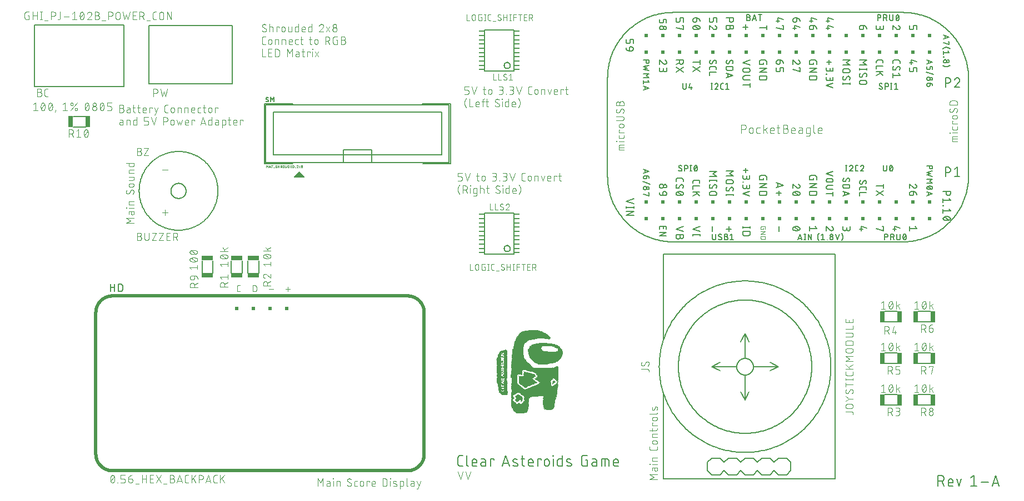
<source format=gbr>
G04 EAGLE Gerber RS-274X export*
G75*
%MOMM*%
%FSLAX34Y34*%
%LPD*%
%INSilkscreen Top*%
%IPPOS*%
%AMOC8*
5,1,8,0,0,1.08239X$1,22.5*%
G01*
%ADD10C,0.152400*%
%ADD11C,0.101600*%
%ADD12R,0.508000X0.050800*%
%ADD13R,1.270000X0.050800*%
%ADD14R,1.524000X0.050800*%
%ADD15R,1.727200X0.050800*%
%ADD16R,1.828800X0.050800*%
%ADD17R,1.930400X0.050800*%
%ADD18R,2.082800X0.050800*%
%ADD19R,0.050800X0.050800*%
%ADD20R,2.032000X0.050800*%
%ADD21R,2.133600X0.050800*%
%ADD22R,2.235200X0.050800*%
%ADD23R,2.286000X0.050800*%
%ADD24R,0.914400X0.050800*%
%ADD25R,1.168400X0.050800*%
%ADD26R,2.336800X0.050800*%
%ADD27R,1.320800X0.050800*%
%ADD28R,2.438400X0.050800*%
%ADD29R,1.422400X0.050800*%
%ADD30R,2.489200X0.050800*%
%ADD31R,1.473200X0.050800*%
%ADD32R,2.540000X0.050800*%
%ADD33R,1.574800X0.050800*%
%ADD34R,2.590800X0.050800*%
%ADD35R,1.625600X0.050800*%
%ADD36R,1.676400X0.050800*%
%ADD37R,2.641600X0.050800*%
%ADD38R,1.778000X0.050800*%
%ADD39R,0.812800X0.050800*%
%ADD40R,0.406400X0.050800*%
%ADD41R,1.117600X0.050800*%
%ADD42R,0.762000X0.050800*%
%ADD43R,0.304800X0.050800*%
%ADD44R,1.066800X0.050800*%
%ADD45R,0.711200X0.050800*%
%ADD46R,0.203200X0.050800*%
%ADD47R,1.016000X0.050800*%
%ADD48R,0.660400X0.050800*%
%ADD49R,0.101600X0.050800*%
%ADD50R,0.965200X0.050800*%
%ADD51R,0.609600X0.050800*%
%ADD52R,0.558800X0.050800*%
%ADD53R,0.863600X0.050800*%
%ADD54R,0.457200X0.050800*%
%ADD55R,0.152400X0.050800*%
%ADD56R,1.879600X0.050800*%
%ADD57R,0.355600X0.050800*%
%ADD58R,0.254000X0.050800*%
%ADD59R,1.981200X0.050800*%
%ADD60R,1.371600X0.050800*%
%ADD61R,5.029200X0.050800*%
%ADD62R,5.080000X0.050800*%
%ADD63R,5.181600X0.050800*%
%ADD64R,5.232400X0.050800*%
%ADD65R,5.334000X0.050800*%
%ADD66R,5.435600X0.050800*%
%ADD67R,5.537200X0.050800*%
%ADD68R,5.588000X0.050800*%
%ADD69R,5.689600X0.050800*%
%ADD70R,1.219200X0.050800*%
%ADD71R,5.791200X0.050800*%
%ADD72R,5.842000X0.050800*%
%ADD73R,7.010400X0.050800*%
%ADD74R,4.826000X0.050800*%
%ADD75R,4.724400X0.050800*%
%ADD76R,4.622800X0.050800*%
%ADD77R,4.470400X0.050800*%
%ADD78R,4.368800X0.050800*%
%ADD79R,4.267200X0.050800*%
%ADD80R,4.114800X0.050800*%
%ADD81R,4.064000X0.050800*%
%ADD82R,3.911600X0.050800*%
%ADD83R,2.844800X0.050800*%
%ADD84R,2.692400X0.050800*%
%ADD85R,2.794000X0.050800*%
%ADD86R,2.743200X0.050800*%
%ADD87R,2.387600X0.050800*%
%ADD88R,2.184400X0.050800*%
%ADD89R,3.454400X0.050800*%
%ADD90R,3.352800X0.050800*%
%ADD91R,3.302000X0.050800*%
%ADD92R,3.200400X0.050800*%
%ADD93R,3.149600X0.050800*%
%ADD94R,3.251200X0.050800*%
%ADD95R,3.403600X0.050800*%
%ADD96R,3.505200X0.050800*%
%ADD97R,3.556000X0.050800*%
%ADD98R,3.708400X0.050800*%
%ADD99R,4.318000X0.050800*%
%ADD100R,4.521200X0.050800*%
%ADD101R,4.927600X0.050800*%
%ADD102R,5.130800X0.050800*%
%ADD103R,7.162800X0.050800*%
%ADD104R,3.098800X0.050800*%
%ADD105R,3.048000X0.050800*%
%ADD106R,2.997200X0.050800*%
%ADD107R,2.946400X0.050800*%
%ADD108R,2.895600X0.050800*%
%ADD109R,3.606800X0.050800*%
%ADD110R,3.860800X0.050800*%
%ADD111R,3.962400X0.050800*%
%ADD112R,4.165600X0.050800*%
%ADD113R,4.419600X0.050800*%
%ADD114R,4.673600X0.050800*%
%ADD115R,4.775200X0.050800*%
%ADD116R,4.978400X0.050800*%
%ADD117R,5.283200X0.050800*%
%ADD118R,4.013200X0.050800*%
%ADD119R,4.876800X0.050800*%
%ADD120R,4.572000X0.050800*%
%ADD121R,4.216400X0.050800*%
%ADD122R,3.759200X0.050800*%
%ADD123C,0.508000*%
%ADD124R,0.508000X0.508000*%
%ADD125C,0.076200*%
%ADD126C,0.127000*%
%ADD127R,0.838200X0.203200*%
%ADD128R,1.752600X0.736600*%
%ADD129R,0.736600X1.752600*%
%ADD130C,0.050800*%
%ADD131C,0.203200*%

G36*
X452208Y492182D02*
X452208Y492182D01*
X452296Y492191D01*
X452317Y492201D01*
X452341Y492205D01*
X452418Y492251D01*
X452497Y492290D01*
X452514Y492307D01*
X452534Y492320D01*
X452590Y492389D01*
X452651Y492453D01*
X452660Y492475D01*
X452675Y492494D01*
X452704Y492578D01*
X452739Y492660D01*
X452740Y492684D01*
X452747Y492706D01*
X452745Y492795D01*
X452749Y492884D01*
X452741Y492907D01*
X452741Y492931D01*
X452707Y493013D01*
X452680Y493098D01*
X452664Y493119D01*
X452656Y493138D01*
X452622Y493176D01*
X452568Y493248D01*
X444948Y500868D01*
X444916Y500891D01*
X444894Y500915D01*
X444874Y500925D01*
X444847Y500951D01*
X444803Y500970D01*
X444764Y500997D01*
X444706Y501012D01*
X444694Y501018D01*
X444687Y501019D01*
X444640Y501039D01*
X444593Y501041D01*
X444547Y501053D01*
X444482Y501046D01*
X444416Y501049D01*
X444371Y501034D01*
X444324Y501029D01*
X444279Y501007D01*
X444270Y501006D01*
X444256Y500997D01*
X444202Y500980D01*
X444158Y500947D01*
X444123Y500930D01*
X444099Y500904D01*
X444077Y500891D01*
X444069Y500881D01*
X444052Y500868D01*
X436432Y493248D01*
X436381Y493175D01*
X436325Y493106D01*
X436317Y493084D01*
X436303Y493064D01*
X436281Y492978D01*
X436253Y492894D01*
X436253Y492870D01*
X436248Y492847D01*
X436257Y492758D01*
X436259Y492669D01*
X436268Y492647D01*
X436271Y492624D01*
X436310Y492544D01*
X436344Y492462D01*
X436360Y492444D01*
X436370Y492423D01*
X436435Y492362D01*
X436495Y492296D01*
X436516Y492285D01*
X436533Y492269D01*
X436615Y492234D01*
X436695Y492193D01*
X436721Y492190D01*
X436740Y492181D01*
X436790Y492179D01*
X436880Y492166D01*
X452120Y492166D01*
X452208Y492182D01*
G37*
D10*
X693787Y51562D02*
X690174Y51562D01*
X690056Y51564D01*
X689938Y51570D01*
X689820Y51579D01*
X689703Y51593D01*
X689586Y51610D01*
X689469Y51631D01*
X689354Y51656D01*
X689239Y51685D01*
X689125Y51718D01*
X689013Y51754D01*
X688902Y51794D01*
X688792Y51837D01*
X688683Y51884D01*
X688576Y51934D01*
X688471Y51989D01*
X688368Y52046D01*
X688267Y52107D01*
X688167Y52171D01*
X688070Y52238D01*
X687975Y52308D01*
X687883Y52382D01*
X687792Y52458D01*
X687705Y52538D01*
X687620Y52620D01*
X687538Y52705D01*
X687458Y52792D01*
X687382Y52883D01*
X687308Y52975D01*
X687238Y53070D01*
X687171Y53167D01*
X687107Y53267D01*
X687046Y53368D01*
X686989Y53471D01*
X686934Y53576D01*
X686884Y53683D01*
X686837Y53792D01*
X686794Y53902D01*
X686754Y54013D01*
X686718Y54125D01*
X686685Y54239D01*
X686656Y54354D01*
X686631Y54469D01*
X686610Y54586D01*
X686593Y54703D01*
X686579Y54820D01*
X686570Y54938D01*
X686564Y55056D01*
X686562Y55174D01*
X686562Y64206D01*
X686564Y64324D01*
X686570Y64442D01*
X686579Y64560D01*
X686593Y64677D01*
X686610Y64794D01*
X686631Y64911D01*
X686656Y65026D01*
X686685Y65141D01*
X686718Y65255D01*
X686754Y65367D01*
X686794Y65478D01*
X686837Y65588D01*
X686884Y65697D01*
X686934Y65804D01*
X686988Y65909D01*
X687046Y66012D01*
X687107Y66113D01*
X687171Y66213D01*
X687238Y66310D01*
X687308Y66405D01*
X687382Y66497D01*
X687458Y66588D01*
X687538Y66675D01*
X687620Y66760D01*
X687705Y66842D01*
X687792Y66922D01*
X687883Y66998D01*
X687975Y67072D01*
X688070Y67142D01*
X688167Y67209D01*
X688267Y67273D01*
X688368Y67334D01*
X688471Y67391D01*
X688576Y67445D01*
X688683Y67496D01*
X688792Y67543D01*
X688902Y67586D01*
X689013Y67626D01*
X689125Y67662D01*
X689239Y67695D01*
X689354Y67724D01*
X689469Y67749D01*
X689586Y67770D01*
X689703Y67787D01*
X689820Y67801D01*
X689938Y67810D01*
X690056Y67816D01*
X690174Y67818D01*
X693787Y67818D01*
X699725Y67818D02*
X699725Y54271D01*
X699726Y54271D02*
X699728Y54170D01*
X699734Y54069D01*
X699743Y53968D01*
X699756Y53867D01*
X699773Y53767D01*
X699794Y53668D01*
X699818Y53570D01*
X699846Y53473D01*
X699878Y53376D01*
X699913Y53281D01*
X699952Y53188D01*
X699994Y53096D01*
X700040Y53005D01*
X700089Y52916D01*
X700141Y52830D01*
X700197Y52745D01*
X700255Y52662D01*
X700317Y52582D01*
X700382Y52504D01*
X700449Y52428D01*
X700519Y52355D01*
X700592Y52285D01*
X700668Y52218D01*
X700746Y52153D01*
X700826Y52091D01*
X700909Y52033D01*
X700994Y51977D01*
X701081Y51925D01*
X701169Y51876D01*
X701260Y51830D01*
X701352Y51788D01*
X701445Y51749D01*
X701540Y51714D01*
X701637Y51682D01*
X701734Y51654D01*
X701832Y51630D01*
X701931Y51609D01*
X702031Y51592D01*
X702132Y51579D01*
X702233Y51570D01*
X702334Y51564D01*
X702435Y51562D01*
X710535Y51562D02*
X715050Y51562D01*
X710535Y51562D02*
X710434Y51564D01*
X710333Y51570D01*
X710232Y51579D01*
X710131Y51592D01*
X710031Y51609D01*
X709932Y51630D01*
X709834Y51654D01*
X709737Y51682D01*
X709640Y51714D01*
X709545Y51749D01*
X709452Y51788D01*
X709360Y51830D01*
X709269Y51876D01*
X709181Y51925D01*
X709094Y51977D01*
X709009Y52033D01*
X708926Y52091D01*
X708846Y52153D01*
X708768Y52218D01*
X708692Y52285D01*
X708619Y52355D01*
X708549Y52428D01*
X708482Y52504D01*
X708417Y52582D01*
X708355Y52662D01*
X708297Y52745D01*
X708241Y52830D01*
X708189Y52916D01*
X708140Y53005D01*
X708094Y53096D01*
X708052Y53188D01*
X708013Y53281D01*
X707978Y53376D01*
X707946Y53473D01*
X707918Y53570D01*
X707894Y53668D01*
X707873Y53767D01*
X707856Y53867D01*
X707843Y53968D01*
X707834Y54069D01*
X707828Y54170D01*
X707826Y54271D01*
X707825Y54271D02*
X707825Y58787D01*
X707826Y58787D02*
X707828Y58906D01*
X707834Y59026D01*
X707844Y59145D01*
X707858Y59263D01*
X707875Y59382D01*
X707897Y59499D01*
X707922Y59616D01*
X707952Y59731D01*
X707985Y59846D01*
X708022Y59960D01*
X708062Y60072D01*
X708107Y60183D01*
X708155Y60292D01*
X708206Y60400D01*
X708261Y60506D01*
X708320Y60610D01*
X708382Y60712D01*
X708447Y60812D01*
X708516Y60910D01*
X708588Y61006D01*
X708663Y61099D01*
X708740Y61189D01*
X708821Y61277D01*
X708905Y61362D01*
X708992Y61444D01*
X709081Y61524D01*
X709173Y61600D01*
X709267Y61674D01*
X709364Y61744D01*
X709462Y61811D01*
X709563Y61875D01*
X709667Y61935D01*
X709772Y61992D01*
X709879Y62045D01*
X709987Y62095D01*
X710097Y62141D01*
X710209Y62183D01*
X710322Y62222D01*
X710436Y62257D01*
X710551Y62288D01*
X710668Y62316D01*
X710785Y62339D01*
X710902Y62359D01*
X711021Y62375D01*
X711140Y62387D01*
X711259Y62395D01*
X711378Y62399D01*
X711498Y62399D01*
X711617Y62395D01*
X711736Y62387D01*
X711855Y62375D01*
X711974Y62359D01*
X712091Y62339D01*
X712208Y62316D01*
X712325Y62288D01*
X712440Y62257D01*
X712554Y62222D01*
X712667Y62183D01*
X712779Y62141D01*
X712889Y62095D01*
X712997Y62045D01*
X713104Y61992D01*
X713209Y61935D01*
X713313Y61875D01*
X713414Y61811D01*
X713512Y61744D01*
X713609Y61674D01*
X713703Y61600D01*
X713795Y61524D01*
X713884Y61444D01*
X713971Y61362D01*
X714055Y61277D01*
X714136Y61189D01*
X714213Y61099D01*
X714288Y61006D01*
X714360Y60910D01*
X714429Y60812D01*
X714494Y60712D01*
X714556Y60610D01*
X714615Y60506D01*
X714670Y60400D01*
X714721Y60292D01*
X714769Y60183D01*
X714814Y60072D01*
X714854Y59960D01*
X714891Y59846D01*
X714924Y59731D01*
X714954Y59616D01*
X714979Y59499D01*
X715001Y59382D01*
X715018Y59263D01*
X715032Y59145D01*
X715042Y59026D01*
X715048Y58906D01*
X715050Y58787D01*
X715050Y56981D01*
X707825Y56981D01*
X724460Y57884D02*
X728524Y57884D01*
X724460Y57884D02*
X724348Y57882D01*
X724237Y57876D01*
X724126Y57866D01*
X724015Y57853D01*
X723905Y57835D01*
X723796Y57813D01*
X723687Y57788D01*
X723579Y57759D01*
X723473Y57726D01*
X723367Y57689D01*
X723263Y57649D01*
X723161Y57605D01*
X723060Y57557D01*
X722961Y57506D01*
X722863Y57451D01*
X722768Y57393D01*
X722675Y57332D01*
X722584Y57267D01*
X722495Y57199D01*
X722409Y57128D01*
X722326Y57055D01*
X722245Y56978D01*
X722166Y56898D01*
X722091Y56816D01*
X722019Y56731D01*
X721949Y56644D01*
X721883Y56554D01*
X721820Y56462D01*
X721760Y56367D01*
X721704Y56271D01*
X721651Y56173D01*
X721602Y56073D01*
X721556Y55971D01*
X721514Y55868D01*
X721475Y55763D01*
X721440Y55657D01*
X721409Y55550D01*
X721382Y55442D01*
X721358Y55333D01*
X721339Y55223D01*
X721323Y55113D01*
X721311Y55002D01*
X721303Y54890D01*
X721299Y54779D01*
X721299Y54667D01*
X721303Y54556D01*
X721311Y54444D01*
X721323Y54333D01*
X721339Y54223D01*
X721358Y54113D01*
X721382Y54004D01*
X721409Y53896D01*
X721440Y53789D01*
X721475Y53683D01*
X721514Y53578D01*
X721556Y53475D01*
X721602Y53373D01*
X721651Y53273D01*
X721704Y53175D01*
X721760Y53079D01*
X721820Y52984D01*
X721883Y52892D01*
X721949Y52802D01*
X722019Y52715D01*
X722091Y52630D01*
X722166Y52548D01*
X722245Y52468D01*
X722326Y52391D01*
X722409Y52318D01*
X722495Y52247D01*
X722584Y52179D01*
X722675Y52114D01*
X722768Y52053D01*
X722863Y51995D01*
X722961Y51940D01*
X723060Y51889D01*
X723161Y51841D01*
X723263Y51797D01*
X723367Y51757D01*
X723473Y51720D01*
X723579Y51687D01*
X723687Y51658D01*
X723796Y51633D01*
X723905Y51611D01*
X724015Y51593D01*
X724126Y51580D01*
X724237Y51570D01*
X724348Y51564D01*
X724460Y51562D01*
X728524Y51562D01*
X728524Y59690D01*
X728522Y59791D01*
X728516Y59892D01*
X728507Y59993D01*
X728494Y60094D01*
X728477Y60194D01*
X728456Y60293D01*
X728432Y60391D01*
X728404Y60488D01*
X728372Y60585D01*
X728337Y60680D01*
X728298Y60773D01*
X728256Y60865D01*
X728210Y60956D01*
X728161Y61045D01*
X728109Y61131D01*
X728053Y61216D01*
X727995Y61299D01*
X727933Y61379D01*
X727868Y61457D01*
X727801Y61533D01*
X727731Y61606D01*
X727658Y61676D01*
X727582Y61743D01*
X727504Y61808D01*
X727424Y61870D01*
X727341Y61928D01*
X727256Y61984D01*
X727170Y62036D01*
X727081Y62085D01*
X726990Y62131D01*
X726898Y62173D01*
X726805Y62212D01*
X726710Y62247D01*
X726613Y62279D01*
X726516Y62307D01*
X726418Y62331D01*
X726319Y62352D01*
X726219Y62369D01*
X726118Y62382D01*
X726017Y62391D01*
X725916Y62397D01*
X725815Y62399D01*
X722202Y62399D01*
X736046Y62399D02*
X736046Y51562D01*
X736046Y62399D02*
X741465Y62399D01*
X741465Y60593D01*
X753955Y51562D02*
X759373Y67818D01*
X764792Y51562D01*
X763437Y55626D02*
X755309Y55626D01*
X771705Y57884D02*
X776220Y56078D01*
X771704Y57884D02*
X771616Y57921D01*
X771530Y57962D01*
X771445Y58006D01*
X771362Y58054D01*
X771282Y58105D01*
X771203Y58159D01*
X771127Y58217D01*
X771053Y58277D01*
X770981Y58341D01*
X770913Y58407D01*
X770847Y58477D01*
X770784Y58548D01*
X770723Y58623D01*
X770666Y58699D01*
X770613Y58778D01*
X770562Y58859D01*
X770515Y58942D01*
X770471Y59027D01*
X770431Y59114D01*
X770394Y59202D01*
X770361Y59292D01*
X770331Y59383D01*
X770306Y59475D01*
X770284Y59568D01*
X770266Y59662D01*
X770251Y59756D01*
X770241Y59851D01*
X770235Y59947D01*
X770232Y60042D01*
X770233Y60138D01*
X770239Y60233D01*
X770248Y60329D01*
X770261Y60423D01*
X770277Y60517D01*
X770298Y60611D01*
X770323Y60703D01*
X770351Y60794D01*
X770383Y60884D01*
X770418Y60973D01*
X770457Y61060D01*
X770500Y61146D01*
X770546Y61230D01*
X770596Y61311D01*
X770648Y61391D01*
X770704Y61469D01*
X770764Y61544D01*
X770826Y61616D01*
X770891Y61686D01*
X770959Y61754D01*
X771029Y61818D01*
X771102Y61880D01*
X771178Y61938D01*
X771256Y61994D01*
X771336Y62046D01*
X771418Y62095D01*
X771502Y62140D01*
X771588Y62182D01*
X771675Y62221D01*
X771764Y62256D01*
X771855Y62287D01*
X771946Y62314D01*
X772039Y62338D01*
X772132Y62358D01*
X772226Y62374D01*
X772321Y62386D01*
X772416Y62395D01*
X772512Y62399D01*
X772607Y62400D01*
X772854Y62393D01*
X773100Y62381D01*
X773346Y62363D01*
X773592Y62338D01*
X773836Y62308D01*
X774080Y62272D01*
X774323Y62231D01*
X774565Y62183D01*
X774806Y62129D01*
X775045Y62070D01*
X775283Y62005D01*
X775519Y61934D01*
X775754Y61858D01*
X775987Y61776D01*
X776217Y61688D01*
X776445Y61595D01*
X776672Y61497D01*
X776221Y56077D02*
X776309Y56040D01*
X776395Y55999D01*
X776480Y55955D01*
X776563Y55907D01*
X776643Y55856D01*
X776722Y55802D01*
X776798Y55744D01*
X776872Y55684D01*
X776944Y55620D01*
X777012Y55554D01*
X777078Y55484D01*
X777141Y55413D01*
X777202Y55338D01*
X777259Y55262D01*
X777312Y55183D01*
X777363Y55102D01*
X777410Y55019D01*
X777454Y54934D01*
X777494Y54847D01*
X777531Y54759D01*
X777564Y54669D01*
X777594Y54578D01*
X777619Y54486D01*
X777641Y54393D01*
X777659Y54299D01*
X777674Y54205D01*
X777684Y54110D01*
X777690Y54014D01*
X777693Y53919D01*
X777692Y53823D01*
X777686Y53728D01*
X777677Y53632D01*
X777664Y53538D01*
X777648Y53444D01*
X777627Y53350D01*
X777602Y53258D01*
X777574Y53167D01*
X777542Y53077D01*
X777507Y52988D01*
X777468Y52901D01*
X777425Y52815D01*
X777379Y52731D01*
X777329Y52650D01*
X777277Y52570D01*
X777221Y52492D01*
X777161Y52417D01*
X777099Y52345D01*
X777034Y52275D01*
X776966Y52207D01*
X776896Y52143D01*
X776823Y52081D01*
X776747Y52023D01*
X776669Y51967D01*
X776589Y51915D01*
X776507Y51866D01*
X776423Y51821D01*
X776337Y51779D01*
X776250Y51740D01*
X776161Y51705D01*
X776070Y51674D01*
X775979Y51647D01*
X775886Y51623D01*
X775793Y51603D01*
X775699Y51587D01*
X775604Y51575D01*
X775509Y51566D01*
X775413Y51562D01*
X775318Y51561D01*
X775317Y51562D02*
X774955Y51571D01*
X774593Y51589D01*
X774232Y51616D01*
X773872Y51651D01*
X773512Y51694D01*
X773153Y51746D01*
X772796Y51807D01*
X772441Y51876D01*
X772087Y51953D01*
X771735Y52039D01*
X771385Y52133D01*
X771037Y52236D01*
X770692Y52346D01*
X770350Y52465D01*
X782600Y62399D02*
X788019Y62399D01*
X784406Y67818D02*
X784406Y54271D01*
X784408Y54170D01*
X784414Y54069D01*
X784423Y53968D01*
X784436Y53867D01*
X784453Y53767D01*
X784474Y53668D01*
X784498Y53570D01*
X784526Y53473D01*
X784558Y53376D01*
X784593Y53281D01*
X784632Y53188D01*
X784674Y53096D01*
X784720Y53005D01*
X784769Y52916D01*
X784821Y52830D01*
X784877Y52745D01*
X784935Y52662D01*
X784997Y52582D01*
X785062Y52504D01*
X785129Y52428D01*
X785199Y52355D01*
X785272Y52285D01*
X785348Y52218D01*
X785426Y52153D01*
X785506Y52091D01*
X785589Y52033D01*
X785674Y51977D01*
X785761Y51925D01*
X785849Y51876D01*
X785940Y51830D01*
X786032Y51788D01*
X786125Y51749D01*
X786220Y51714D01*
X786317Y51682D01*
X786414Y51654D01*
X786512Y51630D01*
X786611Y51609D01*
X786711Y51592D01*
X786812Y51579D01*
X786913Y51570D01*
X787014Y51564D01*
X787115Y51562D01*
X788019Y51562D01*
X796506Y51562D02*
X801022Y51562D01*
X796506Y51562D02*
X796405Y51564D01*
X796304Y51570D01*
X796203Y51579D01*
X796102Y51592D01*
X796002Y51609D01*
X795903Y51630D01*
X795805Y51654D01*
X795708Y51682D01*
X795611Y51714D01*
X795516Y51749D01*
X795423Y51788D01*
X795331Y51830D01*
X795240Y51876D01*
X795152Y51925D01*
X795065Y51977D01*
X794980Y52033D01*
X794897Y52091D01*
X794817Y52153D01*
X794739Y52218D01*
X794663Y52285D01*
X794590Y52355D01*
X794520Y52428D01*
X794453Y52504D01*
X794388Y52582D01*
X794326Y52662D01*
X794268Y52745D01*
X794212Y52830D01*
X794160Y52916D01*
X794111Y53005D01*
X794065Y53096D01*
X794023Y53188D01*
X793984Y53281D01*
X793949Y53376D01*
X793917Y53473D01*
X793889Y53570D01*
X793865Y53668D01*
X793844Y53767D01*
X793827Y53867D01*
X793814Y53968D01*
X793805Y54069D01*
X793799Y54170D01*
X793797Y54271D01*
X793797Y58787D01*
X793799Y58906D01*
X793805Y59026D01*
X793815Y59145D01*
X793829Y59263D01*
X793846Y59382D01*
X793868Y59499D01*
X793893Y59616D01*
X793923Y59731D01*
X793956Y59846D01*
X793993Y59960D01*
X794033Y60072D01*
X794078Y60183D01*
X794126Y60292D01*
X794177Y60400D01*
X794232Y60506D01*
X794291Y60610D01*
X794353Y60712D01*
X794418Y60812D01*
X794487Y60910D01*
X794559Y61006D01*
X794634Y61099D01*
X794711Y61189D01*
X794792Y61277D01*
X794876Y61362D01*
X794963Y61444D01*
X795052Y61524D01*
X795144Y61600D01*
X795238Y61674D01*
X795335Y61744D01*
X795433Y61811D01*
X795534Y61875D01*
X795638Y61935D01*
X795743Y61992D01*
X795850Y62045D01*
X795958Y62095D01*
X796068Y62141D01*
X796180Y62183D01*
X796293Y62222D01*
X796407Y62257D01*
X796522Y62288D01*
X796639Y62316D01*
X796756Y62339D01*
X796873Y62359D01*
X796992Y62375D01*
X797111Y62387D01*
X797230Y62395D01*
X797349Y62399D01*
X797469Y62399D01*
X797588Y62395D01*
X797707Y62387D01*
X797826Y62375D01*
X797945Y62359D01*
X798062Y62339D01*
X798179Y62316D01*
X798296Y62288D01*
X798411Y62257D01*
X798525Y62222D01*
X798638Y62183D01*
X798750Y62141D01*
X798860Y62095D01*
X798968Y62045D01*
X799075Y61992D01*
X799180Y61935D01*
X799284Y61875D01*
X799385Y61811D01*
X799483Y61744D01*
X799580Y61674D01*
X799674Y61600D01*
X799766Y61524D01*
X799855Y61444D01*
X799942Y61362D01*
X800026Y61277D01*
X800107Y61189D01*
X800184Y61099D01*
X800259Y61006D01*
X800331Y60910D01*
X800400Y60812D01*
X800465Y60712D01*
X800527Y60610D01*
X800586Y60506D01*
X800641Y60400D01*
X800692Y60292D01*
X800740Y60183D01*
X800785Y60072D01*
X800825Y59960D01*
X800862Y59846D01*
X800895Y59731D01*
X800925Y59616D01*
X800950Y59499D01*
X800972Y59382D01*
X800989Y59263D01*
X801003Y59145D01*
X801013Y59026D01*
X801019Y58906D01*
X801021Y58787D01*
X801022Y58787D02*
X801022Y56981D01*
X793797Y56981D01*
X807950Y51562D02*
X807950Y62399D01*
X813369Y62399D01*
X813369Y60593D01*
X818286Y58787D02*
X818286Y55174D01*
X818286Y58787D02*
X818288Y58906D01*
X818294Y59026D01*
X818304Y59145D01*
X818318Y59263D01*
X818335Y59382D01*
X818357Y59499D01*
X818382Y59616D01*
X818412Y59731D01*
X818445Y59846D01*
X818482Y59960D01*
X818522Y60072D01*
X818567Y60183D01*
X818615Y60292D01*
X818666Y60400D01*
X818721Y60506D01*
X818780Y60610D01*
X818842Y60712D01*
X818907Y60812D01*
X818976Y60910D01*
X819048Y61006D01*
X819123Y61099D01*
X819200Y61189D01*
X819281Y61277D01*
X819365Y61362D01*
X819452Y61444D01*
X819541Y61524D01*
X819633Y61600D01*
X819727Y61674D01*
X819824Y61744D01*
X819922Y61811D01*
X820023Y61875D01*
X820127Y61935D01*
X820232Y61992D01*
X820339Y62045D01*
X820447Y62095D01*
X820557Y62141D01*
X820669Y62183D01*
X820782Y62222D01*
X820896Y62257D01*
X821011Y62288D01*
X821128Y62316D01*
X821245Y62339D01*
X821362Y62359D01*
X821481Y62375D01*
X821600Y62387D01*
X821719Y62395D01*
X821838Y62399D01*
X821958Y62399D01*
X822077Y62395D01*
X822196Y62387D01*
X822315Y62375D01*
X822434Y62359D01*
X822551Y62339D01*
X822668Y62316D01*
X822785Y62288D01*
X822900Y62257D01*
X823014Y62222D01*
X823127Y62183D01*
X823239Y62141D01*
X823349Y62095D01*
X823457Y62045D01*
X823564Y61992D01*
X823669Y61935D01*
X823773Y61875D01*
X823874Y61811D01*
X823972Y61744D01*
X824069Y61674D01*
X824163Y61600D01*
X824255Y61524D01*
X824344Y61444D01*
X824431Y61362D01*
X824515Y61277D01*
X824596Y61189D01*
X824673Y61099D01*
X824748Y61006D01*
X824820Y60910D01*
X824889Y60812D01*
X824954Y60712D01*
X825016Y60610D01*
X825075Y60506D01*
X825130Y60400D01*
X825181Y60292D01*
X825229Y60183D01*
X825274Y60072D01*
X825314Y59960D01*
X825351Y59846D01*
X825384Y59731D01*
X825414Y59616D01*
X825439Y59499D01*
X825461Y59382D01*
X825478Y59263D01*
X825492Y59145D01*
X825502Y59026D01*
X825508Y58906D01*
X825510Y58787D01*
X825511Y58787D02*
X825511Y55174D01*
X825510Y55174D02*
X825508Y55055D01*
X825502Y54935D01*
X825492Y54816D01*
X825478Y54698D01*
X825461Y54579D01*
X825439Y54462D01*
X825414Y54345D01*
X825384Y54230D01*
X825351Y54115D01*
X825314Y54001D01*
X825274Y53889D01*
X825229Y53778D01*
X825181Y53669D01*
X825130Y53561D01*
X825075Y53455D01*
X825016Y53351D01*
X824954Y53249D01*
X824889Y53149D01*
X824820Y53051D01*
X824748Y52955D01*
X824673Y52862D01*
X824596Y52772D01*
X824515Y52684D01*
X824431Y52599D01*
X824344Y52517D01*
X824255Y52437D01*
X824163Y52361D01*
X824069Y52287D01*
X823972Y52217D01*
X823874Y52150D01*
X823773Y52086D01*
X823669Y52026D01*
X823564Y51969D01*
X823457Y51916D01*
X823349Y51866D01*
X823239Y51820D01*
X823127Y51778D01*
X823014Y51739D01*
X822900Y51704D01*
X822785Y51673D01*
X822668Y51645D01*
X822551Y51622D01*
X822434Y51602D01*
X822315Y51586D01*
X822196Y51574D01*
X822077Y51566D01*
X821958Y51562D01*
X821838Y51562D01*
X821719Y51566D01*
X821600Y51574D01*
X821481Y51586D01*
X821362Y51602D01*
X821245Y51622D01*
X821128Y51645D01*
X821011Y51673D01*
X820896Y51704D01*
X820782Y51739D01*
X820669Y51778D01*
X820557Y51820D01*
X820447Y51866D01*
X820339Y51916D01*
X820232Y51969D01*
X820127Y52026D01*
X820023Y52086D01*
X819922Y52150D01*
X819824Y52217D01*
X819727Y52287D01*
X819633Y52361D01*
X819541Y52437D01*
X819452Y52517D01*
X819365Y52599D01*
X819281Y52684D01*
X819200Y52772D01*
X819123Y52862D01*
X819048Y52955D01*
X818976Y53051D01*
X818907Y53149D01*
X818842Y53249D01*
X818780Y53351D01*
X818721Y53455D01*
X818666Y53561D01*
X818615Y53669D01*
X818567Y53778D01*
X818522Y53889D01*
X818482Y54001D01*
X818445Y54115D01*
X818412Y54230D01*
X818382Y54345D01*
X818357Y54462D01*
X818335Y54579D01*
X818318Y54698D01*
X818304Y54816D01*
X818294Y54935D01*
X818288Y55055D01*
X818286Y55174D01*
X831798Y51562D02*
X831798Y62399D01*
X831346Y66915D02*
X831346Y67818D01*
X832250Y67818D01*
X832250Y66915D01*
X831346Y66915D01*
X845237Y67818D02*
X845237Y51562D01*
X840721Y51562D01*
X840620Y51564D01*
X840519Y51570D01*
X840418Y51579D01*
X840317Y51592D01*
X840217Y51609D01*
X840118Y51630D01*
X840020Y51654D01*
X839923Y51682D01*
X839826Y51714D01*
X839731Y51749D01*
X839638Y51788D01*
X839546Y51830D01*
X839455Y51876D01*
X839367Y51925D01*
X839280Y51977D01*
X839195Y52033D01*
X839112Y52091D01*
X839032Y52153D01*
X838954Y52218D01*
X838878Y52285D01*
X838805Y52355D01*
X838735Y52428D01*
X838668Y52504D01*
X838603Y52582D01*
X838541Y52662D01*
X838483Y52745D01*
X838427Y52830D01*
X838375Y52916D01*
X838326Y53005D01*
X838280Y53096D01*
X838238Y53188D01*
X838199Y53281D01*
X838164Y53376D01*
X838132Y53473D01*
X838104Y53570D01*
X838080Y53668D01*
X838059Y53767D01*
X838042Y53867D01*
X838029Y53968D01*
X838020Y54069D01*
X838014Y54170D01*
X838012Y54271D01*
X838012Y59690D01*
X838014Y59791D01*
X838020Y59892D01*
X838029Y59993D01*
X838042Y60094D01*
X838059Y60194D01*
X838080Y60293D01*
X838104Y60391D01*
X838132Y60488D01*
X838164Y60585D01*
X838199Y60680D01*
X838238Y60773D01*
X838280Y60865D01*
X838326Y60956D01*
X838375Y61045D01*
X838427Y61131D01*
X838483Y61216D01*
X838541Y61299D01*
X838603Y61379D01*
X838668Y61457D01*
X838735Y61533D01*
X838805Y61606D01*
X838878Y61676D01*
X838954Y61743D01*
X839032Y61808D01*
X839112Y61870D01*
X839195Y61928D01*
X839280Y61984D01*
X839367Y62036D01*
X839455Y62085D01*
X839546Y62131D01*
X839638Y62173D01*
X839731Y62212D01*
X839826Y62247D01*
X839923Y62279D01*
X840020Y62307D01*
X840118Y62331D01*
X840217Y62352D01*
X840317Y62369D01*
X840418Y62382D01*
X840519Y62391D01*
X840620Y62397D01*
X840721Y62399D01*
X845237Y62399D01*
X853508Y57884D02*
X858024Y56078D01*
X853508Y57884D02*
X853420Y57921D01*
X853334Y57962D01*
X853249Y58006D01*
X853166Y58054D01*
X853086Y58105D01*
X853007Y58159D01*
X852931Y58217D01*
X852857Y58277D01*
X852785Y58341D01*
X852717Y58407D01*
X852651Y58477D01*
X852588Y58548D01*
X852527Y58623D01*
X852470Y58699D01*
X852417Y58778D01*
X852366Y58859D01*
X852319Y58942D01*
X852275Y59027D01*
X852235Y59114D01*
X852198Y59202D01*
X852165Y59292D01*
X852135Y59383D01*
X852110Y59475D01*
X852088Y59568D01*
X852070Y59662D01*
X852055Y59756D01*
X852045Y59851D01*
X852039Y59947D01*
X852036Y60042D01*
X852037Y60138D01*
X852043Y60233D01*
X852052Y60329D01*
X852065Y60423D01*
X852081Y60517D01*
X852102Y60611D01*
X852127Y60703D01*
X852155Y60794D01*
X852187Y60884D01*
X852222Y60973D01*
X852261Y61060D01*
X852304Y61146D01*
X852350Y61230D01*
X852400Y61311D01*
X852452Y61391D01*
X852508Y61469D01*
X852568Y61544D01*
X852630Y61616D01*
X852695Y61686D01*
X852763Y61754D01*
X852833Y61818D01*
X852906Y61880D01*
X852982Y61938D01*
X853060Y61994D01*
X853140Y62046D01*
X853222Y62095D01*
X853306Y62140D01*
X853392Y62182D01*
X853479Y62221D01*
X853568Y62256D01*
X853659Y62287D01*
X853750Y62314D01*
X853843Y62338D01*
X853936Y62358D01*
X854030Y62374D01*
X854125Y62386D01*
X854220Y62395D01*
X854316Y62399D01*
X854411Y62400D01*
X854658Y62393D01*
X854904Y62381D01*
X855150Y62363D01*
X855396Y62338D01*
X855640Y62308D01*
X855884Y62272D01*
X856127Y62231D01*
X856369Y62183D01*
X856610Y62129D01*
X856849Y62070D01*
X857087Y62005D01*
X857323Y61934D01*
X857558Y61858D01*
X857791Y61776D01*
X858021Y61688D01*
X858249Y61595D01*
X858476Y61497D01*
X858024Y56077D02*
X858112Y56040D01*
X858198Y55999D01*
X858283Y55955D01*
X858366Y55907D01*
X858446Y55856D01*
X858525Y55802D01*
X858601Y55744D01*
X858675Y55684D01*
X858747Y55620D01*
X858815Y55554D01*
X858881Y55484D01*
X858944Y55413D01*
X859005Y55338D01*
X859062Y55262D01*
X859115Y55183D01*
X859166Y55102D01*
X859213Y55019D01*
X859257Y54934D01*
X859297Y54847D01*
X859334Y54759D01*
X859367Y54669D01*
X859397Y54578D01*
X859422Y54486D01*
X859444Y54393D01*
X859462Y54299D01*
X859477Y54205D01*
X859487Y54110D01*
X859493Y54014D01*
X859496Y53919D01*
X859495Y53823D01*
X859489Y53728D01*
X859480Y53632D01*
X859467Y53538D01*
X859451Y53444D01*
X859430Y53350D01*
X859405Y53258D01*
X859377Y53167D01*
X859345Y53077D01*
X859310Y52988D01*
X859271Y52901D01*
X859228Y52815D01*
X859182Y52731D01*
X859132Y52650D01*
X859080Y52570D01*
X859024Y52492D01*
X858964Y52417D01*
X858902Y52345D01*
X858837Y52275D01*
X858769Y52207D01*
X858699Y52143D01*
X858626Y52081D01*
X858550Y52023D01*
X858472Y51967D01*
X858392Y51915D01*
X858310Y51866D01*
X858226Y51821D01*
X858140Y51779D01*
X858053Y51740D01*
X857964Y51705D01*
X857873Y51674D01*
X857782Y51647D01*
X857689Y51623D01*
X857596Y51603D01*
X857502Y51587D01*
X857407Y51575D01*
X857312Y51566D01*
X857216Y51562D01*
X857121Y51561D01*
X857120Y51562D02*
X856758Y51571D01*
X856396Y51589D01*
X856035Y51616D01*
X855675Y51651D01*
X855315Y51694D01*
X854956Y51746D01*
X854599Y51807D01*
X854244Y51876D01*
X853890Y51953D01*
X853538Y52039D01*
X853188Y52133D01*
X852840Y52236D01*
X852495Y52346D01*
X852153Y52465D01*
X881019Y60593D02*
X883728Y60593D01*
X883728Y51562D01*
X878310Y51562D01*
X878192Y51564D01*
X878074Y51570D01*
X877956Y51579D01*
X877839Y51593D01*
X877722Y51610D01*
X877605Y51631D01*
X877490Y51656D01*
X877375Y51685D01*
X877261Y51718D01*
X877149Y51754D01*
X877038Y51794D01*
X876928Y51837D01*
X876819Y51884D01*
X876712Y51934D01*
X876607Y51989D01*
X876504Y52046D01*
X876403Y52107D01*
X876303Y52171D01*
X876206Y52238D01*
X876111Y52308D01*
X876019Y52382D01*
X875928Y52458D01*
X875841Y52538D01*
X875756Y52620D01*
X875674Y52705D01*
X875594Y52792D01*
X875518Y52883D01*
X875444Y52975D01*
X875374Y53070D01*
X875307Y53167D01*
X875243Y53267D01*
X875182Y53368D01*
X875125Y53471D01*
X875070Y53576D01*
X875020Y53683D01*
X874973Y53792D01*
X874930Y53902D01*
X874890Y54013D01*
X874854Y54125D01*
X874821Y54239D01*
X874792Y54354D01*
X874767Y54469D01*
X874746Y54586D01*
X874729Y54703D01*
X874715Y54820D01*
X874706Y54938D01*
X874700Y55056D01*
X874698Y55174D01*
X874697Y55174D02*
X874697Y64206D01*
X874698Y64206D02*
X874700Y64324D01*
X874706Y64442D01*
X874715Y64560D01*
X874729Y64677D01*
X874746Y64794D01*
X874767Y64911D01*
X874792Y65026D01*
X874821Y65141D01*
X874854Y65255D01*
X874890Y65367D01*
X874930Y65478D01*
X874973Y65588D01*
X875020Y65697D01*
X875070Y65804D01*
X875124Y65909D01*
X875182Y66012D01*
X875243Y66113D01*
X875307Y66213D01*
X875374Y66310D01*
X875444Y66405D01*
X875518Y66497D01*
X875594Y66588D01*
X875674Y66675D01*
X875756Y66760D01*
X875841Y66842D01*
X875928Y66922D01*
X876019Y66998D01*
X876111Y67072D01*
X876206Y67142D01*
X876303Y67209D01*
X876403Y67273D01*
X876504Y67334D01*
X876607Y67391D01*
X876712Y67445D01*
X876819Y67496D01*
X876928Y67543D01*
X877038Y67586D01*
X877149Y67626D01*
X877261Y67662D01*
X877375Y67695D01*
X877490Y67724D01*
X877605Y67749D01*
X877722Y67770D01*
X877839Y67787D01*
X877956Y67801D01*
X878074Y67810D01*
X878192Y67816D01*
X878310Y67818D01*
X883728Y67818D01*
X893798Y57884D02*
X897862Y57884D01*
X893798Y57884D02*
X893686Y57882D01*
X893575Y57876D01*
X893464Y57866D01*
X893353Y57853D01*
X893243Y57835D01*
X893134Y57813D01*
X893025Y57788D01*
X892917Y57759D01*
X892811Y57726D01*
X892705Y57689D01*
X892601Y57649D01*
X892499Y57605D01*
X892398Y57557D01*
X892299Y57506D01*
X892201Y57451D01*
X892106Y57393D01*
X892013Y57332D01*
X891922Y57267D01*
X891833Y57199D01*
X891747Y57128D01*
X891664Y57055D01*
X891583Y56978D01*
X891504Y56898D01*
X891429Y56816D01*
X891357Y56731D01*
X891287Y56644D01*
X891221Y56554D01*
X891158Y56462D01*
X891098Y56367D01*
X891042Y56271D01*
X890989Y56173D01*
X890940Y56073D01*
X890894Y55971D01*
X890852Y55868D01*
X890813Y55763D01*
X890778Y55657D01*
X890747Y55550D01*
X890720Y55442D01*
X890696Y55333D01*
X890677Y55223D01*
X890661Y55113D01*
X890649Y55002D01*
X890641Y54890D01*
X890637Y54779D01*
X890637Y54667D01*
X890641Y54556D01*
X890649Y54444D01*
X890661Y54333D01*
X890677Y54223D01*
X890696Y54113D01*
X890720Y54004D01*
X890747Y53896D01*
X890778Y53789D01*
X890813Y53683D01*
X890852Y53578D01*
X890894Y53475D01*
X890940Y53373D01*
X890989Y53273D01*
X891042Y53175D01*
X891098Y53079D01*
X891158Y52984D01*
X891221Y52892D01*
X891287Y52802D01*
X891357Y52715D01*
X891429Y52630D01*
X891504Y52548D01*
X891583Y52468D01*
X891664Y52391D01*
X891747Y52318D01*
X891833Y52247D01*
X891922Y52179D01*
X892013Y52114D01*
X892106Y52053D01*
X892201Y51995D01*
X892299Y51940D01*
X892398Y51889D01*
X892499Y51841D01*
X892601Y51797D01*
X892705Y51757D01*
X892811Y51720D01*
X892917Y51687D01*
X893025Y51658D01*
X893134Y51633D01*
X893243Y51611D01*
X893353Y51593D01*
X893464Y51580D01*
X893575Y51570D01*
X893686Y51564D01*
X893798Y51562D01*
X897862Y51562D01*
X897862Y59690D01*
X897860Y59791D01*
X897854Y59892D01*
X897845Y59993D01*
X897832Y60094D01*
X897815Y60194D01*
X897794Y60293D01*
X897770Y60391D01*
X897742Y60488D01*
X897710Y60585D01*
X897675Y60680D01*
X897636Y60773D01*
X897594Y60865D01*
X897548Y60956D01*
X897499Y61045D01*
X897447Y61131D01*
X897391Y61216D01*
X897333Y61299D01*
X897271Y61379D01*
X897206Y61457D01*
X897139Y61533D01*
X897069Y61606D01*
X896996Y61676D01*
X896920Y61743D01*
X896842Y61808D01*
X896762Y61870D01*
X896679Y61928D01*
X896594Y61984D01*
X896508Y62036D01*
X896419Y62085D01*
X896328Y62131D01*
X896236Y62173D01*
X896143Y62212D01*
X896048Y62247D01*
X895951Y62279D01*
X895854Y62307D01*
X895756Y62331D01*
X895657Y62352D01*
X895557Y62369D01*
X895456Y62382D01*
X895355Y62391D01*
X895254Y62397D01*
X895153Y62399D01*
X891540Y62399D01*
X905578Y62399D02*
X905578Y51562D01*
X905578Y62399D02*
X913706Y62399D01*
X913807Y62397D01*
X913908Y62391D01*
X914009Y62382D01*
X914110Y62369D01*
X914210Y62352D01*
X914309Y62331D01*
X914407Y62307D01*
X914504Y62279D01*
X914601Y62247D01*
X914696Y62212D01*
X914789Y62173D01*
X914881Y62131D01*
X914972Y62085D01*
X915061Y62036D01*
X915147Y61984D01*
X915232Y61928D01*
X915315Y61870D01*
X915395Y61808D01*
X915473Y61743D01*
X915549Y61676D01*
X915622Y61606D01*
X915692Y61533D01*
X915759Y61457D01*
X915824Y61379D01*
X915886Y61299D01*
X915944Y61216D01*
X916000Y61131D01*
X916052Y61045D01*
X916101Y60956D01*
X916147Y60865D01*
X916189Y60773D01*
X916228Y60680D01*
X916263Y60585D01*
X916295Y60488D01*
X916323Y60391D01*
X916347Y60293D01*
X916368Y60194D01*
X916385Y60094D01*
X916398Y59993D01*
X916407Y59892D01*
X916413Y59791D01*
X916415Y59690D01*
X916415Y51562D01*
X910996Y51562D02*
X910996Y62399D01*
X926245Y51562D02*
X930761Y51562D01*
X926245Y51562D02*
X926144Y51564D01*
X926043Y51570D01*
X925942Y51579D01*
X925841Y51592D01*
X925741Y51609D01*
X925642Y51630D01*
X925544Y51654D01*
X925447Y51682D01*
X925350Y51714D01*
X925255Y51749D01*
X925162Y51788D01*
X925070Y51830D01*
X924979Y51876D01*
X924891Y51925D01*
X924804Y51977D01*
X924719Y52033D01*
X924636Y52091D01*
X924556Y52153D01*
X924478Y52218D01*
X924402Y52285D01*
X924329Y52355D01*
X924259Y52428D01*
X924192Y52504D01*
X924127Y52582D01*
X924065Y52662D01*
X924007Y52745D01*
X923951Y52830D01*
X923899Y52916D01*
X923850Y53005D01*
X923804Y53096D01*
X923762Y53188D01*
X923723Y53281D01*
X923688Y53376D01*
X923656Y53473D01*
X923628Y53570D01*
X923604Y53668D01*
X923583Y53767D01*
X923566Y53867D01*
X923553Y53968D01*
X923544Y54069D01*
X923538Y54170D01*
X923536Y54271D01*
X923536Y58787D01*
X923538Y58906D01*
X923544Y59026D01*
X923554Y59145D01*
X923568Y59263D01*
X923585Y59382D01*
X923607Y59499D01*
X923632Y59616D01*
X923662Y59731D01*
X923695Y59846D01*
X923732Y59960D01*
X923772Y60072D01*
X923817Y60183D01*
X923865Y60292D01*
X923916Y60400D01*
X923971Y60506D01*
X924030Y60610D01*
X924092Y60712D01*
X924157Y60812D01*
X924226Y60910D01*
X924298Y61006D01*
X924373Y61099D01*
X924450Y61189D01*
X924531Y61277D01*
X924615Y61362D01*
X924702Y61444D01*
X924791Y61524D01*
X924883Y61600D01*
X924977Y61674D01*
X925074Y61744D01*
X925172Y61811D01*
X925273Y61875D01*
X925377Y61935D01*
X925482Y61992D01*
X925589Y62045D01*
X925697Y62095D01*
X925807Y62141D01*
X925919Y62183D01*
X926032Y62222D01*
X926146Y62257D01*
X926261Y62288D01*
X926378Y62316D01*
X926495Y62339D01*
X926612Y62359D01*
X926731Y62375D01*
X926850Y62387D01*
X926969Y62395D01*
X927088Y62399D01*
X927208Y62399D01*
X927327Y62395D01*
X927446Y62387D01*
X927565Y62375D01*
X927684Y62359D01*
X927801Y62339D01*
X927918Y62316D01*
X928035Y62288D01*
X928150Y62257D01*
X928264Y62222D01*
X928377Y62183D01*
X928489Y62141D01*
X928599Y62095D01*
X928707Y62045D01*
X928814Y61992D01*
X928919Y61935D01*
X929023Y61875D01*
X929124Y61811D01*
X929222Y61744D01*
X929319Y61674D01*
X929413Y61600D01*
X929505Y61524D01*
X929594Y61444D01*
X929681Y61362D01*
X929765Y61277D01*
X929846Y61189D01*
X929923Y61099D01*
X929998Y61006D01*
X930070Y60910D01*
X930139Y60812D01*
X930204Y60712D01*
X930266Y60610D01*
X930325Y60506D01*
X930380Y60400D01*
X930431Y60292D01*
X930479Y60183D01*
X930524Y60072D01*
X930564Y59960D01*
X930601Y59846D01*
X930634Y59731D01*
X930664Y59616D01*
X930689Y59499D01*
X930711Y59382D01*
X930728Y59263D01*
X930742Y59145D01*
X930752Y59026D01*
X930758Y58906D01*
X930760Y58787D01*
X930761Y58787D02*
X930761Y56981D01*
X923536Y56981D01*
X1418082Y37338D02*
X1418082Y21082D01*
X1418082Y37338D02*
X1422598Y37338D01*
X1422731Y37336D01*
X1422863Y37330D01*
X1422995Y37320D01*
X1423127Y37307D01*
X1423259Y37289D01*
X1423389Y37268D01*
X1423520Y37243D01*
X1423649Y37214D01*
X1423777Y37181D01*
X1423905Y37145D01*
X1424031Y37105D01*
X1424156Y37061D01*
X1424280Y37013D01*
X1424402Y36962D01*
X1424523Y36907D01*
X1424642Y36849D01*
X1424760Y36787D01*
X1424875Y36722D01*
X1424989Y36653D01*
X1425100Y36582D01*
X1425209Y36506D01*
X1425316Y36428D01*
X1425421Y36347D01*
X1425523Y36262D01*
X1425623Y36175D01*
X1425720Y36085D01*
X1425815Y35992D01*
X1425906Y35896D01*
X1425995Y35798D01*
X1426081Y35697D01*
X1426164Y35593D01*
X1426244Y35487D01*
X1426320Y35379D01*
X1426394Y35269D01*
X1426464Y35156D01*
X1426531Y35042D01*
X1426594Y34925D01*
X1426654Y34807D01*
X1426711Y34687D01*
X1426764Y34565D01*
X1426813Y34442D01*
X1426859Y34318D01*
X1426901Y34192D01*
X1426939Y34065D01*
X1426974Y33937D01*
X1427005Y33808D01*
X1427032Y33679D01*
X1427055Y33548D01*
X1427075Y33417D01*
X1427090Y33285D01*
X1427102Y33153D01*
X1427110Y33021D01*
X1427114Y32888D01*
X1427114Y32756D01*
X1427110Y32623D01*
X1427102Y32491D01*
X1427090Y32359D01*
X1427075Y32227D01*
X1427055Y32096D01*
X1427032Y31965D01*
X1427005Y31836D01*
X1426974Y31707D01*
X1426939Y31579D01*
X1426901Y31452D01*
X1426859Y31326D01*
X1426813Y31202D01*
X1426764Y31079D01*
X1426711Y30957D01*
X1426654Y30837D01*
X1426594Y30719D01*
X1426531Y30602D01*
X1426464Y30488D01*
X1426394Y30375D01*
X1426320Y30265D01*
X1426244Y30157D01*
X1426164Y30051D01*
X1426081Y29947D01*
X1425995Y29846D01*
X1425906Y29748D01*
X1425815Y29652D01*
X1425720Y29559D01*
X1425623Y29469D01*
X1425523Y29382D01*
X1425421Y29297D01*
X1425316Y29216D01*
X1425209Y29138D01*
X1425100Y29062D01*
X1424989Y28991D01*
X1424875Y28922D01*
X1424760Y28857D01*
X1424642Y28795D01*
X1424523Y28737D01*
X1424402Y28682D01*
X1424280Y28631D01*
X1424156Y28583D01*
X1424031Y28539D01*
X1423905Y28499D01*
X1423777Y28463D01*
X1423649Y28430D01*
X1423520Y28401D01*
X1423389Y28376D01*
X1423259Y28355D01*
X1423127Y28337D01*
X1422995Y28324D01*
X1422863Y28314D01*
X1422731Y28308D01*
X1422598Y28306D01*
X1422598Y28307D02*
X1418082Y28307D01*
X1423501Y28307D02*
X1427113Y21082D01*
X1436192Y21082D02*
X1440708Y21082D01*
X1436192Y21082D02*
X1436091Y21084D01*
X1435990Y21090D01*
X1435889Y21099D01*
X1435788Y21112D01*
X1435688Y21129D01*
X1435589Y21150D01*
X1435491Y21174D01*
X1435394Y21202D01*
X1435297Y21234D01*
X1435202Y21269D01*
X1435109Y21308D01*
X1435017Y21350D01*
X1434926Y21396D01*
X1434838Y21445D01*
X1434751Y21497D01*
X1434666Y21553D01*
X1434583Y21611D01*
X1434503Y21673D01*
X1434425Y21738D01*
X1434349Y21805D01*
X1434276Y21875D01*
X1434206Y21948D01*
X1434139Y22024D01*
X1434074Y22102D01*
X1434012Y22182D01*
X1433954Y22265D01*
X1433898Y22350D01*
X1433846Y22436D01*
X1433797Y22525D01*
X1433751Y22616D01*
X1433709Y22708D01*
X1433670Y22801D01*
X1433635Y22896D01*
X1433603Y22993D01*
X1433575Y23090D01*
X1433551Y23188D01*
X1433530Y23287D01*
X1433513Y23387D01*
X1433500Y23488D01*
X1433491Y23589D01*
X1433485Y23690D01*
X1433483Y23791D01*
X1433483Y28307D01*
X1433485Y28426D01*
X1433491Y28546D01*
X1433501Y28665D01*
X1433515Y28783D01*
X1433532Y28902D01*
X1433554Y29019D01*
X1433579Y29136D01*
X1433609Y29251D01*
X1433642Y29366D01*
X1433679Y29480D01*
X1433719Y29592D01*
X1433764Y29703D01*
X1433812Y29812D01*
X1433863Y29920D01*
X1433918Y30026D01*
X1433977Y30130D01*
X1434039Y30232D01*
X1434104Y30332D01*
X1434173Y30430D01*
X1434245Y30526D01*
X1434320Y30619D01*
X1434397Y30709D01*
X1434478Y30797D01*
X1434562Y30882D01*
X1434649Y30964D01*
X1434738Y31044D01*
X1434830Y31120D01*
X1434924Y31194D01*
X1435021Y31264D01*
X1435119Y31331D01*
X1435220Y31395D01*
X1435324Y31455D01*
X1435429Y31512D01*
X1435536Y31565D01*
X1435644Y31615D01*
X1435754Y31661D01*
X1435866Y31703D01*
X1435979Y31742D01*
X1436093Y31777D01*
X1436208Y31808D01*
X1436325Y31836D01*
X1436442Y31859D01*
X1436559Y31879D01*
X1436678Y31895D01*
X1436797Y31907D01*
X1436916Y31915D01*
X1437035Y31919D01*
X1437155Y31919D01*
X1437274Y31915D01*
X1437393Y31907D01*
X1437512Y31895D01*
X1437631Y31879D01*
X1437748Y31859D01*
X1437865Y31836D01*
X1437982Y31808D01*
X1438097Y31777D01*
X1438211Y31742D01*
X1438324Y31703D01*
X1438436Y31661D01*
X1438546Y31615D01*
X1438654Y31565D01*
X1438761Y31512D01*
X1438866Y31455D01*
X1438970Y31395D01*
X1439071Y31331D01*
X1439169Y31264D01*
X1439266Y31194D01*
X1439360Y31120D01*
X1439452Y31044D01*
X1439541Y30964D01*
X1439628Y30882D01*
X1439712Y30797D01*
X1439793Y30709D01*
X1439870Y30619D01*
X1439945Y30526D01*
X1440017Y30430D01*
X1440086Y30332D01*
X1440151Y30232D01*
X1440213Y30130D01*
X1440272Y30026D01*
X1440327Y29920D01*
X1440378Y29812D01*
X1440426Y29703D01*
X1440471Y29592D01*
X1440511Y29480D01*
X1440548Y29366D01*
X1440581Y29251D01*
X1440611Y29136D01*
X1440636Y29019D01*
X1440658Y28902D01*
X1440675Y28783D01*
X1440689Y28665D01*
X1440699Y28546D01*
X1440705Y28426D01*
X1440707Y28307D01*
X1440708Y28307D02*
X1440708Y26501D01*
X1433483Y26501D01*
X1446509Y31919D02*
X1450121Y21082D01*
X1453734Y31919D01*
X1468010Y33726D02*
X1472526Y37338D01*
X1472526Y21082D01*
X1477041Y21082D02*
X1468010Y21082D01*
X1483780Y27404D02*
X1494618Y27404D01*
X1500454Y21082D02*
X1505872Y37338D01*
X1511291Y21082D01*
X1509936Y25146D02*
X1501808Y25146D01*
D11*
X173934Y597549D02*
X170688Y597549D01*
X173934Y597550D02*
X174047Y597548D01*
X174160Y597542D01*
X174273Y597532D01*
X174386Y597518D01*
X174498Y597501D01*
X174609Y597479D01*
X174719Y597454D01*
X174829Y597424D01*
X174937Y597391D01*
X175044Y597354D01*
X175150Y597314D01*
X175254Y597269D01*
X175357Y597221D01*
X175458Y597170D01*
X175557Y597115D01*
X175654Y597057D01*
X175749Y596995D01*
X175842Y596930D01*
X175932Y596862D01*
X176020Y596791D01*
X176106Y596716D01*
X176189Y596639D01*
X176269Y596559D01*
X176346Y596476D01*
X176421Y596390D01*
X176492Y596302D01*
X176560Y596212D01*
X176625Y596119D01*
X176687Y596024D01*
X176745Y595927D01*
X176800Y595828D01*
X176851Y595727D01*
X176899Y595624D01*
X176944Y595520D01*
X176984Y595414D01*
X177021Y595307D01*
X177054Y595199D01*
X177084Y595089D01*
X177109Y594979D01*
X177131Y594868D01*
X177148Y594756D01*
X177162Y594643D01*
X177172Y594530D01*
X177178Y594417D01*
X177180Y594304D01*
X177178Y594191D01*
X177172Y594078D01*
X177162Y593965D01*
X177148Y593852D01*
X177131Y593740D01*
X177109Y593629D01*
X177084Y593519D01*
X177054Y593409D01*
X177021Y593301D01*
X176984Y593194D01*
X176944Y593088D01*
X176899Y592984D01*
X176851Y592881D01*
X176800Y592780D01*
X176745Y592681D01*
X176687Y592584D01*
X176625Y592489D01*
X176560Y592396D01*
X176492Y592306D01*
X176421Y592218D01*
X176346Y592132D01*
X176269Y592049D01*
X176189Y591969D01*
X176106Y591892D01*
X176020Y591817D01*
X175932Y591746D01*
X175842Y591678D01*
X175749Y591613D01*
X175654Y591551D01*
X175557Y591493D01*
X175458Y591438D01*
X175357Y591387D01*
X175254Y591339D01*
X175150Y591294D01*
X175044Y591254D01*
X174937Y591217D01*
X174829Y591184D01*
X174719Y591154D01*
X174609Y591129D01*
X174498Y591107D01*
X174386Y591090D01*
X174273Y591076D01*
X174160Y591066D01*
X174047Y591060D01*
X173934Y591058D01*
X170688Y591058D01*
X170688Y602742D01*
X173934Y602742D01*
X174035Y602740D01*
X174135Y602734D01*
X174235Y602724D01*
X174335Y602711D01*
X174434Y602693D01*
X174533Y602672D01*
X174630Y602647D01*
X174727Y602618D01*
X174822Y602585D01*
X174916Y602549D01*
X175008Y602509D01*
X175099Y602466D01*
X175188Y602419D01*
X175275Y602369D01*
X175361Y602315D01*
X175444Y602258D01*
X175524Y602198D01*
X175603Y602135D01*
X175679Y602068D01*
X175752Y601999D01*
X175822Y601927D01*
X175890Y601853D01*
X175955Y601776D01*
X176016Y601696D01*
X176075Y601614D01*
X176130Y601530D01*
X176182Y601444D01*
X176231Y601356D01*
X176276Y601266D01*
X176318Y601174D01*
X176356Y601081D01*
X176390Y600986D01*
X176421Y600891D01*
X176448Y600794D01*
X176471Y600696D01*
X176491Y600597D01*
X176506Y600497D01*
X176518Y600397D01*
X176526Y600297D01*
X176530Y600196D01*
X176530Y600096D01*
X176526Y599995D01*
X176518Y599895D01*
X176506Y599795D01*
X176491Y599695D01*
X176471Y599596D01*
X176448Y599498D01*
X176421Y599401D01*
X176390Y599306D01*
X176356Y599211D01*
X176318Y599118D01*
X176276Y599026D01*
X176231Y598936D01*
X176182Y598848D01*
X176130Y598762D01*
X176075Y598678D01*
X176016Y598596D01*
X175955Y598516D01*
X175890Y598439D01*
X175822Y598365D01*
X175752Y598293D01*
X175679Y598224D01*
X175603Y598157D01*
X175524Y598094D01*
X175444Y598034D01*
X175361Y597977D01*
X175275Y597923D01*
X175188Y597873D01*
X175099Y597826D01*
X175008Y597783D01*
X174916Y597743D01*
X174822Y597707D01*
X174727Y597674D01*
X174630Y597645D01*
X174533Y597620D01*
X174434Y597599D01*
X174335Y597581D01*
X174235Y597568D01*
X174135Y597558D01*
X174035Y597552D01*
X173934Y597550D01*
X183668Y595602D02*
X186589Y595602D01*
X183668Y595602D02*
X183574Y595600D01*
X183480Y595594D01*
X183387Y595585D01*
X183294Y595571D01*
X183202Y595554D01*
X183110Y595532D01*
X183020Y595508D01*
X182930Y595479D01*
X182842Y595447D01*
X182755Y595411D01*
X182670Y595371D01*
X182587Y595328D01*
X182505Y595282D01*
X182425Y595232D01*
X182348Y595179D01*
X182273Y595123D01*
X182200Y595064D01*
X182129Y595002D01*
X182061Y594937D01*
X181996Y594869D01*
X181934Y594798D01*
X181875Y594725D01*
X181819Y594650D01*
X181766Y594573D01*
X181716Y594493D01*
X181670Y594411D01*
X181627Y594328D01*
X181587Y594243D01*
X181551Y594156D01*
X181519Y594068D01*
X181490Y593978D01*
X181466Y593888D01*
X181444Y593796D01*
X181427Y593704D01*
X181413Y593611D01*
X181404Y593518D01*
X181398Y593424D01*
X181396Y593330D01*
X181398Y593236D01*
X181404Y593142D01*
X181413Y593049D01*
X181427Y592956D01*
X181444Y592864D01*
X181466Y592772D01*
X181490Y592682D01*
X181519Y592592D01*
X181551Y592504D01*
X181587Y592417D01*
X181627Y592332D01*
X181670Y592249D01*
X181716Y592167D01*
X181766Y592087D01*
X181819Y592010D01*
X181875Y591935D01*
X181934Y591862D01*
X181996Y591791D01*
X182061Y591723D01*
X182129Y591658D01*
X182200Y591596D01*
X182273Y591537D01*
X182348Y591481D01*
X182425Y591428D01*
X182505Y591378D01*
X182587Y591332D01*
X182670Y591289D01*
X182755Y591249D01*
X182842Y591213D01*
X182930Y591181D01*
X183020Y591152D01*
X183110Y591128D01*
X183202Y591106D01*
X183294Y591089D01*
X183387Y591075D01*
X183480Y591066D01*
X183574Y591060D01*
X183668Y591058D01*
X186589Y591058D01*
X186589Y596900D01*
X186588Y596900D02*
X186586Y596987D01*
X186580Y597075D01*
X186570Y597161D01*
X186557Y597248D01*
X186539Y597333D01*
X186518Y597418D01*
X186493Y597502D01*
X186464Y597584D01*
X186431Y597665D01*
X186395Y597745D01*
X186356Y597823D01*
X186312Y597899D01*
X186266Y597973D01*
X186216Y598044D01*
X186163Y598114D01*
X186107Y598181D01*
X186048Y598245D01*
X185986Y598307D01*
X185922Y598366D01*
X185855Y598422D01*
X185785Y598475D01*
X185714Y598525D01*
X185640Y598571D01*
X185564Y598615D01*
X185486Y598654D01*
X185406Y598690D01*
X185325Y598723D01*
X185243Y598752D01*
X185159Y598777D01*
X185074Y598798D01*
X184989Y598816D01*
X184902Y598829D01*
X184816Y598839D01*
X184728Y598845D01*
X184641Y598847D01*
X182045Y598847D01*
X190774Y598847D02*
X194669Y598847D01*
X192073Y602742D02*
X192073Y593005D01*
X192075Y592918D01*
X192081Y592830D01*
X192091Y592744D01*
X192104Y592657D01*
X192122Y592572D01*
X192143Y592487D01*
X192168Y592403D01*
X192197Y592321D01*
X192230Y592240D01*
X192266Y592160D01*
X192305Y592082D01*
X192349Y592006D01*
X192395Y591932D01*
X192445Y591861D01*
X192498Y591791D01*
X192554Y591724D01*
X192613Y591660D01*
X192675Y591598D01*
X192739Y591539D01*
X192806Y591483D01*
X192876Y591430D01*
X192947Y591380D01*
X193021Y591334D01*
X193097Y591290D01*
X193175Y591251D01*
X193255Y591215D01*
X193336Y591182D01*
X193418Y591153D01*
X193502Y591128D01*
X193587Y591107D01*
X193672Y591089D01*
X193759Y591076D01*
X193845Y591066D01*
X193933Y591060D01*
X194020Y591058D01*
X194669Y591058D01*
X198013Y598847D02*
X201908Y598847D01*
X199312Y602742D02*
X199312Y593005D01*
X199314Y592918D01*
X199320Y592830D01*
X199330Y592744D01*
X199343Y592657D01*
X199361Y592572D01*
X199382Y592487D01*
X199407Y592403D01*
X199436Y592321D01*
X199469Y592240D01*
X199505Y592160D01*
X199544Y592082D01*
X199588Y592006D01*
X199634Y591932D01*
X199684Y591861D01*
X199737Y591791D01*
X199793Y591724D01*
X199852Y591660D01*
X199914Y591598D01*
X199978Y591539D01*
X200045Y591483D01*
X200115Y591430D01*
X200186Y591380D01*
X200260Y591334D01*
X200336Y591290D01*
X200414Y591251D01*
X200494Y591215D01*
X200575Y591182D01*
X200657Y591153D01*
X200741Y591128D01*
X200826Y591107D01*
X200911Y591089D01*
X200998Y591076D01*
X201084Y591066D01*
X201172Y591060D01*
X201259Y591058D01*
X201908Y591058D01*
X208167Y591058D02*
X211413Y591058D01*
X208167Y591058D02*
X208080Y591060D01*
X207992Y591066D01*
X207906Y591076D01*
X207819Y591089D01*
X207734Y591107D01*
X207649Y591128D01*
X207565Y591153D01*
X207483Y591182D01*
X207402Y591215D01*
X207322Y591251D01*
X207244Y591290D01*
X207168Y591334D01*
X207094Y591380D01*
X207023Y591430D01*
X206953Y591483D01*
X206886Y591539D01*
X206822Y591598D01*
X206760Y591660D01*
X206701Y591724D01*
X206645Y591791D01*
X206592Y591861D01*
X206542Y591932D01*
X206496Y592006D01*
X206452Y592082D01*
X206413Y592160D01*
X206377Y592240D01*
X206344Y592321D01*
X206315Y592403D01*
X206290Y592487D01*
X206269Y592572D01*
X206251Y592657D01*
X206238Y592744D01*
X206228Y592830D01*
X206222Y592918D01*
X206220Y593005D01*
X206220Y596251D01*
X206222Y596352D01*
X206228Y596452D01*
X206238Y596552D01*
X206251Y596652D01*
X206269Y596751D01*
X206290Y596850D01*
X206315Y596947D01*
X206344Y597044D01*
X206377Y597139D01*
X206413Y597233D01*
X206453Y597325D01*
X206496Y597416D01*
X206543Y597505D01*
X206593Y597592D01*
X206647Y597678D01*
X206704Y597761D01*
X206764Y597841D01*
X206827Y597920D01*
X206894Y597996D01*
X206963Y598069D01*
X207035Y598139D01*
X207109Y598207D01*
X207186Y598272D01*
X207266Y598333D01*
X207348Y598392D01*
X207432Y598447D01*
X207518Y598499D01*
X207606Y598548D01*
X207696Y598593D01*
X207788Y598635D01*
X207881Y598673D01*
X207976Y598707D01*
X208071Y598738D01*
X208168Y598765D01*
X208266Y598788D01*
X208365Y598808D01*
X208465Y598823D01*
X208565Y598835D01*
X208665Y598843D01*
X208766Y598847D01*
X208866Y598847D01*
X208967Y598843D01*
X209067Y598835D01*
X209167Y598823D01*
X209267Y598808D01*
X209366Y598788D01*
X209464Y598765D01*
X209561Y598738D01*
X209656Y598707D01*
X209751Y598673D01*
X209844Y598635D01*
X209936Y598593D01*
X210026Y598548D01*
X210114Y598499D01*
X210200Y598447D01*
X210284Y598392D01*
X210366Y598333D01*
X210446Y598272D01*
X210523Y598207D01*
X210597Y598139D01*
X210669Y598069D01*
X210738Y597996D01*
X210805Y597920D01*
X210868Y597841D01*
X210928Y597761D01*
X210985Y597678D01*
X211039Y597592D01*
X211089Y597505D01*
X211136Y597416D01*
X211179Y597325D01*
X211219Y597233D01*
X211255Y597139D01*
X211288Y597044D01*
X211317Y596947D01*
X211342Y596850D01*
X211363Y596751D01*
X211381Y596652D01*
X211394Y596552D01*
X211404Y596452D01*
X211410Y596352D01*
X211412Y596251D01*
X211413Y596251D02*
X211413Y594953D01*
X206220Y594953D01*
X216573Y591058D02*
X216573Y598847D01*
X220468Y598847D01*
X220468Y597549D01*
X223746Y587163D02*
X225044Y587163D01*
X228939Y598847D01*
X223746Y598847D02*
X226342Y591058D01*
X242043Y591058D02*
X244639Y591058D01*
X242043Y591058D02*
X241944Y591060D01*
X241844Y591066D01*
X241745Y591075D01*
X241647Y591088D01*
X241549Y591105D01*
X241451Y591126D01*
X241355Y591151D01*
X241260Y591179D01*
X241166Y591211D01*
X241073Y591246D01*
X240981Y591285D01*
X240891Y591328D01*
X240803Y591373D01*
X240716Y591423D01*
X240632Y591475D01*
X240549Y591531D01*
X240469Y591589D01*
X240391Y591651D01*
X240316Y591716D01*
X240243Y591784D01*
X240173Y591854D01*
X240105Y591927D01*
X240040Y592002D01*
X239978Y592080D01*
X239920Y592160D01*
X239864Y592243D01*
X239812Y592327D01*
X239762Y592414D01*
X239717Y592502D01*
X239674Y592592D01*
X239635Y592684D01*
X239600Y592777D01*
X239568Y592871D01*
X239540Y592966D01*
X239515Y593062D01*
X239494Y593160D01*
X239477Y593258D01*
X239464Y593356D01*
X239455Y593455D01*
X239449Y593555D01*
X239447Y593654D01*
X239446Y593654D02*
X239446Y600146D01*
X239447Y600146D02*
X239449Y600245D01*
X239455Y600345D01*
X239464Y600444D01*
X239477Y600542D01*
X239494Y600640D01*
X239515Y600738D01*
X239540Y600834D01*
X239568Y600929D01*
X239600Y601023D01*
X239635Y601116D01*
X239674Y601208D01*
X239717Y601298D01*
X239762Y601386D01*
X239812Y601473D01*
X239864Y601557D01*
X239920Y601640D01*
X239978Y601720D01*
X240040Y601798D01*
X240105Y601873D01*
X240173Y601946D01*
X240243Y602016D01*
X240316Y602084D01*
X240391Y602149D01*
X240469Y602211D01*
X240549Y602269D01*
X240632Y602325D01*
X240716Y602377D01*
X240803Y602427D01*
X240891Y602472D01*
X240981Y602515D01*
X241073Y602554D01*
X241165Y602589D01*
X241260Y602621D01*
X241355Y602649D01*
X241451Y602674D01*
X241549Y602695D01*
X241647Y602712D01*
X241745Y602725D01*
X241844Y602734D01*
X241944Y602740D01*
X242043Y602742D01*
X244639Y602742D01*
X248892Y596251D02*
X248892Y593654D01*
X248892Y596251D02*
X248894Y596352D01*
X248900Y596452D01*
X248910Y596552D01*
X248923Y596652D01*
X248941Y596751D01*
X248962Y596850D01*
X248987Y596947D01*
X249016Y597044D01*
X249049Y597139D01*
X249085Y597233D01*
X249125Y597325D01*
X249168Y597416D01*
X249215Y597505D01*
X249265Y597592D01*
X249319Y597678D01*
X249376Y597761D01*
X249436Y597841D01*
X249499Y597920D01*
X249566Y597996D01*
X249635Y598069D01*
X249707Y598139D01*
X249781Y598207D01*
X249858Y598272D01*
X249938Y598333D01*
X250020Y598392D01*
X250104Y598447D01*
X250190Y598499D01*
X250278Y598548D01*
X250368Y598593D01*
X250460Y598635D01*
X250553Y598673D01*
X250648Y598707D01*
X250743Y598738D01*
X250840Y598765D01*
X250938Y598788D01*
X251037Y598808D01*
X251137Y598823D01*
X251237Y598835D01*
X251337Y598843D01*
X251438Y598847D01*
X251538Y598847D01*
X251639Y598843D01*
X251739Y598835D01*
X251839Y598823D01*
X251939Y598808D01*
X252038Y598788D01*
X252136Y598765D01*
X252233Y598738D01*
X252328Y598707D01*
X252423Y598673D01*
X252516Y598635D01*
X252608Y598593D01*
X252698Y598548D01*
X252786Y598499D01*
X252872Y598447D01*
X252956Y598392D01*
X253038Y598333D01*
X253118Y598272D01*
X253195Y598207D01*
X253269Y598139D01*
X253341Y598069D01*
X253410Y597996D01*
X253477Y597920D01*
X253540Y597841D01*
X253600Y597761D01*
X253657Y597678D01*
X253711Y597592D01*
X253761Y597505D01*
X253808Y597416D01*
X253851Y597325D01*
X253891Y597233D01*
X253927Y597139D01*
X253960Y597044D01*
X253989Y596947D01*
X254014Y596850D01*
X254035Y596751D01*
X254053Y596652D01*
X254066Y596552D01*
X254076Y596452D01*
X254082Y596352D01*
X254084Y596251D01*
X254085Y596251D02*
X254085Y593654D01*
X254084Y593654D02*
X254082Y593553D01*
X254076Y593453D01*
X254066Y593353D01*
X254053Y593253D01*
X254035Y593154D01*
X254014Y593055D01*
X253989Y592958D01*
X253960Y592861D01*
X253927Y592766D01*
X253891Y592672D01*
X253851Y592580D01*
X253808Y592489D01*
X253761Y592400D01*
X253711Y592313D01*
X253657Y592227D01*
X253600Y592144D01*
X253540Y592064D01*
X253477Y591985D01*
X253410Y591909D01*
X253341Y591836D01*
X253269Y591766D01*
X253195Y591698D01*
X253118Y591633D01*
X253038Y591572D01*
X252956Y591513D01*
X252872Y591458D01*
X252786Y591406D01*
X252698Y591357D01*
X252608Y591312D01*
X252516Y591270D01*
X252423Y591232D01*
X252328Y591198D01*
X252233Y591167D01*
X252136Y591140D01*
X252038Y591117D01*
X251939Y591097D01*
X251839Y591082D01*
X251739Y591070D01*
X251639Y591062D01*
X251538Y591058D01*
X251438Y591058D01*
X251337Y591062D01*
X251237Y591070D01*
X251137Y591082D01*
X251037Y591097D01*
X250938Y591117D01*
X250840Y591140D01*
X250743Y591167D01*
X250648Y591198D01*
X250553Y591232D01*
X250460Y591270D01*
X250368Y591312D01*
X250278Y591357D01*
X250190Y591406D01*
X250104Y591458D01*
X250020Y591513D01*
X249938Y591572D01*
X249858Y591633D01*
X249781Y591698D01*
X249707Y591766D01*
X249635Y591836D01*
X249566Y591909D01*
X249499Y591985D01*
X249436Y592064D01*
X249376Y592144D01*
X249319Y592227D01*
X249265Y592313D01*
X249215Y592400D01*
X249168Y592489D01*
X249125Y592580D01*
X249085Y592672D01*
X249049Y592766D01*
X249016Y592861D01*
X248987Y592958D01*
X248962Y593055D01*
X248941Y593154D01*
X248923Y593253D01*
X248910Y593353D01*
X248900Y593453D01*
X248894Y593553D01*
X248892Y593654D01*
X259179Y591058D02*
X259179Y598847D01*
X262424Y598847D01*
X262511Y598845D01*
X262599Y598839D01*
X262685Y598829D01*
X262772Y598816D01*
X262857Y598798D01*
X262942Y598777D01*
X263026Y598752D01*
X263108Y598723D01*
X263189Y598690D01*
X263269Y598654D01*
X263347Y598615D01*
X263423Y598571D01*
X263497Y598525D01*
X263568Y598475D01*
X263638Y598422D01*
X263705Y598366D01*
X263769Y598307D01*
X263831Y598246D01*
X263890Y598181D01*
X263946Y598114D01*
X263999Y598044D01*
X264049Y597973D01*
X264095Y597899D01*
X264139Y597823D01*
X264178Y597745D01*
X264214Y597665D01*
X264247Y597584D01*
X264276Y597502D01*
X264301Y597418D01*
X264322Y597333D01*
X264340Y597248D01*
X264353Y597161D01*
X264363Y597075D01*
X264369Y596987D01*
X264371Y596900D01*
X264372Y596900D02*
X264372Y591058D01*
X269847Y591058D02*
X269847Y598847D01*
X273092Y598847D01*
X273179Y598845D01*
X273267Y598839D01*
X273353Y598829D01*
X273440Y598816D01*
X273525Y598798D01*
X273610Y598777D01*
X273694Y598752D01*
X273776Y598723D01*
X273857Y598690D01*
X273937Y598654D01*
X274015Y598615D01*
X274091Y598571D01*
X274165Y598525D01*
X274236Y598475D01*
X274306Y598422D01*
X274373Y598366D01*
X274437Y598307D01*
X274499Y598246D01*
X274558Y598181D01*
X274614Y598114D01*
X274667Y598044D01*
X274717Y597973D01*
X274763Y597899D01*
X274807Y597823D01*
X274846Y597745D01*
X274882Y597665D01*
X274915Y597584D01*
X274944Y597502D01*
X274969Y597418D01*
X274990Y597333D01*
X275008Y597248D01*
X275021Y597161D01*
X275031Y597075D01*
X275037Y596987D01*
X275039Y596900D01*
X275040Y596900D02*
X275040Y591058D01*
X282081Y591058D02*
X285327Y591058D01*
X282081Y591058D02*
X281994Y591060D01*
X281906Y591066D01*
X281820Y591076D01*
X281733Y591089D01*
X281648Y591107D01*
X281563Y591128D01*
X281479Y591153D01*
X281397Y591182D01*
X281316Y591215D01*
X281236Y591251D01*
X281158Y591290D01*
X281082Y591334D01*
X281008Y591380D01*
X280937Y591430D01*
X280867Y591483D01*
X280800Y591539D01*
X280736Y591598D01*
X280674Y591660D01*
X280615Y591724D01*
X280559Y591791D01*
X280506Y591861D01*
X280456Y591932D01*
X280410Y592006D01*
X280366Y592082D01*
X280327Y592160D01*
X280291Y592240D01*
X280258Y592321D01*
X280229Y592403D01*
X280204Y592487D01*
X280183Y592572D01*
X280165Y592657D01*
X280152Y592744D01*
X280142Y592830D01*
X280136Y592918D01*
X280134Y593005D01*
X280134Y596251D01*
X280136Y596352D01*
X280142Y596452D01*
X280152Y596552D01*
X280165Y596652D01*
X280183Y596751D01*
X280204Y596850D01*
X280229Y596947D01*
X280258Y597044D01*
X280291Y597139D01*
X280327Y597233D01*
X280367Y597325D01*
X280410Y597416D01*
X280457Y597505D01*
X280507Y597592D01*
X280561Y597678D01*
X280618Y597761D01*
X280678Y597841D01*
X280741Y597920D01*
X280808Y597996D01*
X280877Y598069D01*
X280949Y598139D01*
X281023Y598207D01*
X281100Y598272D01*
X281180Y598333D01*
X281262Y598392D01*
X281346Y598447D01*
X281432Y598499D01*
X281520Y598548D01*
X281610Y598593D01*
X281702Y598635D01*
X281795Y598673D01*
X281890Y598707D01*
X281985Y598738D01*
X282082Y598765D01*
X282180Y598788D01*
X282279Y598808D01*
X282379Y598823D01*
X282479Y598835D01*
X282579Y598843D01*
X282680Y598847D01*
X282780Y598847D01*
X282881Y598843D01*
X282981Y598835D01*
X283081Y598823D01*
X283181Y598808D01*
X283280Y598788D01*
X283378Y598765D01*
X283475Y598738D01*
X283570Y598707D01*
X283665Y598673D01*
X283758Y598635D01*
X283850Y598593D01*
X283940Y598548D01*
X284028Y598499D01*
X284114Y598447D01*
X284198Y598392D01*
X284280Y598333D01*
X284360Y598272D01*
X284437Y598207D01*
X284511Y598139D01*
X284583Y598069D01*
X284652Y597996D01*
X284719Y597920D01*
X284782Y597841D01*
X284842Y597761D01*
X284899Y597678D01*
X284953Y597592D01*
X285003Y597505D01*
X285050Y597416D01*
X285093Y597325D01*
X285133Y597233D01*
X285169Y597139D01*
X285202Y597044D01*
X285231Y596947D01*
X285256Y596850D01*
X285277Y596751D01*
X285295Y596652D01*
X285308Y596552D01*
X285318Y596452D01*
X285324Y596352D01*
X285326Y596251D01*
X285327Y596251D02*
X285327Y594953D01*
X280134Y594953D01*
X292000Y591058D02*
X294597Y591058D01*
X292000Y591058D02*
X291913Y591060D01*
X291825Y591066D01*
X291739Y591076D01*
X291652Y591089D01*
X291567Y591107D01*
X291482Y591128D01*
X291398Y591153D01*
X291316Y591182D01*
X291235Y591215D01*
X291155Y591251D01*
X291077Y591290D01*
X291001Y591334D01*
X290927Y591380D01*
X290856Y591430D01*
X290786Y591483D01*
X290719Y591539D01*
X290655Y591598D01*
X290593Y591660D01*
X290534Y591724D01*
X290478Y591791D01*
X290425Y591861D01*
X290375Y591932D01*
X290329Y592006D01*
X290285Y592082D01*
X290246Y592160D01*
X290210Y592240D01*
X290177Y592321D01*
X290148Y592403D01*
X290123Y592487D01*
X290102Y592572D01*
X290084Y592657D01*
X290071Y592744D01*
X290061Y592830D01*
X290055Y592918D01*
X290053Y593005D01*
X290053Y596900D01*
X290055Y596987D01*
X290061Y597075D01*
X290071Y597161D01*
X290084Y597248D01*
X290102Y597333D01*
X290123Y597418D01*
X290148Y597502D01*
X290177Y597584D01*
X290210Y597665D01*
X290246Y597745D01*
X290285Y597823D01*
X290329Y597899D01*
X290375Y597973D01*
X290425Y598044D01*
X290478Y598114D01*
X290534Y598181D01*
X290593Y598245D01*
X290655Y598307D01*
X290719Y598366D01*
X290786Y598422D01*
X290856Y598475D01*
X290927Y598525D01*
X291001Y598571D01*
X291077Y598615D01*
X291155Y598654D01*
X291235Y598690D01*
X291316Y598723D01*
X291398Y598752D01*
X291482Y598777D01*
X291567Y598798D01*
X291652Y598816D01*
X291739Y598829D01*
X291825Y598839D01*
X291913Y598845D01*
X292000Y598847D01*
X294597Y598847D01*
X297835Y598847D02*
X301730Y598847D01*
X299134Y602742D02*
X299134Y593005D01*
X299136Y592918D01*
X299142Y592830D01*
X299152Y592744D01*
X299165Y592657D01*
X299183Y592572D01*
X299204Y592487D01*
X299229Y592403D01*
X299258Y592321D01*
X299291Y592240D01*
X299327Y592160D01*
X299366Y592082D01*
X299410Y592006D01*
X299456Y591932D01*
X299506Y591861D01*
X299559Y591791D01*
X299615Y591724D01*
X299674Y591660D01*
X299736Y591598D01*
X299800Y591539D01*
X299867Y591483D01*
X299937Y591430D01*
X300008Y591380D01*
X300082Y591334D01*
X300158Y591290D01*
X300236Y591251D01*
X300316Y591215D01*
X300397Y591182D01*
X300479Y591153D01*
X300563Y591128D01*
X300648Y591107D01*
X300733Y591089D01*
X300820Y591076D01*
X300906Y591066D01*
X300994Y591060D01*
X301081Y591058D01*
X301730Y591058D01*
X306042Y593654D02*
X306042Y596251D01*
X306044Y596352D01*
X306050Y596452D01*
X306060Y596552D01*
X306073Y596652D01*
X306091Y596751D01*
X306112Y596850D01*
X306137Y596947D01*
X306166Y597044D01*
X306199Y597139D01*
X306235Y597233D01*
X306275Y597325D01*
X306318Y597416D01*
X306365Y597505D01*
X306415Y597592D01*
X306469Y597678D01*
X306526Y597761D01*
X306586Y597841D01*
X306649Y597920D01*
X306716Y597996D01*
X306785Y598069D01*
X306857Y598139D01*
X306931Y598207D01*
X307008Y598272D01*
X307088Y598333D01*
X307170Y598392D01*
X307254Y598447D01*
X307340Y598499D01*
X307428Y598548D01*
X307518Y598593D01*
X307610Y598635D01*
X307703Y598673D01*
X307798Y598707D01*
X307893Y598738D01*
X307990Y598765D01*
X308088Y598788D01*
X308187Y598808D01*
X308287Y598823D01*
X308387Y598835D01*
X308487Y598843D01*
X308588Y598847D01*
X308688Y598847D01*
X308789Y598843D01*
X308889Y598835D01*
X308989Y598823D01*
X309089Y598808D01*
X309188Y598788D01*
X309286Y598765D01*
X309383Y598738D01*
X309478Y598707D01*
X309573Y598673D01*
X309666Y598635D01*
X309758Y598593D01*
X309848Y598548D01*
X309936Y598499D01*
X310022Y598447D01*
X310106Y598392D01*
X310188Y598333D01*
X310268Y598272D01*
X310345Y598207D01*
X310419Y598139D01*
X310491Y598069D01*
X310560Y597996D01*
X310627Y597920D01*
X310690Y597841D01*
X310750Y597761D01*
X310807Y597678D01*
X310861Y597592D01*
X310911Y597505D01*
X310958Y597416D01*
X311001Y597325D01*
X311041Y597233D01*
X311077Y597139D01*
X311110Y597044D01*
X311139Y596947D01*
X311164Y596850D01*
X311185Y596751D01*
X311203Y596652D01*
X311216Y596552D01*
X311226Y596452D01*
X311232Y596352D01*
X311234Y596251D01*
X311234Y593654D01*
X311232Y593553D01*
X311226Y593453D01*
X311216Y593353D01*
X311203Y593253D01*
X311185Y593154D01*
X311164Y593055D01*
X311139Y592958D01*
X311110Y592861D01*
X311077Y592766D01*
X311041Y592672D01*
X311001Y592580D01*
X310958Y592489D01*
X310911Y592400D01*
X310861Y592313D01*
X310807Y592227D01*
X310750Y592144D01*
X310690Y592064D01*
X310627Y591985D01*
X310560Y591909D01*
X310491Y591836D01*
X310419Y591766D01*
X310345Y591698D01*
X310268Y591633D01*
X310188Y591572D01*
X310106Y591513D01*
X310022Y591458D01*
X309936Y591406D01*
X309848Y591357D01*
X309758Y591312D01*
X309666Y591270D01*
X309573Y591232D01*
X309478Y591198D01*
X309383Y591167D01*
X309286Y591140D01*
X309188Y591117D01*
X309089Y591097D01*
X308989Y591082D01*
X308889Y591070D01*
X308789Y591062D01*
X308688Y591058D01*
X308588Y591058D01*
X308487Y591062D01*
X308387Y591070D01*
X308287Y591082D01*
X308187Y591097D01*
X308088Y591117D01*
X307990Y591140D01*
X307893Y591167D01*
X307798Y591198D01*
X307703Y591232D01*
X307610Y591270D01*
X307518Y591312D01*
X307428Y591357D01*
X307340Y591406D01*
X307254Y591458D01*
X307170Y591513D01*
X307088Y591572D01*
X307008Y591633D01*
X306931Y591698D01*
X306857Y591766D01*
X306785Y591836D01*
X306716Y591909D01*
X306649Y591985D01*
X306586Y592064D01*
X306526Y592144D01*
X306469Y592227D01*
X306415Y592313D01*
X306365Y592400D01*
X306318Y592489D01*
X306275Y592580D01*
X306235Y592672D01*
X306199Y592766D01*
X306166Y592861D01*
X306137Y592958D01*
X306112Y593055D01*
X306091Y593154D01*
X306073Y593253D01*
X306060Y593353D01*
X306050Y593453D01*
X306044Y593553D01*
X306042Y593654D01*
X316395Y591058D02*
X316395Y598847D01*
X320290Y598847D01*
X320290Y597549D01*
X175881Y576552D02*
X172960Y576552D01*
X172866Y576550D01*
X172772Y576544D01*
X172679Y576535D01*
X172586Y576521D01*
X172494Y576504D01*
X172402Y576482D01*
X172312Y576458D01*
X172222Y576429D01*
X172134Y576397D01*
X172047Y576361D01*
X171962Y576321D01*
X171879Y576278D01*
X171797Y576232D01*
X171717Y576182D01*
X171640Y576129D01*
X171565Y576073D01*
X171492Y576014D01*
X171421Y575952D01*
X171353Y575887D01*
X171288Y575819D01*
X171226Y575748D01*
X171167Y575675D01*
X171111Y575600D01*
X171058Y575523D01*
X171008Y575443D01*
X170962Y575361D01*
X170919Y575278D01*
X170879Y575193D01*
X170843Y575106D01*
X170811Y575018D01*
X170782Y574928D01*
X170758Y574838D01*
X170736Y574746D01*
X170719Y574654D01*
X170705Y574561D01*
X170696Y574468D01*
X170690Y574374D01*
X170688Y574280D01*
X170690Y574186D01*
X170696Y574092D01*
X170705Y573999D01*
X170719Y573906D01*
X170736Y573814D01*
X170758Y573722D01*
X170782Y573632D01*
X170811Y573542D01*
X170843Y573454D01*
X170879Y573367D01*
X170919Y573282D01*
X170962Y573199D01*
X171008Y573117D01*
X171058Y573037D01*
X171111Y572960D01*
X171167Y572885D01*
X171226Y572812D01*
X171288Y572741D01*
X171353Y572673D01*
X171421Y572608D01*
X171492Y572546D01*
X171565Y572487D01*
X171640Y572431D01*
X171717Y572378D01*
X171797Y572328D01*
X171879Y572282D01*
X171962Y572239D01*
X172047Y572199D01*
X172134Y572163D01*
X172222Y572131D01*
X172312Y572102D01*
X172402Y572078D01*
X172494Y572056D01*
X172586Y572039D01*
X172679Y572025D01*
X172772Y572016D01*
X172866Y572010D01*
X172960Y572008D01*
X175881Y572008D01*
X175881Y577850D01*
X175879Y577937D01*
X175873Y578025D01*
X175863Y578111D01*
X175850Y578198D01*
X175832Y578283D01*
X175811Y578368D01*
X175786Y578452D01*
X175757Y578534D01*
X175724Y578615D01*
X175688Y578695D01*
X175649Y578773D01*
X175605Y578849D01*
X175559Y578923D01*
X175509Y578994D01*
X175456Y579064D01*
X175400Y579131D01*
X175341Y579195D01*
X175279Y579257D01*
X175215Y579316D01*
X175148Y579372D01*
X175078Y579425D01*
X175007Y579475D01*
X174933Y579521D01*
X174857Y579565D01*
X174779Y579604D01*
X174699Y579640D01*
X174618Y579673D01*
X174536Y579702D01*
X174452Y579727D01*
X174367Y579748D01*
X174282Y579766D01*
X174195Y579779D01*
X174109Y579789D01*
X174021Y579795D01*
X173934Y579797D01*
X171337Y579797D01*
X181415Y579797D02*
X181415Y572008D01*
X181415Y579797D02*
X184660Y579797D01*
X184747Y579795D01*
X184835Y579789D01*
X184921Y579779D01*
X185008Y579766D01*
X185093Y579748D01*
X185178Y579727D01*
X185262Y579702D01*
X185344Y579673D01*
X185425Y579640D01*
X185505Y579604D01*
X185583Y579565D01*
X185659Y579521D01*
X185733Y579475D01*
X185804Y579425D01*
X185874Y579372D01*
X185941Y579316D01*
X186005Y579257D01*
X186067Y579196D01*
X186126Y579131D01*
X186182Y579064D01*
X186235Y578994D01*
X186285Y578923D01*
X186331Y578849D01*
X186375Y578773D01*
X186414Y578695D01*
X186450Y578615D01*
X186483Y578534D01*
X186512Y578452D01*
X186537Y578368D01*
X186558Y578283D01*
X186576Y578198D01*
X186589Y578111D01*
X186599Y578025D01*
X186605Y577937D01*
X186607Y577850D01*
X186608Y577850D02*
X186608Y572008D01*
X196836Y572008D02*
X196836Y583692D01*
X196836Y572008D02*
X193590Y572008D01*
X193503Y572010D01*
X193415Y572016D01*
X193329Y572026D01*
X193242Y572039D01*
X193157Y572057D01*
X193072Y572078D01*
X192988Y572103D01*
X192906Y572132D01*
X192825Y572165D01*
X192745Y572201D01*
X192667Y572240D01*
X192591Y572284D01*
X192517Y572330D01*
X192446Y572380D01*
X192376Y572433D01*
X192309Y572489D01*
X192245Y572548D01*
X192183Y572610D01*
X192124Y572674D01*
X192068Y572741D01*
X192015Y572811D01*
X191965Y572882D01*
X191919Y572956D01*
X191875Y573032D01*
X191836Y573110D01*
X191800Y573190D01*
X191767Y573271D01*
X191738Y573353D01*
X191713Y573437D01*
X191692Y573522D01*
X191674Y573607D01*
X191661Y573694D01*
X191651Y573780D01*
X191645Y573868D01*
X191643Y573955D01*
X191643Y577850D01*
X191645Y577937D01*
X191651Y578025D01*
X191661Y578111D01*
X191674Y578198D01*
X191692Y578283D01*
X191713Y578368D01*
X191738Y578452D01*
X191767Y578534D01*
X191800Y578615D01*
X191836Y578695D01*
X191875Y578773D01*
X191919Y578849D01*
X191965Y578923D01*
X192015Y578994D01*
X192068Y579064D01*
X192124Y579131D01*
X192183Y579195D01*
X192245Y579257D01*
X192309Y579316D01*
X192376Y579372D01*
X192446Y579425D01*
X192517Y579475D01*
X192591Y579521D01*
X192667Y579565D01*
X192745Y579604D01*
X192825Y579640D01*
X192906Y579673D01*
X192988Y579702D01*
X193072Y579727D01*
X193157Y579748D01*
X193242Y579766D01*
X193329Y579779D01*
X193415Y579789D01*
X193503Y579795D01*
X193590Y579797D01*
X196836Y579797D01*
X208198Y572008D02*
X212092Y572008D01*
X212191Y572010D01*
X212291Y572016D01*
X212390Y572025D01*
X212488Y572038D01*
X212586Y572055D01*
X212684Y572076D01*
X212780Y572101D01*
X212875Y572129D01*
X212969Y572161D01*
X213062Y572196D01*
X213154Y572235D01*
X213244Y572278D01*
X213332Y572323D01*
X213419Y572373D01*
X213503Y572425D01*
X213586Y572481D01*
X213666Y572539D01*
X213744Y572601D01*
X213819Y572666D01*
X213892Y572734D01*
X213962Y572804D01*
X214030Y572877D01*
X214095Y572952D01*
X214157Y573030D01*
X214215Y573110D01*
X214271Y573193D01*
X214323Y573277D01*
X214373Y573364D01*
X214418Y573452D01*
X214461Y573542D01*
X214500Y573634D01*
X214535Y573727D01*
X214567Y573821D01*
X214595Y573916D01*
X214620Y574012D01*
X214641Y574110D01*
X214658Y574208D01*
X214671Y574306D01*
X214680Y574405D01*
X214686Y574505D01*
X214688Y574604D01*
X214689Y574604D02*
X214689Y575903D01*
X214688Y575903D02*
X214686Y576002D01*
X214680Y576102D01*
X214671Y576201D01*
X214658Y576299D01*
X214641Y576397D01*
X214620Y576495D01*
X214595Y576591D01*
X214567Y576686D01*
X214535Y576780D01*
X214500Y576873D01*
X214461Y576965D01*
X214418Y577055D01*
X214373Y577143D01*
X214323Y577230D01*
X214271Y577314D01*
X214215Y577397D01*
X214157Y577477D01*
X214095Y577555D01*
X214030Y577630D01*
X213962Y577703D01*
X213892Y577773D01*
X213819Y577841D01*
X213744Y577906D01*
X213666Y577968D01*
X213586Y578026D01*
X213503Y578082D01*
X213419Y578134D01*
X213332Y578184D01*
X213244Y578229D01*
X213154Y578272D01*
X213062Y578311D01*
X212969Y578346D01*
X212875Y578378D01*
X212780Y578406D01*
X212684Y578431D01*
X212586Y578452D01*
X212488Y578469D01*
X212390Y578482D01*
X212291Y578491D01*
X212191Y578497D01*
X212092Y578499D01*
X208198Y578499D01*
X208198Y583692D01*
X214689Y583692D01*
X218979Y583692D02*
X222873Y572008D01*
X226768Y583692D01*
X237704Y583692D02*
X237704Y572008D01*
X237704Y583692D02*
X240950Y583692D01*
X241063Y583690D01*
X241176Y583684D01*
X241289Y583674D01*
X241402Y583660D01*
X241514Y583643D01*
X241625Y583621D01*
X241735Y583596D01*
X241845Y583566D01*
X241953Y583533D01*
X242060Y583496D01*
X242166Y583456D01*
X242270Y583411D01*
X242373Y583363D01*
X242474Y583312D01*
X242573Y583257D01*
X242670Y583199D01*
X242765Y583137D01*
X242858Y583072D01*
X242948Y583004D01*
X243036Y582933D01*
X243122Y582858D01*
X243205Y582781D01*
X243285Y582701D01*
X243362Y582618D01*
X243437Y582532D01*
X243508Y582444D01*
X243576Y582354D01*
X243641Y582261D01*
X243703Y582166D01*
X243761Y582069D01*
X243816Y581970D01*
X243867Y581869D01*
X243915Y581766D01*
X243960Y581662D01*
X244000Y581556D01*
X244037Y581449D01*
X244070Y581341D01*
X244100Y581231D01*
X244125Y581121D01*
X244147Y581010D01*
X244164Y580898D01*
X244178Y580785D01*
X244188Y580672D01*
X244194Y580559D01*
X244196Y580446D01*
X244194Y580333D01*
X244188Y580220D01*
X244178Y580107D01*
X244164Y579994D01*
X244147Y579882D01*
X244125Y579771D01*
X244100Y579661D01*
X244070Y579551D01*
X244037Y579443D01*
X244000Y579336D01*
X243960Y579230D01*
X243915Y579126D01*
X243867Y579023D01*
X243816Y578922D01*
X243761Y578823D01*
X243703Y578726D01*
X243641Y578631D01*
X243576Y578538D01*
X243508Y578448D01*
X243437Y578360D01*
X243362Y578274D01*
X243285Y578191D01*
X243205Y578111D01*
X243122Y578034D01*
X243036Y577959D01*
X242948Y577888D01*
X242858Y577820D01*
X242765Y577755D01*
X242670Y577693D01*
X242573Y577635D01*
X242474Y577580D01*
X242373Y577529D01*
X242270Y577481D01*
X242166Y577436D01*
X242060Y577396D01*
X241953Y577359D01*
X241845Y577326D01*
X241735Y577296D01*
X241625Y577271D01*
X241514Y577249D01*
X241402Y577232D01*
X241289Y577218D01*
X241176Y577208D01*
X241063Y577202D01*
X240950Y577200D01*
X240950Y577201D02*
X237704Y577201D01*
X248471Y577201D02*
X248471Y574604D01*
X248471Y577201D02*
X248473Y577302D01*
X248479Y577402D01*
X248489Y577502D01*
X248502Y577602D01*
X248520Y577701D01*
X248541Y577800D01*
X248566Y577897D01*
X248595Y577994D01*
X248628Y578089D01*
X248664Y578183D01*
X248704Y578275D01*
X248747Y578366D01*
X248794Y578455D01*
X248844Y578542D01*
X248898Y578628D01*
X248955Y578711D01*
X249015Y578791D01*
X249078Y578870D01*
X249145Y578946D01*
X249214Y579019D01*
X249286Y579089D01*
X249360Y579157D01*
X249437Y579222D01*
X249517Y579283D01*
X249599Y579342D01*
X249683Y579397D01*
X249769Y579449D01*
X249857Y579498D01*
X249947Y579543D01*
X250039Y579585D01*
X250132Y579623D01*
X250227Y579657D01*
X250322Y579688D01*
X250419Y579715D01*
X250517Y579738D01*
X250616Y579758D01*
X250716Y579773D01*
X250816Y579785D01*
X250916Y579793D01*
X251017Y579797D01*
X251117Y579797D01*
X251218Y579793D01*
X251318Y579785D01*
X251418Y579773D01*
X251518Y579758D01*
X251617Y579738D01*
X251715Y579715D01*
X251812Y579688D01*
X251907Y579657D01*
X252002Y579623D01*
X252095Y579585D01*
X252187Y579543D01*
X252277Y579498D01*
X252365Y579449D01*
X252451Y579397D01*
X252535Y579342D01*
X252617Y579283D01*
X252697Y579222D01*
X252774Y579157D01*
X252848Y579089D01*
X252920Y579019D01*
X252989Y578946D01*
X253056Y578870D01*
X253119Y578791D01*
X253179Y578711D01*
X253236Y578628D01*
X253290Y578542D01*
X253340Y578455D01*
X253387Y578366D01*
X253430Y578275D01*
X253470Y578183D01*
X253506Y578089D01*
X253539Y577994D01*
X253568Y577897D01*
X253593Y577800D01*
X253614Y577701D01*
X253632Y577602D01*
X253645Y577502D01*
X253655Y577402D01*
X253661Y577302D01*
X253663Y577201D01*
X253664Y577201D02*
X253664Y574604D01*
X253663Y574604D02*
X253661Y574503D01*
X253655Y574403D01*
X253645Y574303D01*
X253632Y574203D01*
X253614Y574104D01*
X253593Y574005D01*
X253568Y573908D01*
X253539Y573811D01*
X253506Y573716D01*
X253470Y573622D01*
X253430Y573530D01*
X253387Y573439D01*
X253340Y573350D01*
X253290Y573263D01*
X253236Y573177D01*
X253179Y573094D01*
X253119Y573014D01*
X253056Y572935D01*
X252989Y572859D01*
X252920Y572786D01*
X252848Y572716D01*
X252774Y572648D01*
X252697Y572583D01*
X252617Y572522D01*
X252535Y572463D01*
X252451Y572408D01*
X252365Y572356D01*
X252277Y572307D01*
X252187Y572262D01*
X252095Y572220D01*
X252002Y572182D01*
X251907Y572148D01*
X251812Y572117D01*
X251715Y572090D01*
X251617Y572067D01*
X251518Y572047D01*
X251418Y572032D01*
X251318Y572020D01*
X251218Y572012D01*
X251117Y572008D01*
X251017Y572008D01*
X250916Y572012D01*
X250816Y572020D01*
X250716Y572032D01*
X250616Y572047D01*
X250517Y572067D01*
X250419Y572090D01*
X250322Y572117D01*
X250227Y572148D01*
X250132Y572182D01*
X250039Y572220D01*
X249947Y572262D01*
X249857Y572307D01*
X249769Y572356D01*
X249683Y572408D01*
X249599Y572463D01*
X249517Y572522D01*
X249437Y572583D01*
X249360Y572648D01*
X249286Y572716D01*
X249214Y572786D01*
X249145Y572859D01*
X249078Y572935D01*
X249015Y573014D01*
X248955Y573094D01*
X248898Y573177D01*
X248844Y573263D01*
X248794Y573350D01*
X248747Y573439D01*
X248704Y573530D01*
X248664Y573622D01*
X248628Y573716D01*
X248595Y573811D01*
X248566Y573908D01*
X248541Y574005D01*
X248520Y574104D01*
X248502Y574203D01*
X248489Y574303D01*
X248479Y574403D01*
X248473Y574503D01*
X248471Y574604D01*
X258222Y579797D02*
X260169Y572008D01*
X262116Y577201D01*
X264064Y572008D01*
X266011Y579797D01*
X272516Y572008D02*
X275762Y572008D01*
X272516Y572008D02*
X272429Y572010D01*
X272341Y572016D01*
X272255Y572026D01*
X272168Y572039D01*
X272083Y572057D01*
X271998Y572078D01*
X271914Y572103D01*
X271832Y572132D01*
X271751Y572165D01*
X271671Y572201D01*
X271593Y572240D01*
X271517Y572284D01*
X271443Y572330D01*
X271372Y572380D01*
X271302Y572433D01*
X271235Y572489D01*
X271171Y572548D01*
X271109Y572610D01*
X271050Y572674D01*
X270994Y572741D01*
X270941Y572811D01*
X270891Y572882D01*
X270845Y572956D01*
X270801Y573032D01*
X270762Y573110D01*
X270726Y573190D01*
X270693Y573271D01*
X270664Y573353D01*
X270639Y573437D01*
X270618Y573522D01*
X270600Y573607D01*
X270587Y573694D01*
X270577Y573780D01*
X270571Y573868D01*
X270569Y573955D01*
X270569Y577201D01*
X270571Y577302D01*
X270577Y577402D01*
X270587Y577502D01*
X270600Y577602D01*
X270618Y577701D01*
X270639Y577800D01*
X270664Y577897D01*
X270693Y577994D01*
X270726Y578089D01*
X270762Y578183D01*
X270802Y578275D01*
X270845Y578366D01*
X270892Y578455D01*
X270942Y578542D01*
X270996Y578628D01*
X271053Y578711D01*
X271113Y578791D01*
X271176Y578870D01*
X271243Y578946D01*
X271312Y579019D01*
X271384Y579089D01*
X271458Y579157D01*
X271535Y579222D01*
X271615Y579283D01*
X271697Y579342D01*
X271781Y579397D01*
X271867Y579449D01*
X271955Y579498D01*
X272045Y579543D01*
X272137Y579585D01*
X272230Y579623D01*
X272325Y579657D01*
X272420Y579688D01*
X272517Y579715D01*
X272615Y579738D01*
X272714Y579758D01*
X272814Y579773D01*
X272914Y579785D01*
X273014Y579793D01*
X273115Y579797D01*
X273215Y579797D01*
X273316Y579793D01*
X273416Y579785D01*
X273516Y579773D01*
X273616Y579758D01*
X273715Y579738D01*
X273813Y579715D01*
X273910Y579688D01*
X274005Y579657D01*
X274100Y579623D01*
X274193Y579585D01*
X274285Y579543D01*
X274375Y579498D01*
X274463Y579449D01*
X274549Y579397D01*
X274633Y579342D01*
X274715Y579283D01*
X274795Y579222D01*
X274872Y579157D01*
X274946Y579089D01*
X275018Y579019D01*
X275087Y578946D01*
X275154Y578870D01*
X275217Y578791D01*
X275277Y578711D01*
X275334Y578628D01*
X275388Y578542D01*
X275438Y578455D01*
X275485Y578366D01*
X275528Y578275D01*
X275568Y578183D01*
X275604Y578089D01*
X275637Y577994D01*
X275666Y577897D01*
X275691Y577800D01*
X275712Y577701D01*
X275730Y577602D01*
X275743Y577502D01*
X275753Y577402D01*
X275759Y577302D01*
X275761Y577201D01*
X275762Y577201D02*
X275762Y575903D01*
X270569Y575903D01*
X280922Y572008D02*
X280922Y579797D01*
X284817Y579797D01*
X284817Y578499D01*
X294036Y572008D02*
X297930Y583692D01*
X301825Y572008D01*
X300851Y574929D02*
X295009Y574929D01*
X311136Y572008D02*
X311136Y583692D01*
X311136Y572008D02*
X307890Y572008D01*
X307803Y572010D01*
X307715Y572016D01*
X307629Y572026D01*
X307542Y572039D01*
X307457Y572057D01*
X307372Y572078D01*
X307288Y572103D01*
X307206Y572132D01*
X307125Y572165D01*
X307045Y572201D01*
X306967Y572240D01*
X306891Y572284D01*
X306817Y572330D01*
X306746Y572380D01*
X306676Y572433D01*
X306609Y572489D01*
X306545Y572548D01*
X306483Y572610D01*
X306424Y572674D01*
X306368Y572741D01*
X306315Y572811D01*
X306265Y572882D01*
X306219Y572956D01*
X306175Y573032D01*
X306136Y573110D01*
X306100Y573190D01*
X306067Y573271D01*
X306038Y573353D01*
X306013Y573437D01*
X305992Y573522D01*
X305974Y573607D01*
X305961Y573694D01*
X305951Y573780D01*
X305945Y573868D01*
X305943Y573955D01*
X305943Y577850D01*
X305945Y577937D01*
X305951Y578025D01*
X305961Y578111D01*
X305974Y578198D01*
X305992Y578283D01*
X306013Y578368D01*
X306038Y578452D01*
X306067Y578534D01*
X306100Y578615D01*
X306136Y578695D01*
X306175Y578773D01*
X306219Y578849D01*
X306265Y578923D01*
X306315Y578994D01*
X306368Y579064D01*
X306424Y579131D01*
X306483Y579195D01*
X306545Y579257D01*
X306609Y579316D01*
X306676Y579372D01*
X306746Y579425D01*
X306817Y579475D01*
X306891Y579521D01*
X306967Y579565D01*
X307045Y579604D01*
X307125Y579640D01*
X307206Y579673D01*
X307288Y579702D01*
X307372Y579727D01*
X307457Y579748D01*
X307542Y579766D01*
X307629Y579779D01*
X307715Y579789D01*
X307803Y579795D01*
X307890Y579797D01*
X311136Y579797D01*
X318502Y576552D02*
X321423Y576552D01*
X318502Y576552D02*
X318408Y576550D01*
X318314Y576544D01*
X318221Y576535D01*
X318128Y576521D01*
X318036Y576504D01*
X317944Y576482D01*
X317854Y576458D01*
X317764Y576429D01*
X317676Y576397D01*
X317589Y576361D01*
X317504Y576321D01*
X317421Y576278D01*
X317339Y576232D01*
X317259Y576182D01*
X317182Y576129D01*
X317107Y576073D01*
X317034Y576014D01*
X316963Y575952D01*
X316895Y575887D01*
X316830Y575819D01*
X316768Y575748D01*
X316709Y575675D01*
X316653Y575600D01*
X316600Y575523D01*
X316550Y575443D01*
X316504Y575361D01*
X316461Y575278D01*
X316421Y575193D01*
X316385Y575106D01*
X316353Y575018D01*
X316324Y574928D01*
X316300Y574838D01*
X316278Y574746D01*
X316261Y574654D01*
X316247Y574561D01*
X316238Y574468D01*
X316232Y574374D01*
X316230Y574280D01*
X316232Y574186D01*
X316238Y574092D01*
X316247Y573999D01*
X316261Y573906D01*
X316278Y573814D01*
X316300Y573722D01*
X316324Y573632D01*
X316353Y573542D01*
X316385Y573454D01*
X316421Y573367D01*
X316461Y573282D01*
X316504Y573199D01*
X316550Y573117D01*
X316600Y573037D01*
X316653Y572960D01*
X316709Y572885D01*
X316768Y572812D01*
X316830Y572741D01*
X316895Y572673D01*
X316963Y572608D01*
X317034Y572546D01*
X317107Y572487D01*
X317182Y572431D01*
X317259Y572378D01*
X317339Y572328D01*
X317421Y572282D01*
X317504Y572239D01*
X317589Y572199D01*
X317676Y572163D01*
X317764Y572131D01*
X317854Y572102D01*
X317944Y572078D01*
X318036Y572056D01*
X318128Y572039D01*
X318221Y572025D01*
X318314Y572016D01*
X318408Y572010D01*
X318502Y572008D01*
X321423Y572008D01*
X321423Y577850D01*
X321422Y577850D02*
X321420Y577937D01*
X321414Y578025D01*
X321404Y578111D01*
X321391Y578198D01*
X321373Y578283D01*
X321352Y578368D01*
X321327Y578452D01*
X321298Y578534D01*
X321265Y578615D01*
X321229Y578695D01*
X321190Y578773D01*
X321146Y578849D01*
X321100Y578923D01*
X321050Y578994D01*
X320997Y579064D01*
X320941Y579131D01*
X320882Y579195D01*
X320820Y579257D01*
X320756Y579316D01*
X320689Y579372D01*
X320619Y579425D01*
X320548Y579475D01*
X320474Y579521D01*
X320398Y579565D01*
X320320Y579604D01*
X320240Y579640D01*
X320159Y579673D01*
X320077Y579702D01*
X319993Y579727D01*
X319908Y579748D01*
X319823Y579766D01*
X319736Y579779D01*
X319650Y579789D01*
X319562Y579795D01*
X319475Y579797D01*
X316879Y579797D01*
X327016Y579797D02*
X327016Y568113D01*
X327016Y579797D02*
X330261Y579797D01*
X330348Y579795D01*
X330436Y579789D01*
X330522Y579779D01*
X330609Y579766D01*
X330694Y579748D01*
X330779Y579727D01*
X330863Y579702D01*
X330945Y579673D01*
X331026Y579640D01*
X331106Y579604D01*
X331184Y579565D01*
X331260Y579521D01*
X331334Y579475D01*
X331405Y579425D01*
X331475Y579372D01*
X331542Y579316D01*
X331606Y579257D01*
X331668Y579196D01*
X331727Y579131D01*
X331783Y579064D01*
X331836Y578994D01*
X331886Y578923D01*
X331932Y578849D01*
X331976Y578773D01*
X332015Y578695D01*
X332051Y578615D01*
X332084Y578534D01*
X332113Y578452D01*
X332138Y578368D01*
X332159Y578283D01*
X332177Y578198D01*
X332190Y578111D01*
X332200Y578025D01*
X332206Y577937D01*
X332208Y577850D01*
X332208Y573955D01*
X332206Y573868D01*
X332200Y573780D01*
X332190Y573694D01*
X332177Y573607D01*
X332159Y573522D01*
X332138Y573437D01*
X332113Y573353D01*
X332084Y573271D01*
X332051Y573190D01*
X332015Y573110D01*
X331976Y573032D01*
X331932Y572956D01*
X331886Y572882D01*
X331836Y572811D01*
X331783Y572741D01*
X331727Y572674D01*
X331668Y572610D01*
X331606Y572548D01*
X331542Y572489D01*
X331475Y572433D01*
X331405Y572380D01*
X331334Y572330D01*
X331260Y572284D01*
X331184Y572240D01*
X331106Y572201D01*
X331026Y572165D01*
X330945Y572132D01*
X330863Y572103D01*
X330779Y572078D01*
X330694Y572057D01*
X330609Y572039D01*
X330522Y572026D01*
X330436Y572016D01*
X330348Y572010D01*
X330261Y572008D01*
X327016Y572008D01*
X335895Y579797D02*
X339790Y579797D01*
X337194Y583692D02*
X337194Y573955D01*
X337196Y573868D01*
X337202Y573780D01*
X337212Y573694D01*
X337225Y573607D01*
X337243Y573522D01*
X337264Y573437D01*
X337289Y573353D01*
X337318Y573271D01*
X337351Y573190D01*
X337387Y573110D01*
X337426Y573032D01*
X337470Y572956D01*
X337516Y572882D01*
X337566Y572811D01*
X337619Y572741D01*
X337675Y572674D01*
X337734Y572610D01*
X337796Y572548D01*
X337860Y572489D01*
X337927Y572433D01*
X337997Y572380D01*
X338068Y572330D01*
X338142Y572284D01*
X338218Y572240D01*
X338296Y572201D01*
X338376Y572165D01*
X338457Y572132D01*
X338539Y572103D01*
X338623Y572078D01*
X338708Y572057D01*
X338793Y572039D01*
X338880Y572026D01*
X338966Y572016D01*
X339054Y572010D01*
X339141Y572008D01*
X339790Y572008D01*
X346049Y572008D02*
X349295Y572008D01*
X346049Y572008D02*
X345962Y572010D01*
X345874Y572016D01*
X345788Y572026D01*
X345701Y572039D01*
X345616Y572057D01*
X345531Y572078D01*
X345447Y572103D01*
X345365Y572132D01*
X345284Y572165D01*
X345204Y572201D01*
X345126Y572240D01*
X345050Y572284D01*
X344976Y572330D01*
X344905Y572380D01*
X344835Y572433D01*
X344768Y572489D01*
X344704Y572548D01*
X344642Y572610D01*
X344583Y572674D01*
X344527Y572741D01*
X344474Y572811D01*
X344424Y572882D01*
X344378Y572956D01*
X344334Y573032D01*
X344295Y573110D01*
X344259Y573190D01*
X344226Y573271D01*
X344197Y573353D01*
X344172Y573437D01*
X344151Y573522D01*
X344133Y573607D01*
X344120Y573694D01*
X344110Y573780D01*
X344104Y573868D01*
X344102Y573955D01*
X344102Y577201D01*
X344104Y577302D01*
X344110Y577402D01*
X344120Y577502D01*
X344133Y577602D01*
X344151Y577701D01*
X344172Y577800D01*
X344197Y577897D01*
X344226Y577994D01*
X344259Y578089D01*
X344295Y578183D01*
X344335Y578275D01*
X344378Y578366D01*
X344425Y578455D01*
X344475Y578542D01*
X344529Y578628D01*
X344586Y578711D01*
X344646Y578791D01*
X344709Y578870D01*
X344776Y578946D01*
X344845Y579019D01*
X344917Y579089D01*
X344991Y579157D01*
X345068Y579222D01*
X345148Y579283D01*
X345230Y579342D01*
X345314Y579397D01*
X345400Y579449D01*
X345488Y579498D01*
X345578Y579543D01*
X345670Y579585D01*
X345763Y579623D01*
X345858Y579657D01*
X345953Y579688D01*
X346050Y579715D01*
X346148Y579738D01*
X346247Y579758D01*
X346347Y579773D01*
X346447Y579785D01*
X346547Y579793D01*
X346648Y579797D01*
X346748Y579797D01*
X346849Y579793D01*
X346949Y579785D01*
X347049Y579773D01*
X347149Y579758D01*
X347248Y579738D01*
X347346Y579715D01*
X347443Y579688D01*
X347538Y579657D01*
X347633Y579623D01*
X347726Y579585D01*
X347818Y579543D01*
X347908Y579498D01*
X347996Y579449D01*
X348082Y579397D01*
X348166Y579342D01*
X348248Y579283D01*
X348328Y579222D01*
X348405Y579157D01*
X348479Y579089D01*
X348551Y579019D01*
X348620Y578946D01*
X348687Y578870D01*
X348750Y578791D01*
X348810Y578711D01*
X348867Y578628D01*
X348921Y578542D01*
X348971Y578455D01*
X349018Y578366D01*
X349061Y578275D01*
X349101Y578183D01*
X349137Y578089D01*
X349170Y577994D01*
X349199Y577897D01*
X349224Y577800D01*
X349245Y577701D01*
X349263Y577602D01*
X349276Y577502D01*
X349286Y577402D01*
X349292Y577302D01*
X349294Y577201D01*
X349295Y577201D02*
X349295Y575903D01*
X344102Y575903D01*
X354455Y572008D02*
X354455Y579797D01*
X358350Y579797D01*
X358350Y578499D01*
X391753Y714248D02*
X391852Y714250D01*
X391952Y714256D01*
X392051Y714265D01*
X392149Y714278D01*
X392247Y714295D01*
X392345Y714316D01*
X392441Y714341D01*
X392536Y714369D01*
X392630Y714401D01*
X392723Y714436D01*
X392815Y714475D01*
X392905Y714518D01*
X392993Y714563D01*
X393080Y714613D01*
X393164Y714665D01*
X393247Y714721D01*
X393327Y714779D01*
X393405Y714841D01*
X393480Y714906D01*
X393553Y714974D01*
X393623Y715044D01*
X393691Y715117D01*
X393756Y715192D01*
X393818Y715270D01*
X393876Y715350D01*
X393932Y715433D01*
X393984Y715517D01*
X394034Y715604D01*
X394079Y715692D01*
X394122Y715782D01*
X394161Y715874D01*
X394196Y715967D01*
X394228Y716061D01*
X394256Y716156D01*
X394281Y716252D01*
X394302Y716350D01*
X394319Y716448D01*
X394332Y716546D01*
X394341Y716645D01*
X394347Y716745D01*
X394349Y716844D01*
X391753Y714248D02*
X391609Y714250D01*
X391464Y714256D01*
X391320Y714265D01*
X391177Y714278D01*
X391033Y714295D01*
X390890Y714316D01*
X390748Y714341D01*
X390607Y714369D01*
X390466Y714401D01*
X390326Y714437D01*
X390187Y714476D01*
X390049Y714519D01*
X389913Y714566D01*
X389777Y714616D01*
X389643Y714670D01*
X389511Y714727D01*
X389380Y714788D01*
X389251Y714852D01*
X389123Y714920D01*
X388997Y714990D01*
X388873Y715065D01*
X388752Y715142D01*
X388632Y715223D01*
X388514Y715306D01*
X388399Y715393D01*
X388286Y715483D01*
X388175Y715576D01*
X388067Y715671D01*
X387961Y715770D01*
X387858Y715871D01*
X388183Y723336D02*
X388185Y723435D01*
X388191Y723535D01*
X388200Y723634D01*
X388213Y723732D01*
X388230Y723830D01*
X388251Y723928D01*
X388276Y724024D01*
X388304Y724119D01*
X388336Y724213D01*
X388371Y724306D01*
X388410Y724398D01*
X388453Y724488D01*
X388498Y724576D01*
X388548Y724663D01*
X388600Y724747D01*
X388656Y724830D01*
X388714Y724910D01*
X388776Y724988D01*
X388841Y725063D01*
X388909Y725136D01*
X388979Y725206D01*
X389052Y725274D01*
X389127Y725339D01*
X389205Y725401D01*
X389285Y725459D01*
X389368Y725515D01*
X389452Y725567D01*
X389539Y725617D01*
X389627Y725662D01*
X389717Y725705D01*
X389809Y725744D01*
X389902Y725779D01*
X389996Y725811D01*
X390091Y725839D01*
X390188Y725864D01*
X390285Y725885D01*
X390383Y725902D01*
X390481Y725915D01*
X390580Y725924D01*
X390680Y725930D01*
X390779Y725932D01*
X390915Y725930D01*
X391051Y725924D01*
X391187Y725915D01*
X391323Y725902D01*
X391458Y725884D01*
X391592Y725864D01*
X391726Y725839D01*
X391860Y725811D01*
X391992Y725778D01*
X392123Y725743D01*
X392254Y725703D01*
X392383Y725660D01*
X392511Y725614D01*
X392637Y725563D01*
X392763Y725510D01*
X392886Y725452D01*
X393008Y725392D01*
X393128Y725328D01*
X393247Y725260D01*
X393363Y725190D01*
X393477Y725116D01*
X393590Y725039D01*
X393700Y724958D01*
X389481Y721064D02*
X389395Y721117D01*
X389311Y721174D01*
X389229Y721233D01*
X389149Y721296D01*
X389072Y721362D01*
X388997Y721430D01*
X388925Y721502D01*
X388856Y721576D01*
X388790Y721653D01*
X388727Y721732D01*
X388667Y721814D01*
X388610Y721898D01*
X388556Y721984D01*
X388506Y722072D01*
X388459Y722162D01*
X388415Y722253D01*
X388376Y722347D01*
X388339Y722441D01*
X388307Y722537D01*
X388278Y722635D01*
X388253Y722733D01*
X388232Y722832D01*
X388214Y722932D01*
X388201Y723032D01*
X388191Y723133D01*
X388185Y723235D01*
X388183Y723336D01*
X393051Y719116D02*
X393137Y719063D01*
X393221Y719006D01*
X393303Y718947D01*
X393383Y718884D01*
X393460Y718818D01*
X393535Y718750D01*
X393607Y718678D01*
X393676Y718604D01*
X393742Y718527D01*
X393805Y718448D01*
X393865Y718366D01*
X393922Y718282D01*
X393976Y718196D01*
X394026Y718108D01*
X394073Y718018D01*
X394117Y717927D01*
X394156Y717833D01*
X394193Y717739D01*
X394225Y717643D01*
X394254Y717545D01*
X394279Y717447D01*
X394300Y717348D01*
X394318Y717248D01*
X394331Y717148D01*
X394341Y717047D01*
X394347Y716945D01*
X394349Y716844D01*
X393051Y719116D02*
X389481Y721064D01*
X399175Y725932D02*
X399175Y714248D01*
X399175Y722037D02*
X402421Y722037D01*
X402508Y722035D01*
X402596Y722029D01*
X402682Y722019D01*
X402769Y722006D01*
X402854Y721988D01*
X402939Y721967D01*
X403023Y721942D01*
X403105Y721913D01*
X403186Y721880D01*
X403266Y721844D01*
X403344Y721805D01*
X403420Y721761D01*
X403494Y721715D01*
X403565Y721665D01*
X403635Y721612D01*
X403702Y721556D01*
X403766Y721497D01*
X403828Y721436D01*
X403887Y721371D01*
X403943Y721304D01*
X403996Y721234D01*
X404046Y721163D01*
X404092Y721089D01*
X404136Y721013D01*
X404175Y720935D01*
X404211Y720855D01*
X404244Y720774D01*
X404273Y720692D01*
X404298Y720608D01*
X404319Y720523D01*
X404337Y720438D01*
X404350Y720351D01*
X404360Y720265D01*
X404366Y720177D01*
X404368Y720090D01*
X404368Y714248D01*
X409910Y714248D02*
X409910Y722037D01*
X413804Y722037D01*
X413804Y720739D01*
X417463Y719441D02*
X417463Y716844D01*
X417464Y719441D02*
X417466Y719542D01*
X417472Y719642D01*
X417482Y719742D01*
X417495Y719842D01*
X417513Y719941D01*
X417534Y720040D01*
X417559Y720137D01*
X417588Y720234D01*
X417621Y720329D01*
X417657Y720423D01*
X417697Y720515D01*
X417740Y720606D01*
X417787Y720695D01*
X417837Y720782D01*
X417891Y720868D01*
X417948Y720951D01*
X418008Y721031D01*
X418071Y721110D01*
X418138Y721186D01*
X418207Y721259D01*
X418279Y721329D01*
X418353Y721397D01*
X418430Y721462D01*
X418510Y721523D01*
X418592Y721582D01*
X418676Y721637D01*
X418762Y721689D01*
X418850Y721738D01*
X418940Y721783D01*
X419032Y721825D01*
X419125Y721863D01*
X419220Y721897D01*
X419315Y721928D01*
X419412Y721955D01*
X419510Y721978D01*
X419609Y721998D01*
X419709Y722013D01*
X419809Y722025D01*
X419909Y722033D01*
X420010Y722037D01*
X420110Y722037D01*
X420211Y722033D01*
X420311Y722025D01*
X420411Y722013D01*
X420511Y721998D01*
X420610Y721978D01*
X420708Y721955D01*
X420805Y721928D01*
X420900Y721897D01*
X420995Y721863D01*
X421088Y721825D01*
X421180Y721783D01*
X421270Y721738D01*
X421358Y721689D01*
X421444Y721637D01*
X421528Y721582D01*
X421610Y721523D01*
X421690Y721462D01*
X421767Y721397D01*
X421841Y721329D01*
X421913Y721259D01*
X421982Y721186D01*
X422049Y721110D01*
X422112Y721031D01*
X422172Y720951D01*
X422229Y720868D01*
X422283Y720782D01*
X422333Y720695D01*
X422380Y720606D01*
X422423Y720515D01*
X422463Y720423D01*
X422499Y720329D01*
X422532Y720234D01*
X422561Y720137D01*
X422586Y720040D01*
X422607Y719941D01*
X422625Y719842D01*
X422638Y719742D01*
X422648Y719642D01*
X422654Y719542D01*
X422656Y719441D01*
X422656Y716844D01*
X422654Y716743D01*
X422648Y716643D01*
X422638Y716543D01*
X422625Y716443D01*
X422607Y716344D01*
X422586Y716245D01*
X422561Y716148D01*
X422532Y716051D01*
X422499Y715956D01*
X422463Y715862D01*
X422423Y715770D01*
X422380Y715679D01*
X422333Y715590D01*
X422283Y715503D01*
X422229Y715417D01*
X422172Y715334D01*
X422112Y715254D01*
X422049Y715175D01*
X421982Y715099D01*
X421913Y715026D01*
X421841Y714956D01*
X421767Y714888D01*
X421690Y714823D01*
X421610Y714762D01*
X421528Y714703D01*
X421444Y714648D01*
X421358Y714596D01*
X421270Y714547D01*
X421180Y714502D01*
X421088Y714460D01*
X420995Y714422D01*
X420900Y714388D01*
X420805Y714357D01*
X420708Y714330D01*
X420610Y714307D01*
X420511Y714287D01*
X420411Y714272D01*
X420311Y714260D01*
X420211Y714252D01*
X420110Y714248D01*
X420010Y714248D01*
X419909Y714252D01*
X419809Y714260D01*
X419709Y714272D01*
X419609Y714287D01*
X419510Y714307D01*
X419412Y714330D01*
X419315Y714357D01*
X419220Y714388D01*
X419125Y714422D01*
X419032Y714460D01*
X418940Y714502D01*
X418850Y714547D01*
X418762Y714596D01*
X418676Y714648D01*
X418592Y714703D01*
X418510Y714762D01*
X418430Y714823D01*
X418353Y714888D01*
X418279Y714956D01*
X418207Y715026D01*
X418138Y715099D01*
X418071Y715175D01*
X418008Y715254D01*
X417948Y715334D01*
X417891Y715417D01*
X417837Y715503D01*
X417787Y715590D01*
X417740Y715679D01*
X417697Y715770D01*
X417657Y715862D01*
X417621Y715956D01*
X417588Y716051D01*
X417559Y716148D01*
X417534Y716245D01*
X417513Y716344D01*
X417495Y716443D01*
X417482Y716543D01*
X417472Y716643D01*
X417466Y716743D01*
X417464Y716844D01*
X427750Y716195D02*
X427750Y722037D01*
X427750Y716195D02*
X427752Y716108D01*
X427758Y716020D01*
X427768Y715934D01*
X427781Y715847D01*
X427799Y715762D01*
X427820Y715677D01*
X427845Y715593D01*
X427874Y715511D01*
X427907Y715430D01*
X427943Y715350D01*
X427982Y715272D01*
X428026Y715196D01*
X428072Y715122D01*
X428122Y715051D01*
X428175Y714981D01*
X428231Y714914D01*
X428290Y714850D01*
X428352Y714788D01*
X428416Y714729D01*
X428483Y714673D01*
X428553Y714620D01*
X428624Y714570D01*
X428698Y714524D01*
X428774Y714480D01*
X428852Y714441D01*
X428932Y714405D01*
X429013Y714372D01*
X429095Y714343D01*
X429179Y714318D01*
X429264Y714297D01*
X429349Y714279D01*
X429436Y714266D01*
X429522Y714256D01*
X429610Y714250D01*
X429697Y714248D01*
X432943Y714248D01*
X432943Y722037D01*
X443171Y725932D02*
X443171Y714248D01*
X439926Y714248D01*
X439839Y714250D01*
X439751Y714256D01*
X439665Y714266D01*
X439578Y714279D01*
X439493Y714297D01*
X439408Y714318D01*
X439324Y714343D01*
X439242Y714372D01*
X439161Y714405D01*
X439081Y714441D01*
X439003Y714480D01*
X438927Y714524D01*
X438853Y714570D01*
X438782Y714620D01*
X438712Y714673D01*
X438645Y714729D01*
X438581Y714788D01*
X438519Y714850D01*
X438460Y714914D01*
X438404Y714981D01*
X438351Y715051D01*
X438301Y715122D01*
X438255Y715196D01*
X438211Y715272D01*
X438172Y715350D01*
X438136Y715430D01*
X438103Y715511D01*
X438074Y715593D01*
X438049Y715677D01*
X438028Y715762D01*
X438010Y715847D01*
X437997Y715934D01*
X437987Y716020D01*
X437981Y716108D01*
X437979Y716195D01*
X437978Y716195D02*
X437978Y720090D01*
X437979Y720090D02*
X437981Y720177D01*
X437987Y720265D01*
X437997Y720351D01*
X438010Y720438D01*
X438028Y720523D01*
X438049Y720608D01*
X438074Y720692D01*
X438103Y720774D01*
X438136Y720855D01*
X438172Y720935D01*
X438211Y721013D01*
X438255Y721089D01*
X438301Y721163D01*
X438351Y721234D01*
X438404Y721304D01*
X438460Y721371D01*
X438519Y721435D01*
X438581Y721497D01*
X438645Y721556D01*
X438712Y721612D01*
X438782Y721665D01*
X438853Y721715D01*
X438927Y721761D01*
X439003Y721805D01*
X439081Y721844D01*
X439161Y721880D01*
X439242Y721913D01*
X439324Y721942D01*
X439408Y721967D01*
X439493Y721988D01*
X439578Y722006D01*
X439665Y722019D01*
X439751Y722029D01*
X439839Y722035D01*
X439926Y722037D01*
X443171Y722037D01*
X450271Y714248D02*
X453517Y714248D01*
X450271Y714248D02*
X450184Y714250D01*
X450096Y714256D01*
X450010Y714266D01*
X449923Y714279D01*
X449838Y714297D01*
X449753Y714318D01*
X449669Y714343D01*
X449587Y714372D01*
X449506Y714405D01*
X449426Y714441D01*
X449348Y714480D01*
X449272Y714524D01*
X449198Y714570D01*
X449127Y714620D01*
X449057Y714673D01*
X448990Y714729D01*
X448926Y714788D01*
X448864Y714850D01*
X448805Y714914D01*
X448749Y714981D01*
X448696Y715051D01*
X448646Y715122D01*
X448600Y715196D01*
X448556Y715272D01*
X448517Y715350D01*
X448481Y715430D01*
X448448Y715511D01*
X448419Y715593D01*
X448394Y715677D01*
X448373Y715762D01*
X448355Y715847D01*
X448342Y715934D01*
X448332Y716020D01*
X448326Y716108D01*
X448324Y716195D01*
X448324Y719441D01*
X448325Y719441D02*
X448327Y719542D01*
X448333Y719642D01*
X448343Y719742D01*
X448356Y719842D01*
X448374Y719941D01*
X448395Y720040D01*
X448420Y720137D01*
X448449Y720234D01*
X448482Y720329D01*
X448518Y720423D01*
X448558Y720515D01*
X448601Y720606D01*
X448648Y720695D01*
X448698Y720782D01*
X448752Y720868D01*
X448809Y720951D01*
X448869Y721031D01*
X448932Y721110D01*
X448999Y721186D01*
X449068Y721259D01*
X449140Y721329D01*
X449214Y721397D01*
X449291Y721462D01*
X449371Y721523D01*
X449453Y721582D01*
X449537Y721637D01*
X449623Y721689D01*
X449711Y721738D01*
X449801Y721783D01*
X449893Y721825D01*
X449986Y721863D01*
X450081Y721897D01*
X450176Y721928D01*
X450273Y721955D01*
X450371Y721978D01*
X450470Y721998D01*
X450570Y722013D01*
X450670Y722025D01*
X450770Y722033D01*
X450871Y722037D01*
X450971Y722037D01*
X451072Y722033D01*
X451172Y722025D01*
X451272Y722013D01*
X451372Y721998D01*
X451471Y721978D01*
X451569Y721955D01*
X451666Y721928D01*
X451761Y721897D01*
X451856Y721863D01*
X451949Y721825D01*
X452041Y721783D01*
X452131Y721738D01*
X452219Y721689D01*
X452305Y721637D01*
X452389Y721582D01*
X452471Y721523D01*
X452551Y721462D01*
X452628Y721397D01*
X452702Y721329D01*
X452774Y721259D01*
X452843Y721186D01*
X452910Y721110D01*
X452973Y721031D01*
X453033Y720951D01*
X453090Y720868D01*
X453144Y720782D01*
X453194Y720695D01*
X453241Y720606D01*
X453284Y720515D01*
X453324Y720423D01*
X453360Y720329D01*
X453393Y720234D01*
X453422Y720137D01*
X453447Y720040D01*
X453468Y719941D01*
X453486Y719842D01*
X453499Y719742D01*
X453509Y719642D01*
X453515Y719542D01*
X453517Y719441D01*
X453517Y718143D01*
X448324Y718143D01*
X463364Y714248D02*
X463364Y725932D01*
X463364Y714248D02*
X460118Y714248D01*
X460031Y714250D01*
X459943Y714256D01*
X459857Y714266D01*
X459770Y714279D01*
X459685Y714297D01*
X459600Y714318D01*
X459516Y714343D01*
X459434Y714372D01*
X459353Y714405D01*
X459273Y714441D01*
X459195Y714480D01*
X459119Y714524D01*
X459045Y714570D01*
X458974Y714620D01*
X458904Y714673D01*
X458837Y714729D01*
X458773Y714788D01*
X458711Y714850D01*
X458652Y714914D01*
X458596Y714981D01*
X458543Y715051D01*
X458493Y715122D01*
X458447Y715196D01*
X458403Y715272D01*
X458364Y715350D01*
X458328Y715430D01*
X458295Y715511D01*
X458266Y715593D01*
X458241Y715677D01*
X458220Y715762D01*
X458202Y715847D01*
X458189Y715934D01*
X458179Y716020D01*
X458173Y716108D01*
X458171Y716195D01*
X458171Y720090D01*
X458173Y720177D01*
X458179Y720265D01*
X458189Y720351D01*
X458202Y720438D01*
X458220Y720523D01*
X458241Y720608D01*
X458266Y720692D01*
X458295Y720774D01*
X458328Y720855D01*
X458364Y720935D01*
X458403Y721013D01*
X458447Y721089D01*
X458493Y721163D01*
X458543Y721234D01*
X458596Y721304D01*
X458652Y721371D01*
X458711Y721435D01*
X458773Y721497D01*
X458837Y721556D01*
X458904Y721612D01*
X458974Y721665D01*
X459045Y721715D01*
X459119Y721761D01*
X459195Y721805D01*
X459273Y721844D01*
X459353Y721880D01*
X459434Y721913D01*
X459516Y721942D01*
X459600Y721967D01*
X459685Y721988D01*
X459770Y722006D01*
X459857Y722019D01*
X459943Y722029D01*
X460031Y722035D01*
X460118Y722037D01*
X463364Y722037D01*
X478296Y725932D02*
X478403Y725930D01*
X478509Y725924D01*
X478615Y725914D01*
X478721Y725901D01*
X478827Y725883D01*
X478931Y725862D01*
X479035Y725837D01*
X479138Y725808D01*
X479239Y725776D01*
X479339Y725739D01*
X479438Y725699D01*
X479536Y725656D01*
X479632Y725609D01*
X479726Y725558D01*
X479818Y725504D01*
X479908Y725447D01*
X479996Y725387D01*
X480081Y725323D01*
X480164Y725256D01*
X480245Y725186D01*
X480323Y725114D01*
X480399Y725038D01*
X480471Y724960D01*
X480541Y724879D01*
X480608Y724796D01*
X480672Y724711D01*
X480732Y724623D01*
X480789Y724533D01*
X480843Y724441D01*
X480894Y724347D01*
X480941Y724251D01*
X480984Y724153D01*
X481024Y724054D01*
X481061Y723954D01*
X481093Y723853D01*
X481122Y723750D01*
X481147Y723646D01*
X481168Y723542D01*
X481186Y723436D01*
X481199Y723330D01*
X481209Y723224D01*
X481215Y723118D01*
X481217Y723011D01*
X478296Y725932D02*
X478175Y725930D01*
X478054Y725924D01*
X477934Y725914D01*
X477813Y725901D01*
X477694Y725883D01*
X477574Y725862D01*
X477456Y725837D01*
X477339Y725808D01*
X477222Y725775D01*
X477107Y725739D01*
X476993Y725698D01*
X476880Y725655D01*
X476768Y725607D01*
X476659Y725556D01*
X476551Y725501D01*
X476444Y725443D01*
X476340Y725382D01*
X476238Y725317D01*
X476138Y725249D01*
X476040Y725178D01*
X475944Y725104D01*
X475851Y725027D01*
X475761Y724946D01*
X475673Y724863D01*
X475588Y724777D01*
X475505Y724688D01*
X475426Y724597D01*
X475349Y724503D01*
X475276Y724407D01*
X475206Y724309D01*
X475139Y724208D01*
X475075Y724105D01*
X475015Y724000D01*
X474958Y723893D01*
X474904Y723785D01*
X474854Y723675D01*
X474808Y723563D01*
X474765Y723450D01*
X474726Y723335D01*
X480244Y720739D02*
X480323Y720816D01*
X480399Y720897D01*
X480472Y720980D01*
X480542Y721065D01*
X480609Y721153D01*
X480673Y721243D01*
X480733Y721335D01*
X480790Y721430D01*
X480844Y721526D01*
X480895Y721624D01*
X480942Y721724D01*
X480986Y721826D01*
X481026Y721929D01*
X481062Y722033D01*
X481094Y722139D01*
X481123Y722245D01*
X481148Y722353D01*
X481170Y722461D01*
X481187Y722571D01*
X481201Y722680D01*
X481210Y722790D01*
X481216Y722901D01*
X481218Y723011D01*
X480243Y720739D02*
X474726Y714248D01*
X481217Y714248D01*
X485662Y714248D02*
X490855Y722037D01*
X485662Y722037D02*
X490855Y714248D01*
X495299Y717494D02*
X495301Y717607D01*
X495307Y717720D01*
X495317Y717833D01*
X495331Y717946D01*
X495348Y718058D01*
X495370Y718169D01*
X495395Y718279D01*
X495425Y718389D01*
X495458Y718497D01*
X495495Y718604D01*
X495535Y718710D01*
X495580Y718814D01*
X495628Y718917D01*
X495679Y719018D01*
X495734Y719117D01*
X495792Y719214D01*
X495854Y719309D01*
X495919Y719402D01*
X495987Y719492D01*
X496058Y719580D01*
X496133Y719666D01*
X496210Y719749D01*
X496290Y719829D01*
X496373Y719906D01*
X496459Y719981D01*
X496547Y720052D01*
X496637Y720120D01*
X496730Y720185D01*
X496825Y720247D01*
X496922Y720305D01*
X497021Y720360D01*
X497122Y720411D01*
X497225Y720459D01*
X497329Y720504D01*
X497435Y720544D01*
X497542Y720581D01*
X497650Y720614D01*
X497760Y720644D01*
X497870Y720669D01*
X497981Y720691D01*
X498093Y720708D01*
X498206Y720722D01*
X498319Y720732D01*
X498432Y720738D01*
X498545Y720740D01*
X498658Y720738D01*
X498771Y720732D01*
X498884Y720722D01*
X498997Y720708D01*
X499109Y720691D01*
X499220Y720669D01*
X499330Y720644D01*
X499440Y720614D01*
X499548Y720581D01*
X499655Y720544D01*
X499761Y720504D01*
X499865Y720459D01*
X499968Y720411D01*
X500069Y720360D01*
X500168Y720305D01*
X500265Y720247D01*
X500360Y720185D01*
X500453Y720120D01*
X500543Y720052D01*
X500631Y719981D01*
X500717Y719906D01*
X500800Y719829D01*
X500880Y719749D01*
X500957Y719666D01*
X501032Y719580D01*
X501103Y719492D01*
X501171Y719402D01*
X501236Y719309D01*
X501298Y719214D01*
X501356Y719117D01*
X501411Y719018D01*
X501462Y718917D01*
X501510Y718814D01*
X501555Y718710D01*
X501595Y718604D01*
X501632Y718497D01*
X501665Y718389D01*
X501695Y718279D01*
X501720Y718169D01*
X501742Y718058D01*
X501759Y717946D01*
X501773Y717833D01*
X501783Y717720D01*
X501789Y717607D01*
X501791Y717494D01*
X501789Y717381D01*
X501783Y717268D01*
X501773Y717155D01*
X501759Y717042D01*
X501742Y716930D01*
X501720Y716819D01*
X501695Y716709D01*
X501665Y716599D01*
X501632Y716491D01*
X501595Y716384D01*
X501555Y716278D01*
X501510Y716174D01*
X501462Y716071D01*
X501411Y715970D01*
X501356Y715871D01*
X501298Y715774D01*
X501236Y715679D01*
X501171Y715586D01*
X501103Y715496D01*
X501032Y715408D01*
X500957Y715322D01*
X500880Y715239D01*
X500800Y715159D01*
X500717Y715082D01*
X500631Y715007D01*
X500543Y714936D01*
X500453Y714868D01*
X500360Y714803D01*
X500265Y714741D01*
X500168Y714683D01*
X500069Y714628D01*
X499968Y714577D01*
X499865Y714529D01*
X499761Y714484D01*
X499655Y714444D01*
X499548Y714407D01*
X499440Y714374D01*
X499330Y714344D01*
X499220Y714319D01*
X499109Y714297D01*
X498997Y714280D01*
X498884Y714266D01*
X498771Y714256D01*
X498658Y714250D01*
X498545Y714248D01*
X498432Y714250D01*
X498319Y714256D01*
X498206Y714266D01*
X498093Y714280D01*
X497981Y714297D01*
X497870Y714319D01*
X497760Y714344D01*
X497650Y714374D01*
X497542Y714407D01*
X497435Y714444D01*
X497329Y714484D01*
X497225Y714529D01*
X497122Y714577D01*
X497021Y714628D01*
X496922Y714683D01*
X496825Y714741D01*
X496730Y714803D01*
X496637Y714868D01*
X496547Y714936D01*
X496459Y715007D01*
X496373Y715082D01*
X496290Y715159D01*
X496210Y715239D01*
X496133Y715322D01*
X496058Y715408D01*
X495987Y715496D01*
X495919Y715586D01*
X495854Y715679D01*
X495792Y715774D01*
X495734Y715871D01*
X495679Y715970D01*
X495628Y716071D01*
X495580Y716174D01*
X495535Y716278D01*
X495495Y716384D01*
X495458Y716491D01*
X495425Y716599D01*
X495395Y716709D01*
X495370Y716819D01*
X495348Y716930D01*
X495331Y717042D01*
X495317Y717155D01*
X495307Y717268D01*
X495301Y717381D01*
X495299Y717494D01*
X495949Y723336D02*
X495951Y723437D01*
X495957Y723537D01*
X495967Y723637D01*
X495980Y723737D01*
X495998Y723836D01*
X496019Y723935D01*
X496044Y724032D01*
X496073Y724129D01*
X496106Y724224D01*
X496142Y724318D01*
X496182Y724410D01*
X496225Y724501D01*
X496272Y724590D01*
X496322Y724677D01*
X496376Y724763D01*
X496433Y724846D01*
X496493Y724926D01*
X496556Y725005D01*
X496623Y725081D01*
X496692Y725154D01*
X496764Y725224D01*
X496838Y725292D01*
X496915Y725357D01*
X496995Y725418D01*
X497077Y725477D01*
X497161Y725532D01*
X497247Y725584D01*
X497335Y725633D01*
X497425Y725678D01*
X497517Y725720D01*
X497610Y725758D01*
X497705Y725792D01*
X497800Y725823D01*
X497897Y725850D01*
X497995Y725873D01*
X498094Y725893D01*
X498194Y725908D01*
X498294Y725920D01*
X498394Y725928D01*
X498495Y725932D01*
X498595Y725932D01*
X498696Y725928D01*
X498796Y725920D01*
X498896Y725908D01*
X498996Y725893D01*
X499095Y725873D01*
X499193Y725850D01*
X499290Y725823D01*
X499385Y725792D01*
X499480Y725758D01*
X499573Y725720D01*
X499665Y725678D01*
X499755Y725633D01*
X499843Y725584D01*
X499929Y725532D01*
X500013Y725477D01*
X500095Y725418D01*
X500175Y725357D01*
X500252Y725292D01*
X500326Y725224D01*
X500398Y725154D01*
X500467Y725081D01*
X500534Y725005D01*
X500597Y724926D01*
X500657Y724846D01*
X500714Y724763D01*
X500768Y724677D01*
X500818Y724590D01*
X500865Y724501D01*
X500908Y724410D01*
X500948Y724318D01*
X500984Y724224D01*
X501017Y724129D01*
X501046Y724032D01*
X501071Y723935D01*
X501092Y723836D01*
X501110Y723737D01*
X501123Y723637D01*
X501133Y723537D01*
X501139Y723437D01*
X501141Y723336D01*
X501139Y723235D01*
X501133Y723135D01*
X501123Y723035D01*
X501110Y722935D01*
X501092Y722836D01*
X501071Y722737D01*
X501046Y722640D01*
X501017Y722543D01*
X500984Y722448D01*
X500948Y722354D01*
X500908Y722262D01*
X500865Y722171D01*
X500818Y722082D01*
X500768Y721995D01*
X500714Y721909D01*
X500657Y721826D01*
X500597Y721746D01*
X500534Y721667D01*
X500467Y721591D01*
X500398Y721518D01*
X500326Y721448D01*
X500252Y721380D01*
X500175Y721315D01*
X500095Y721254D01*
X500013Y721195D01*
X499929Y721140D01*
X499843Y721088D01*
X499755Y721039D01*
X499665Y720994D01*
X499573Y720952D01*
X499480Y720914D01*
X499385Y720880D01*
X499290Y720849D01*
X499193Y720822D01*
X499095Y720799D01*
X498996Y720779D01*
X498896Y720764D01*
X498796Y720752D01*
X498696Y720744D01*
X498595Y720740D01*
X498495Y720740D01*
X498394Y720744D01*
X498294Y720752D01*
X498194Y720764D01*
X498094Y720779D01*
X497995Y720799D01*
X497897Y720822D01*
X497800Y720849D01*
X497705Y720880D01*
X497610Y720914D01*
X497517Y720952D01*
X497425Y720994D01*
X497335Y721039D01*
X497247Y721088D01*
X497161Y721140D01*
X497077Y721195D01*
X496995Y721254D01*
X496915Y721315D01*
X496838Y721380D01*
X496764Y721448D01*
X496692Y721518D01*
X496623Y721591D01*
X496556Y721667D01*
X496493Y721746D01*
X496433Y721826D01*
X496376Y721909D01*
X496322Y721995D01*
X496272Y722082D01*
X496225Y722171D01*
X496182Y722262D01*
X496142Y722354D01*
X496106Y722448D01*
X496073Y722543D01*
X496044Y722640D01*
X496019Y722737D01*
X495998Y722836D01*
X495980Y722935D01*
X495967Y723035D01*
X495957Y723135D01*
X495951Y723235D01*
X495949Y723336D01*
X393051Y695198D02*
X390454Y695198D01*
X390355Y695200D01*
X390255Y695206D01*
X390156Y695215D01*
X390058Y695228D01*
X389960Y695245D01*
X389862Y695266D01*
X389766Y695291D01*
X389671Y695319D01*
X389577Y695351D01*
X389484Y695386D01*
X389392Y695425D01*
X389302Y695468D01*
X389214Y695513D01*
X389127Y695563D01*
X389043Y695615D01*
X388960Y695671D01*
X388880Y695729D01*
X388802Y695791D01*
X388727Y695856D01*
X388654Y695924D01*
X388584Y695994D01*
X388516Y696067D01*
X388451Y696142D01*
X388389Y696220D01*
X388331Y696300D01*
X388275Y696383D01*
X388223Y696467D01*
X388173Y696554D01*
X388128Y696642D01*
X388085Y696732D01*
X388046Y696824D01*
X388011Y696917D01*
X387979Y697011D01*
X387951Y697106D01*
X387926Y697202D01*
X387905Y697300D01*
X387888Y697398D01*
X387875Y697496D01*
X387866Y697595D01*
X387860Y697695D01*
X387858Y697794D01*
X387858Y704286D01*
X387860Y704385D01*
X387866Y704485D01*
X387875Y704584D01*
X387888Y704682D01*
X387905Y704780D01*
X387926Y704878D01*
X387951Y704974D01*
X387979Y705069D01*
X388011Y705163D01*
X388046Y705256D01*
X388085Y705348D01*
X388128Y705438D01*
X388173Y705526D01*
X388223Y705613D01*
X388275Y705697D01*
X388331Y705780D01*
X388389Y705860D01*
X388451Y705938D01*
X388516Y706013D01*
X388584Y706086D01*
X388654Y706156D01*
X388727Y706224D01*
X388802Y706289D01*
X388880Y706351D01*
X388960Y706409D01*
X389043Y706465D01*
X389127Y706517D01*
X389214Y706567D01*
X389302Y706612D01*
X389392Y706655D01*
X389484Y706694D01*
X389576Y706729D01*
X389671Y706761D01*
X389766Y706789D01*
X389862Y706814D01*
X389960Y706835D01*
X390058Y706852D01*
X390156Y706865D01*
X390255Y706874D01*
X390355Y706880D01*
X390454Y706882D01*
X393051Y706882D01*
X397303Y700391D02*
X397303Y697794D01*
X397304Y700391D02*
X397306Y700492D01*
X397312Y700592D01*
X397322Y700692D01*
X397335Y700792D01*
X397353Y700891D01*
X397374Y700990D01*
X397399Y701087D01*
X397428Y701184D01*
X397461Y701279D01*
X397497Y701373D01*
X397537Y701465D01*
X397580Y701556D01*
X397627Y701645D01*
X397677Y701732D01*
X397731Y701818D01*
X397788Y701901D01*
X397848Y701981D01*
X397911Y702060D01*
X397978Y702136D01*
X398047Y702209D01*
X398119Y702279D01*
X398193Y702347D01*
X398270Y702412D01*
X398350Y702473D01*
X398432Y702532D01*
X398516Y702587D01*
X398602Y702639D01*
X398690Y702688D01*
X398780Y702733D01*
X398872Y702775D01*
X398965Y702813D01*
X399060Y702847D01*
X399155Y702878D01*
X399252Y702905D01*
X399350Y702928D01*
X399449Y702948D01*
X399549Y702963D01*
X399649Y702975D01*
X399749Y702983D01*
X399850Y702987D01*
X399950Y702987D01*
X400051Y702983D01*
X400151Y702975D01*
X400251Y702963D01*
X400351Y702948D01*
X400450Y702928D01*
X400548Y702905D01*
X400645Y702878D01*
X400740Y702847D01*
X400835Y702813D01*
X400928Y702775D01*
X401020Y702733D01*
X401110Y702688D01*
X401198Y702639D01*
X401284Y702587D01*
X401368Y702532D01*
X401450Y702473D01*
X401530Y702412D01*
X401607Y702347D01*
X401681Y702279D01*
X401753Y702209D01*
X401822Y702136D01*
X401889Y702060D01*
X401952Y701981D01*
X402012Y701901D01*
X402069Y701818D01*
X402123Y701732D01*
X402173Y701645D01*
X402220Y701556D01*
X402263Y701465D01*
X402303Y701373D01*
X402339Y701279D01*
X402372Y701184D01*
X402401Y701087D01*
X402426Y700990D01*
X402447Y700891D01*
X402465Y700792D01*
X402478Y700692D01*
X402488Y700592D01*
X402494Y700492D01*
X402496Y700391D01*
X402496Y697794D01*
X402494Y697693D01*
X402488Y697593D01*
X402478Y697493D01*
X402465Y697393D01*
X402447Y697294D01*
X402426Y697195D01*
X402401Y697098D01*
X402372Y697001D01*
X402339Y696906D01*
X402303Y696812D01*
X402263Y696720D01*
X402220Y696629D01*
X402173Y696540D01*
X402123Y696453D01*
X402069Y696367D01*
X402012Y696284D01*
X401952Y696204D01*
X401889Y696125D01*
X401822Y696049D01*
X401753Y695976D01*
X401681Y695906D01*
X401607Y695838D01*
X401530Y695773D01*
X401450Y695712D01*
X401368Y695653D01*
X401284Y695598D01*
X401198Y695546D01*
X401110Y695497D01*
X401020Y695452D01*
X400928Y695410D01*
X400835Y695372D01*
X400740Y695338D01*
X400645Y695307D01*
X400548Y695280D01*
X400450Y695257D01*
X400351Y695237D01*
X400251Y695222D01*
X400151Y695210D01*
X400051Y695202D01*
X399950Y695198D01*
X399850Y695198D01*
X399749Y695202D01*
X399649Y695210D01*
X399549Y695222D01*
X399449Y695237D01*
X399350Y695257D01*
X399252Y695280D01*
X399155Y695307D01*
X399060Y695338D01*
X398965Y695372D01*
X398872Y695410D01*
X398780Y695452D01*
X398690Y695497D01*
X398602Y695546D01*
X398516Y695598D01*
X398432Y695653D01*
X398350Y695712D01*
X398270Y695773D01*
X398193Y695838D01*
X398119Y695906D01*
X398047Y695976D01*
X397978Y696049D01*
X397911Y696125D01*
X397848Y696204D01*
X397788Y696284D01*
X397731Y696367D01*
X397677Y696453D01*
X397627Y696540D01*
X397580Y696629D01*
X397537Y696720D01*
X397497Y696812D01*
X397461Y696906D01*
X397428Y697001D01*
X397399Y697098D01*
X397374Y697195D01*
X397353Y697294D01*
X397335Y697393D01*
X397322Y697493D01*
X397312Y697593D01*
X397306Y697693D01*
X397304Y697794D01*
X407590Y695198D02*
X407590Y702987D01*
X410836Y702987D01*
X410923Y702985D01*
X411011Y702979D01*
X411097Y702969D01*
X411184Y702956D01*
X411269Y702938D01*
X411354Y702917D01*
X411438Y702892D01*
X411520Y702863D01*
X411601Y702830D01*
X411681Y702794D01*
X411759Y702755D01*
X411835Y702711D01*
X411909Y702665D01*
X411980Y702615D01*
X412050Y702562D01*
X412117Y702506D01*
X412181Y702447D01*
X412243Y702386D01*
X412302Y702321D01*
X412358Y702254D01*
X412411Y702184D01*
X412461Y702113D01*
X412507Y702039D01*
X412551Y701963D01*
X412590Y701885D01*
X412626Y701805D01*
X412659Y701724D01*
X412688Y701642D01*
X412713Y701558D01*
X412734Y701473D01*
X412752Y701388D01*
X412765Y701301D01*
X412775Y701215D01*
X412781Y701127D01*
X412783Y701040D01*
X412783Y695198D01*
X418258Y695198D02*
X418258Y702987D01*
X421504Y702987D01*
X421591Y702985D01*
X421679Y702979D01*
X421765Y702969D01*
X421852Y702956D01*
X421937Y702938D01*
X422022Y702917D01*
X422106Y702892D01*
X422188Y702863D01*
X422269Y702830D01*
X422349Y702794D01*
X422427Y702755D01*
X422503Y702711D01*
X422577Y702665D01*
X422648Y702615D01*
X422718Y702562D01*
X422785Y702506D01*
X422849Y702447D01*
X422911Y702386D01*
X422970Y702321D01*
X423026Y702254D01*
X423079Y702184D01*
X423129Y702113D01*
X423175Y702039D01*
X423219Y701963D01*
X423258Y701885D01*
X423294Y701805D01*
X423327Y701724D01*
X423356Y701642D01*
X423381Y701558D01*
X423402Y701473D01*
X423420Y701388D01*
X423433Y701301D01*
X423443Y701215D01*
X423449Y701127D01*
X423451Y701040D01*
X423451Y695198D01*
X430493Y695198D02*
X433738Y695198D01*
X430493Y695198D02*
X430406Y695200D01*
X430318Y695206D01*
X430232Y695216D01*
X430145Y695229D01*
X430060Y695247D01*
X429975Y695268D01*
X429891Y695293D01*
X429809Y695322D01*
X429728Y695355D01*
X429648Y695391D01*
X429570Y695430D01*
X429494Y695474D01*
X429420Y695520D01*
X429349Y695570D01*
X429279Y695623D01*
X429212Y695679D01*
X429148Y695738D01*
X429086Y695800D01*
X429027Y695864D01*
X428971Y695931D01*
X428918Y696001D01*
X428868Y696072D01*
X428822Y696146D01*
X428778Y696222D01*
X428739Y696300D01*
X428703Y696380D01*
X428670Y696461D01*
X428641Y696543D01*
X428616Y696627D01*
X428595Y696712D01*
X428577Y696797D01*
X428564Y696884D01*
X428554Y696970D01*
X428548Y697058D01*
X428546Y697145D01*
X428545Y697145D02*
X428545Y700391D01*
X428546Y700391D02*
X428548Y700492D01*
X428554Y700592D01*
X428564Y700692D01*
X428577Y700792D01*
X428595Y700891D01*
X428616Y700990D01*
X428641Y701087D01*
X428670Y701184D01*
X428703Y701279D01*
X428739Y701373D01*
X428779Y701465D01*
X428822Y701556D01*
X428869Y701645D01*
X428919Y701732D01*
X428973Y701818D01*
X429030Y701901D01*
X429090Y701981D01*
X429153Y702060D01*
X429220Y702136D01*
X429289Y702209D01*
X429361Y702279D01*
X429435Y702347D01*
X429512Y702412D01*
X429592Y702473D01*
X429674Y702532D01*
X429758Y702587D01*
X429844Y702639D01*
X429932Y702688D01*
X430022Y702733D01*
X430114Y702775D01*
X430207Y702813D01*
X430302Y702847D01*
X430397Y702878D01*
X430494Y702905D01*
X430592Y702928D01*
X430691Y702948D01*
X430791Y702963D01*
X430891Y702975D01*
X430991Y702983D01*
X431092Y702987D01*
X431192Y702987D01*
X431293Y702983D01*
X431393Y702975D01*
X431493Y702963D01*
X431593Y702948D01*
X431692Y702928D01*
X431790Y702905D01*
X431887Y702878D01*
X431982Y702847D01*
X432077Y702813D01*
X432170Y702775D01*
X432262Y702733D01*
X432352Y702688D01*
X432440Y702639D01*
X432526Y702587D01*
X432610Y702532D01*
X432692Y702473D01*
X432772Y702412D01*
X432849Y702347D01*
X432923Y702279D01*
X432995Y702209D01*
X433064Y702136D01*
X433131Y702060D01*
X433194Y701981D01*
X433254Y701901D01*
X433311Y701818D01*
X433365Y701732D01*
X433415Y701645D01*
X433462Y701556D01*
X433505Y701465D01*
X433545Y701373D01*
X433581Y701279D01*
X433614Y701184D01*
X433643Y701087D01*
X433668Y700990D01*
X433689Y700891D01*
X433707Y700792D01*
X433720Y700692D01*
X433730Y700592D01*
X433736Y700492D01*
X433738Y700391D01*
X433738Y699093D01*
X428545Y699093D01*
X440412Y695198D02*
X443008Y695198D01*
X440412Y695198D02*
X440325Y695200D01*
X440237Y695206D01*
X440151Y695216D01*
X440064Y695229D01*
X439979Y695247D01*
X439894Y695268D01*
X439810Y695293D01*
X439728Y695322D01*
X439647Y695355D01*
X439567Y695391D01*
X439489Y695430D01*
X439413Y695474D01*
X439339Y695520D01*
X439268Y695570D01*
X439198Y695623D01*
X439131Y695679D01*
X439067Y695738D01*
X439005Y695800D01*
X438946Y695864D01*
X438890Y695931D01*
X438837Y696001D01*
X438787Y696072D01*
X438741Y696146D01*
X438697Y696222D01*
X438658Y696300D01*
X438622Y696380D01*
X438589Y696461D01*
X438560Y696543D01*
X438535Y696627D01*
X438514Y696712D01*
X438496Y696797D01*
X438483Y696884D01*
X438473Y696970D01*
X438467Y697058D01*
X438465Y697145D01*
X438465Y701040D01*
X438467Y701127D01*
X438473Y701215D01*
X438483Y701301D01*
X438496Y701388D01*
X438514Y701473D01*
X438535Y701558D01*
X438560Y701642D01*
X438589Y701724D01*
X438622Y701805D01*
X438658Y701885D01*
X438697Y701963D01*
X438741Y702039D01*
X438787Y702113D01*
X438837Y702184D01*
X438890Y702254D01*
X438946Y702321D01*
X439005Y702385D01*
X439067Y702447D01*
X439131Y702506D01*
X439198Y702562D01*
X439268Y702615D01*
X439339Y702665D01*
X439413Y702711D01*
X439489Y702755D01*
X439567Y702794D01*
X439647Y702830D01*
X439728Y702863D01*
X439810Y702892D01*
X439894Y702917D01*
X439979Y702938D01*
X440064Y702956D01*
X440151Y702969D01*
X440237Y702979D01*
X440325Y702985D01*
X440412Y702987D01*
X443008Y702987D01*
X446247Y702987D02*
X450142Y702987D01*
X447545Y706882D02*
X447545Y697145D01*
X447546Y697145D02*
X447548Y697058D01*
X447554Y696970D01*
X447564Y696884D01*
X447577Y696797D01*
X447595Y696712D01*
X447616Y696627D01*
X447641Y696543D01*
X447670Y696461D01*
X447703Y696380D01*
X447739Y696300D01*
X447778Y696222D01*
X447822Y696146D01*
X447868Y696072D01*
X447918Y696001D01*
X447971Y695931D01*
X448027Y695864D01*
X448086Y695800D01*
X448148Y695738D01*
X448212Y695679D01*
X448279Y695623D01*
X448349Y695570D01*
X448420Y695520D01*
X448494Y695474D01*
X448570Y695430D01*
X448648Y695391D01*
X448728Y695355D01*
X448809Y695322D01*
X448891Y695293D01*
X448975Y695268D01*
X449060Y695247D01*
X449145Y695229D01*
X449232Y695216D01*
X449318Y695206D01*
X449406Y695200D01*
X449493Y695198D01*
X450142Y695198D01*
X459582Y702987D02*
X463477Y702987D01*
X460880Y706882D02*
X460880Y697145D01*
X460881Y697145D02*
X460883Y697058D01*
X460889Y696970D01*
X460899Y696884D01*
X460912Y696797D01*
X460930Y696712D01*
X460951Y696627D01*
X460976Y696543D01*
X461005Y696461D01*
X461038Y696380D01*
X461074Y696300D01*
X461113Y696222D01*
X461157Y696146D01*
X461203Y696072D01*
X461253Y696001D01*
X461306Y695931D01*
X461362Y695864D01*
X461421Y695800D01*
X461483Y695738D01*
X461547Y695679D01*
X461614Y695623D01*
X461684Y695570D01*
X461755Y695520D01*
X461829Y695474D01*
X461905Y695430D01*
X461983Y695391D01*
X462063Y695355D01*
X462144Y695322D01*
X462226Y695293D01*
X462310Y695268D01*
X462395Y695247D01*
X462480Y695229D01*
X462567Y695216D01*
X462653Y695206D01*
X462741Y695200D01*
X462828Y695198D01*
X463477Y695198D01*
X467788Y697794D02*
X467788Y700391D01*
X467789Y700391D02*
X467791Y700492D01*
X467797Y700592D01*
X467807Y700692D01*
X467820Y700792D01*
X467838Y700891D01*
X467859Y700990D01*
X467884Y701087D01*
X467913Y701184D01*
X467946Y701279D01*
X467982Y701373D01*
X468022Y701465D01*
X468065Y701556D01*
X468112Y701645D01*
X468162Y701732D01*
X468216Y701818D01*
X468273Y701901D01*
X468333Y701981D01*
X468396Y702060D01*
X468463Y702136D01*
X468532Y702209D01*
X468604Y702279D01*
X468678Y702347D01*
X468755Y702412D01*
X468835Y702473D01*
X468917Y702532D01*
X469001Y702587D01*
X469087Y702639D01*
X469175Y702688D01*
X469265Y702733D01*
X469357Y702775D01*
X469450Y702813D01*
X469545Y702847D01*
X469640Y702878D01*
X469737Y702905D01*
X469835Y702928D01*
X469934Y702948D01*
X470034Y702963D01*
X470134Y702975D01*
X470234Y702983D01*
X470335Y702987D01*
X470435Y702987D01*
X470536Y702983D01*
X470636Y702975D01*
X470736Y702963D01*
X470836Y702948D01*
X470935Y702928D01*
X471033Y702905D01*
X471130Y702878D01*
X471225Y702847D01*
X471320Y702813D01*
X471413Y702775D01*
X471505Y702733D01*
X471595Y702688D01*
X471683Y702639D01*
X471769Y702587D01*
X471853Y702532D01*
X471935Y702473D01*
X472015Y702412D01*
X472092Y702347D01*
X472166Y702279D01*
X472238Y702209D01*
X472307Y702136D01*
X472374Y702060D01*
X472437Y701981D01*
X472497Y701901D01*
X472554Y701818D01*
X472608Y701732D01*
X472658Y701645D01*
X472705Y701556D01*
X472748Y701465D01*
X472788Y701373D01*
X472824Y701279D01*
X472857Y701184D01*
X472886Y701087D01*
X472911Y700990D01*
X472932Y700891D01*
X472950Y700792D01*
X472963Y700692D01*
X472973Y700592D01*
X472979Y700492D01*
X472981Y700391D01*
X472981Y697794D01*
X472979Y697693D01*
X472973Y697593D01*
X472963Y697493D01*
X472950Y697393D01*
X472932Y697294D01*
X472911Y697195D01*
X472886Y697098D01*
X472857Y697001D01*
X472824Y696906D01*
X472788Y696812D01*
X472748Y696720D01*
X472705Y696629D01*
X472658Y696540D01*
X472608Y696453D01*
X472554Y696367D01*
X472497Y696284D01*
X472437Y696204D01*
X472374Y696125D01*
X472307Y696049D01*
X472238Y695976D01*
X472166Y695906D01*
X472092Y695838D01*
X472015Y695773D01*
X471935Y695712D01*
X471853Y695653D01*
X471769Y695598D01*
X471683Y695546D01*
X471595Y695497D01*
X471505Y695452D01*
X471413Y695410D01*
X471320Y695372D01*
X471225Y695338D01*
X471130Y695307D01*
X471033Y695280D01*
X470935Y695257D01*
X470836Y695237D01*
X470736Y695222D01*
X470636Y695210D01*
X470536Y695202D01*
X470435Y695198D01*
X470335Y695198D01*
X470234Y695202D01*
X470134Y695210D01*
X470034Y695222D01*
X469934Y695237D01*
X469835Y695257D01*
X469737Y695280D01*
X469640Y695307D01*
X469545Y695338D01*
X469450Y695372D01*
X469357Y695410D01*
X469265Y695452D01*
X469175Y695497D01*
X469087Y695546D01*
X469001Y695598D01*
X468917Y695653D01*
X468835Y695712D01*
X468755Y695773D01*
X468678Y695838D01*
X468604Y695906D01*
X468532Y695976D01*
X468463Y696049D01*
X468396Y696125D01*
X468333Y696204D01*
X468273Y696284D01*
X468216Y696367D01*
X468162Y696453D01*
X468112Y696540D01*
X468065Y696629D01*
X468022Y696720D01*
X467982Y696812D01*
X467946Y696906D01*
X467913Y697001D01*
X467884Y697098D01*
X467859Y697195D01*
X467838Y697294D01*
X467820Y697393D01*
X467807Y697493D01*
X467797Y697593D01*
X467791Y697693D01*
X467789Y697794D01*
X484358Y695198D02*
X484358Y706882D01*
X487603Y706882D01*
X487716Y706880D01*
X487829Y706874D01*
X487942Y706864D01*
X488055Y706850D01*
X488167Y706833D01*
X488278Y706811D01*
X488388Y706786D01*
X488498Y706756D01*
X488606Y706723D01*
X488713Y706686D01*
X488819Y706646D01*
X488923Y706601D01*
X489026Y706553D01*
X489127Y706502D01*
X489226Y706447D01*
X489323Y706389D01*
X489418Y706327D01*
X489511Y706262D01*
X489601Y706194D01*
X489689Y706123D01*
X489775Y706048D01*
X489858Y705971D01*
X489938Y705891D01*
X490015Y705808D01*
X490090Y705722D01*
X490161Y705634D01*
X490229Y705544D01*
X490294Y705451D01*
X490356Y705356D01*
X490414Y705259D01*
X490469Y705160D01*
X490520Y705059D01*
X490568Y704956D01*
X490613Y704852D01*
X490653Y704746D01*
X490690Y704639D01*
X490723Y704531D01*
X490753Y704421D01*
X490778Y704311D01*
X490800Y704200D01*
X490817Y704088D01*
X490831Y703975D01*
X490841Y703862D01*
X490847Y703749D01*
X490849Y703636D01*
X490847Y703523D01*
X490841Y703410D01*
X490831Y703297D01*
X490817Y703184D01*
X490800Y703072D01*
X490778Y702961D01*
X490753Y702851D01*
X490723Y702741D01*
X490690Y702633D01*
X490653Y702526D01*
X490613Y702420D01*
X490568Y702316D01*
X490520Y702213D01*
X490469Y702112D01*
X490414Y702013D01*
X490356Y701916D01*
X490294Y701821D01*
X490229Y701728D01*
X490161Y701638D01*
X490090Y701550D01*
X490015Y701464D01*
X489938Y701381D01*
X489858Y701301D01*
X489775Y701224D01*
X489689Y701149D01*
X489601Y701078D01*
X489511Y701010D01*
X489418Y700945D01*
X489323Y700883D01*
X489226Y700825D01*
X489127Y700770D01*
X489026Y700719D01*
X488923Y700671D01*
X488819Y700626D01*
X488713Y700586D01*
X488606Y700549D01*
X488498Y700516D01*
X488388Y700486D01*
X488278Y700461D01*
X488167Y700439D01*
X488055Y700422D01*
X487942Y700408D01*
X487829Y700398D01*
X487716Y700392D01*
X487603Y700390D01*
X487603Y700391D02*
X484358Y700391D01*
X488252Y700391D02*
X490849Y695198D01*
X500639Y701689D02*
X502586Y701689D01*
X502586Y695198D01*
X498692Y695198D01*
X498593Y695200D01*
X498493Y695206D01*
X498394Y695215D01*
X498296Y695228D01*
X498198Y695245D01*
X498100Y695266D01*
X498004Y695291D01*
X497909Y695319D01*
X497815Y695351D01*
X497722Y695386D01*
X497630Y695425D01*
X497540Y695468D01*
X497452Y695513D01*
X497365Y695563D01*
X497281Y695615D01*
X497198Y695671D01*
X497118Y695729D01*
X497040Y695791D01*
X496965Y695856D01*
X496892Y695924D01*
X496822Y695994D01*
X496754Y696067D01*
X496689Y696142D01*
X496627Y696220D01*
X496569Y696300D01*
X496513Y696383D01*
X496461Y696467D01*
X496411Y696554D01*
X496366Y696642D01*
X496323Y696732D01*
X496284Y696824D01*
X496249Y696917D01*
X496217Y697011D01*
X496189Y697106D01*
X496164Y697202D01*
X496143Y697300D01*
X496126Y697398D01*
X496113Y697496D01*
X496104Y697595D01*
X496098Y697695D01*
X496096Y697794D01*
X496095Y697794D02*
X496095Y704286D01*
X496096Y704286D02*
X496098Y704385D01*
X496104Y704485D01*
X496113Y704584D01*
X496126Y704682D01*
X496143Y704780D01*
X496164Y704878D01*
X496189Y704974D01*
X496217Y705069D01*
X496249Y705163D01*
X496284Y705256D01*
X496323Y705348D01*
X496366Y705438D01*
X496411Y705526D01*
X496461Y705613D01*
X496513Y705697D01*
X496569Y705780D01*
X496627Y705860D01*
X496689Y705938D01*
X496754Y706013D01*
X496822Y706086D01*
X496892Y706156D01*
X496965Y706224D01*
X497040Y706289D01*
X497118Y706351D01*
X497198Y706409D01*
X497281Y706465D01*
X497365Y706517D01*
X497452Y706567D01*
X497540Y706612D01*
X497630Y706655D01*
X497722Y706694D01*
X497814Y706729D01*
X497909Y706761D01*
X498004Y706789D01*
X498100Y706814D01*
X498198Y706835D01*
X498296Y706852D01*
X498394Y706865D01*
X498493Y706874D01*
X498593Y706880D01*
X498692Y706882D01*
X502586Y706882D01*
X508456Y701689D02*
X511702Y701689D01*
X511702Y701690D02*
X511815Y701688D01*
X511928Y701682D01*
X512041Y701672D01*
X512154Y701658D01*
X512266Y701641D01*
X512377Y701619D01*
X512487Y701594D01*
X512597Y701564D01*
X512705Y701531D01*
X512812Y701494D01*
X512918Y701454D01*
X513022Y701409D01*
X513125Y701361D01*
X513226Y701310D01*
X513325Y701255D01*
X513422Y701197D01*
X513517Y701135D01*
X513610Y701070D01*
X513700Y701002D01*
X513788Y700931D01*
X513874Y700856D01*
X513957Y700779D01*
X514037Y700699D01*
X514114Y700616D01*
X514189Y700530D01*
X514260Y700442D01*
X514328Y700352D01*
X514393Y700259D01*
X514455Y700164D01*
X514513Y700067D01*
X514568Y699968D01*
X514619Y699867D01*
X514667Y699764D01*
X514712Y699660D01*
X514752Y699554D01*
X514789Y699447D01*
X514822Y699339D01*
X514852Y699229D01*
X514877Y699119D01*
X514899Y699008D01*
X514916Y698896D01*
X514930Y698783D01*
X514940Y698670D01*
X514946Y698557D01*
X514948Y698444D01*
X514946Y698331D01*
X514940Y698218D01*
X514930Y698105D01*
X514916Y697992D01*
X514899Y697880D01*
X514877Y697769D01*
X514852Y697659D01*
X514822Y697549D01*
X514789Y697441D01*
X514752Y697334D01*
X514712Y697228D01*
X514667Y697124D01*
X514619Y697021D01*
X514568Y696920D01*
X514513Y696821D01*
X514455Y696724D01*
X514393Y696629D01*
X514328Y696536D01*
X514260Y696446D01*
X514189Y696358D01*
X514114Y696272D01*
X514037Y696189D01*
X513957Y696109D01*
X513874Y696032D01*
X513788Y695957D01*
X513700Y695886D01*
X513610Y695818D01*
X513517Y695753D01*
X513422Y695691D01*
X513325Y695633D01*
X513226Y695578D01*
X513125Y695527D01*
X513022Y695479D01*
X512918Y695434D01*
X512812Y695394D01*
X512705Y695357D01*
X512597Y695324D01*
X512487Y695294D01*
X512377Y695269D01*
X512266Y695247D01*
X512154Y695230D01*
X512041Y695216D01*
X511928Y695206D01*
X511815Y695200D01*
X511702Y695198D01*
X508456Y695198D01*
X508456Y706882D01*
X511702Y706882D01*
X511803Y706880D01*
X511903Y706874D01*
X512003Y706864D01*
X512103Y706851D01*
X512202Y706833D01*
X512301Y706812D01*
X512398Y706787D01*
X512495Y706758D01*
X512590Y706725D01*
X512684Y706689D01*
X512776Y706649D01*
X512867Y706606D01*
X512956Y706559D01*
X513043Y706509D01*
X513129Y706455D01*
X513212Y706398D01*
X513292Y706338D01*
X513371Y706275D01*
X513447Y706208D01*
X513520Y706139D01*
X513590Y706067D01*
X513658Y705993D01*
X513723Y705916D01*
X513784Y705836D01*
X513843Y705754D01*
X513898Y705670D01*
X513950Y705584D01*
X513999Y705496D01*
X514044Y705406D01*
X514086Y705314D01*
X514124Y705221D01*
X514158Y705126D01*
X514189Y705031D01*
X514216Y704934D01*
X514239Y704836D01*
X514259Y704737D01*
X514274Y704637D01*
X514286Y704537D01*
X514294Y704437D01*
X514298Y704336D01*
X514298Y704236D01*
X514294Y704135D01*
X514286Y704035D01*
X514274Y703935D01*
X514259Y703835D01*
X514239Y703736D01*
X514216Y703638D01*
X514189Y703541D01*
X514158Y703446D01*
X514124Y703351D01*
X514086Y703258D01*
X514044Y703166D01*
X513999Y703076D01*
X513950Y702988D01*
X513898Y702902D01*
X513843Y702818D01*
X513784Y702736D01*
X513723Y702656D01*
X513658Y702579D01*
X513590Y702505D01*
X513520Y702433D01*
X513447Y702364D01*
X513371Y702297D01*
X513292Y702234D01*
X513212Y702174D01*
X513129Y702117D01*
X513043Y702063D01*
X512956Y702013D01*
X512867Y701966D01*
X512776Y701923D01*
X512684Y701883D01*
X512590Y701847D01*
X512495Y701814D01*
X512398Y701785D01*
X512301Y701760D01*
X512202Y701739D01*
X512103Y701721D01*
X512003Y701708D01*
X511903Y701698D01*
X511803Y701692D01*
X511702Y701690D01*
X387858Y687832D02*
X387858Y676148D01*
X393051Y676148D01*
X397764Y676148D02*
X402957Y676148D01*
X397764Y676148D02*
X397764Y687832D01*
X402957Y687832D01*
X401659Y682639D02*
X397764Y682639D01*
X407647Y687832D02*
X407647Y676148D01*
X407647Y687832D02*
X410893Y687832D01*
X411006Y687830D01*
X411119Y687824D01*
X411232Y687814D01*
X411345Y687800D01*
X411457Y687783D01*
X411568Y687761D01*
X411678Y687736D01*
X411788Y687706D01*
X411896Y687673D01*
X412003Y687636D01*
X412109Y687596D01*
X412213Y687551D01*
X412316Y687503D01*
X412417Y687452D01*
X412516Y687397D01*
X412613Y687339D01*
X412708Y687277D01*
X412801Y687212D01*
X412891Y687144D01*
X412979Y687073D01*
X413065Y686998D01*
X413148Y686921D01*
X413228Y686841D01*
X413305Y686758D01*
X413380Y686672D01*
X413451Y686584D01*
X413519Y686494D01*
X413584Y686401D01*
X413646Y686306D01*
X413704Y686209D01*
X413759Y686110D01*
X413810Y686009D01*
X413858Y685906D01*
X413903Y685802D01*
X413943Y685696D01*
X413980Y685589D01*
X414013Y685481D01*
X414043Y685371D01*
X414068Y685261D01*
X414090Y685150D01*
X414107Y685038D01*
X414121Y684925D01*
X414131Y684812D01*
X414137Y684699D01*
X414139Y684586D01*
X414139Y679394D01*
X414137Y679281D01*
X414131Y679168D01*
X414121Y679055D01*
X414107Y678942D01*
X414090Y678830D01*
X414068Y678719D01*
X414043Y678609D01*
X414013Y678499D01*
X413980Y678391D01*
X413943Y678284D01*
X413903Y678178D01*
X413858Y678074D01*
X413810Y677971D01*
X413759Y677870D01*
X413704Y677771D01*
X413646Y677674D01*
X413584Y677579D01*
X413519Y677486D01*
X413451Y677396D01*
X413380Y677308D01*
X413305Y677222D01*
X413228Y677139D01*
X413148Y677059D01*
X413065Y676982D01*
X412979Y676907D01*
X412891Y676836D01*
X412801Y676768D01*
X412708Y676703D01*
X412613Y676641D01*
X412516Y676583D01*
X412417Y676528D01*
X412316Y676477D01*
X412213Y676429D01*
X412109Y676384D01*
X412003Y676344D01*
X411896Y676307D01*
X411788Y676274D01*
X411678Y676244D01*
X411568Y676219D01*
X411457Y676197D01*
X411345Y676180D01*
X411232Y676166D01*
X411119Y676156D01*
X411006Y676150D01*
X410893Y676148D01*
X407647Y676148D01*
X426048Y676148D02*
X426048Y687832D01*
X429943Y681341D01*
X433838Y687832D01*
X433838Y676148D01*
X441370Y680692D02*
X444291Y680692D01*
X441370Y680692D02*
X441276Y680690D01*
X441182Y680684D01*
X441089Y680675D01*
X440996Y680661D01*
X440904Y680644D01*
X440812Y680622D01*
X440722Y680598D01*
X440632Y680569D01*
X440544Y680537D01*
X440457Y680501D01*
X440372Y680461D01*
X440289Y680418D01*
X440207Y680372D01*
X440127Y680322D01*
X440050Y680269D01*
X439975Y680213D01*
X439902Y680154D01*
X439831Y680092D01*
X439763Y680027D01*
X439698Y679959D01*
X439636Y679888D01*
X439577Y679815D01*
X439521Y679740D01*
X439468Y679663D01*
X439418Y679583D01*
X439372Y679501D01*
X439329Y679418D01*
X439289Y679333D01*
X439253Y679246D01*
X439221Y679158D01*
X439192Y679068D01*
X439168Y678978D01*
X439146Y678886D01*
X439129Y678794D01*
X439115Y678701D01*
X439106Y678608D01*
X439100Y678514D01*
X439098Y678420D01*
X439100Y678326D01*
X439106Y678232D01*
X439115Y678139D01*
X439129Y678046D01*
X439146Y677954D01*
X439168Y677862D01*
X439192Y677772D01*
X439221Y677682D01*
X439253Y677594D01*
X439289Y677507D01*
X439329Y677422D01*
X439372Y677339D01*
X439418Y677257D01*
X439468Y677177D01*
X439521Y677100D01*
X439577Y677025D01*
X439636Y676952D01*
X439698Y676881D01*
X439763Y676813D01*
X439831Y676748D01*
X439902Y676686D01*
X439975Y676627D01*
X440050Y676571D01*
X440127Y676518D01*
X440207Y676468D01*
X440289Y676422D01*
X440372Y676379D01*
X440457Y676339D01*
X440544Y676303D01*
X440632Y676271D01*
X440722Y676242D01*
X440812Y676218D01*
X440904Y676196D01*
X440996Y676179D01*
X441089Y676165D01*
X441182Y676156D01*
X441276Y676150D01*
X441370Y676148D01*
X444291Y676148D01*
X444291Y681990D01*
X444289Y682077D01*
X444283Y682165D01*
X444273Y682251D01*
X444260Y682338D01*
X444242Y682423D01*
X444221Y682508D01*
X444196Y682592D01*
X444167Y682674D01*
X444134Y682755D01*
X444098Y682835D01*
X444059Y682913D01*
X444015Y682989D01*
X443969Y683063D01*
X443919Y683134D01*
X443866Y683204D01*
X443810Y683271D01*
X443751Y683335D01*
X443689Y683397D01*
X443625Y683456D01*
X443558Y683512D01*
X443488Y683565D01*
X443417Y683615D01*
X443343Y683661D01*
X443267Y683705D01*
X443189Y683744D01*
X443109Y683780D01*
X443028Y683813D01*
X442946Y683842D01*
X442862Y683867D01*
X442777Y683888D01*
X442692Y683906D01*
X442605Y683919D01*
X442519Y683929D01*
X442431Y683935D01*
X442344Y683937D01*
X439748Y683937D01*
X448477Y683937D02*
X452372Y683937D01*
X449775Y687832D02*
X449775Y678095D01*
X449776Y678095D02*
X449778Y678008D01*
X449784Y677920D01*
X449794Y677834D01*
X449807Y677747D01*
X449825Y677662D01*
X449846Y677577D01*
X449871Y677493D01*
X449900Y677411D01*
X449933Y677330D01*
X449969Y677250D01*
X450008Y677172D01*
X450052Y677096D01*
X450098Y677022D01*
X450148Y676951D01*
X450201Y676881D01*
X450257Y676814D01*
X450316Y676750D01*
X450378Y676688D01*
X450442Y676629D01*
X450509Y676573D01*
X450579Y676520D01*
X450650Y676470D01*
X450724Y676424D01*
X450800Y676380D01*
X450878Y676341D01*
X450958Y676305D01*
X451039Y676272D01*
X451121Y676243D01*
X451205Y676218D01*
X451290Y676197D01*
X451375Y676179D01*
X451462Y676166D01*
X451548Y676156D01*
X451636Y676150D01*
X451723Y676148D01*
X452372Y676148D01*
X457131Y676148D02*
X457131Y683937D01*
X461026Y683937D01*
X461026Y682639D01*
X464614Y683937D02*
X464614Y676148D01*
X464289Y687183D02*
X464289Y687832D01*
X464938Y687832D01*
X464938Y687183D01*
X464289Y687183D01*
X474068Y683937D02*
X468875Y676148D01*
X474068Y676148D02*
X468875Y683937D01*
X472948Y32512D02*
X472948Y20828D01*
X476843Y26021D02*
X472948Y32512D01*
X476843Y26021D02*
X480737Y32512D01*
X480737Y20828D01*
X488270Y25372D02*
X491191Y25372D01*
X488270Y25372D02*
X488176Y25370D01*
X488082Y25364D01*
X487989Y25355D01*
X487896Y25341D01*
X487804Y25324D01*
X487712Y25302D01*
X487622Y25278D01*
X487532Y25249D01*
X487444Y25217D01*
X487357Y25181D01*
X487272Y25141D01*
X487189Y25098D01*
X487107Y25052D01*
X487027Y25002D01*
X486950Y24949D01*
X486875Y24893D01*
X486802Y24834D01*
X486731Y24772D01*
X486663Y24707D01*
X486598Y24639D01*
X486536Y24568D01*
X486477Y24495D01*
X486421Y24420D01*
X486368Y24343D01*
X486318Y24263D01*
X486272Y24181D01*
X486229Y24098D01*
X486189Y24013D01*
X486153Y23926D01*
X486121Y23838D01*
X486092Y23748D01*
X486068Y23658D01*
X486046Y23566D01*
X486029Y23474D01*
X486015Y23381D01*
X486006Y23288D01*
X486000Y23194D01*
X485998Y23100D01*
X486000Y23006D01*
X486006Y22912D01*
X486015Y22819D01*
X486029Y22726D01*
X486046Y22634D01*
X486068Y22542D01*
X486092Y22452D01*
X486121Y22362D01*
X486153Y22274D01*
X486189Y22187D01*
X486229Y22102D01*
X486272Y22019D01*
X486318Y21937D01*
X486368Y21857D01*
X486421Y21780D01*
X486477Y21705D01*
X486536Y21632D01*
X486598Y21561D01*
X486663Y21493D01*
X486731Y21428D01*
X486802Y21366D01*
X486875Y21307D01*
X486950Y21251D01*
X487027Y21198D01*
X487107Y21148D01*
X487189Y21102D01*
X487272Y21059D01*
X487357Y21019D01*
X487444Y20983D01*
X487532Y20951D01*
X487622Y20922D01*
X487712Y20898D01*
X487804Y20876D01*
X487896Y20859D01*
X487989Y20845D01*
X488082Y20836D01*
X488176Y20830D01*
X488270Y20828D01*
X491191Y20828D01*
X491191Y26670D01*
X491189Y26757D01*
X491183Y26845D01*
X491173Y26931D01*
X491160Y27018D01*
X491142Y27103D01*
X491121Y27188D01*
X491096Y27272D01*
X491067Y27354D01*
X491034Y27435D01*
X490998Y27515D01*
X490959Y27593D01*
X490915Y27669D01*
X490869Y27743D01*
X490819Y27814D01*
X490766Y27884D01*
X490710Y27951D01*
X490651Y28015D01*
X490589Y28077D01*
X490525Y28136D01*
X490458Y28192D01*
X490388Y28245D01*
X490317Y28295D01*
X490243Y28341D01*
X490167Y28385D01*
X490089Y28424D01*
X490009Y28460D01*
X489928Y28493D01*
X489846Y28522D01*
X489762Y28547D01*
X489677Y28568D01*
X489592Y28586D01*
X489505Y28599D01*
X489419Y28609D01*
X489331Y28615D01*
X489244Y28617D01*
X486647Y28617D01*
X496274Y28617D02*
X496274Y20828D01*
X495949Y31863D02*
X495949Y32512D01*
X496598Y32512D01*
X496598Y31863D01*
X495949Y31863D01*
X501297Y28617D02*
X501297Y20828D01*
X501297Y28617D02*
X504543Y28617D01*
X504630Y28615D01*
X504718Y28609D01*
X504804Y28599D01*
X504891Y28586D01*
X504976Y28568D01*
X505061Y28547D01*
X505145Y28522D01*
X505227Y28493D01*
X505308Y28460D01*
X505388Y28424D01*
X505466Y28385D01*
X505542Y28341D01*
X505616Y28295D01*
X505687Y28245D01*
X505757Y28192D01*
X505824Y28136D01*
X505888Y28077D01*
X505950Y28016D01*
X506009Y27951D01*
X506065Y27884D01*
X506118Y27814D01*
X506168Y27743D01*
X506214Y27669D01*
X506258Y27593D01*
X506297Y27515D01*
X506333Y27435D01*
X506366Y27354D01*
X506395Y27272D01*
X506420Y27188D01*
X506441Y27103D01*
X506459Y27018D01*
X506472Y26931D01*
X506482Y26845D01*
X506488Y26757D01*
X506490Y26670D01*
X506490Y20828D01*
X521307Y20828D02*
X521406Y20830D01*
X521506Y20836D01*
X521605Y20845D01*
X521703Y20858D01*
X521801Y20875D01*
X521899Y20896D01*
X521995Y20921D01*
X522090Y20949D01*
X522184Y20981D01*
X522277Y21016D01*
X522369Y21055D01*
X522459Y21098D01*
X522547Y21143D01*
X522634Y21193D01*
X522718Y21245D01*
X522801Y21301D01*
X522881Y21359D01*
X522959Y21421D01*
X523034Y21486D01*
X523107Y21554D01*
X523177Y21624D01*
X523245Y21697D01*
X523310Y21772D01*
X523372Y21850D01*
X523430Y21930D01*
X523486Y22013D01*
X523538Y22097D01*
X523588Y22184D01*
X523633Y22272D01*
X523676Y22362D01*
X523715Y22454D01*
X523750Y22547D01*
X523782Y22641D01*
X523810Y22736D01*
X523835Y22832D01*
X523856Y22930D01*
X523873Y23028D01*
X523886Y23126D01*
X523895Y23225D01*
X523901Y23325D01*
X523903Y23424D01*
X521307Y20828D02*
X521163Y20830D01*
X521018Y20836D01*
X520874Y20845D01*
X520731Y20858D01*
X520587Y20875D01*
X520444Y20896D01*
X520302Y20921D01*
X520161Y20949D01*
X520020Y20981D01*
X519880Y21017D01*
X519741Y21056D01*
X519603Y21099D01*
X519467Y21146D01*
X519331Y21196D01*
X519197Y21250D01*
X519065Y21307D01*
X518934Y21368D01*
X518805Y21432D01*
X518677Y21500D01*
X518551Y21570D01*
X518427Y21645D01*
X518306Y21722D01*
X518186Y21803D01*
X518068Y21886D01*
X517953Y21973D01*
X517840Y22063D01*
X517729Y22156D01*
X517621Y22251D01*
X517515Y22350D01*
X517412Y22451D01*
X517737Y29916D02*
X517739Y30015D01*
X517745Y30115D01*
X517754Y30214D01*
X517767Y30312D01*
X517784Y30410D01*
X517805Y30508D01*
X517830Y30604D01*
X517858Y30699D01*
X517890Y30793D01*
X517925Y30886D01*
X517964Y30978D01*
X518007Y31068D01*
X518052Y31156D01*
X518102Y31243D01*
X518154Y31327D01*
X518210Y31410D01*
X518268Y31490D01*
X518330Y31568D01*
X518395Y31643D01*
X518463Y31716D01*
X518533Y31786D01*
X518606Y31854D01*
X518681Y31919D01*
X518759Y31981D01*
X518839Y32039D01*
X518922Y32095D01*
X519006Y32147D01*
X519093Y32197D01*
X519181Y32242D01*
X519271Y32285D01*
X519363Y32324D01*
X519456Y32359D01*
X519550Y32391D01*
X519645Y32419D01*
X519742Y32444D01*
X519839Y32465D01*
X519937Y32482D01*
X520035Y32495D01*
X520134Y32504D01*
X520234Y32510D01*
X520333Y32512D01*
X520469Y32510D01*
X520605Y32504D01*
X520741Y32495D01*
X520877Y32482D01*
X521012Y32464D01*
X521146Y32444D01*
X521280Y32419D01*
X521414Y32391D01*
X521546Y32358D01*
X521677Y32323D01*
X521808Y32283D01*
X521937Y32240D01*
X522065Y32194D01*
X522191Y32143D01*
X522317Y32090D01*
X522440Y32032D01*
X522562Y31972D01*
X522682Y31908D01*
X522801Y31840D01*
X522917Y31770D01*
X523031Y31696D01*
X523144Y31619D01*
X523254Y31538D01*
X519035Y27644D02*
X518949Y27697D01*
X518865Y27754D01*
X518783Y27813D01*
X518703Y27876D01*
X518626Y27942D01*
X518551Y28010D01*
X518479Y28082D01*
X518410Y28156D01*
X518344Y28233D01*
X518281Y28312D01*
X518221Y28394D01*
X518164Y28478D01*
X518110Y28564D01*
X518060Y28652D01*
X518013Y28742D01*
X517969Y28833D01*
X517930Y28927D01*
X517893Y29021D01*
X517861Y29117D01*
X517832Y29215D01*
X517807Y29313D01*
X517786Y29412D01*
X517768Y29512D01*
X517755Y29612D01*
X517745Y29713D01*
X517739Y29815D01*
X517737Y29916D01*
X522605Y25696D02*
X522691Y25643D01*
X522775Y25586D01*
X522857Y25527D01*
X522937Y25464D01*
X523014Y25398D01*
X523089Y25330D01*
X523161Y25258D01*
X523230Y25184D01*
X523296Y25107D01*
X523359Y25028D01*
X523419Y24946D01*
X523476Y24862D01*
X523530Y24776D01*
X523580Y24688D01*
X523627Y24598D01*
X523671Y24507D01*
X523710Y24413D01*
X523747Y24319D01*
X523779Y24223D01*
X523808Y24125D01*
X523833Y24027D01*
X523854Y23928D01*
X523872Y23828D01*
X523885Y23728D01*
X523895Y23627D01*
X523901Y23525D01*
X523903Y23424D01*
X522605Y25696D02*
X519035Y27644D01*
X530309Y20828D02*
X532905Y20828D01*
X530309Y20828D02*
X530222Y20830D01*
X530134Y20836D01*
X530048Y20846D01*
X529961Y20859D01*
X529876Y20877D01*
X529791Y20898D01*
X529707Y20923D01*
X529625Y20952D01*
X529544Y20985D01*
X529464Y21021D01*
X529386Y21060D01*
X529310Y21104D01*
X529236Y21150D01*
X529165Y21200D01*
X529095Y21253D01*
X529028Y21309D01*
X528964Y21368D01*
X528902Y21430D01*
X528843Y21494D01*
X528787Y21561D01*
X528734Y21631D01*
X528684Y21702D01*
X528638Y21776D01*
X528594Y21852D01*
X528555Y21930D01*
X528519Y22010D01*
X528486Y22091D01*
X528457Y22173D01*
X528432Y22257D01*
X528411Y22342D01*
X528393Y22427D01*
X528380Y22514D01*
X528370Y22600D01*
X528364Y22688D01*
X528362Y22775D01*
X528361Y22775D02*
X528361Y26670D01*
X528362Y26670D02*
X528364Y26757D01*
X528370Y26845D01*
X528380Y26931D01*
X528393Y27018D01*
X528411Y27103D01*
X528432Y27188D01*
X528457Y27272D01*
X528486Y27354D01*
X528519Y27435D01*
X528555Y27515D01*
X528594Y27593D01*
X528638Y27669D01*
X528684Y27743D01*
X528734Y27814D01*
X528787Y27884D01*
X528843Y27951D01*
X528902Y28015D01*
X528964Y28077D01*
X529028Y28136D01*
X529095Y28192D01*
X529165Y28245D01*
X529236Y28295D01*
X529310Y28341D01*
X529386Y28385D01*
X529464Y28424D01*
X529544Y28460D01*
X529625Y28493D01*
X529707Y28522D01*
X529791Y28547D01*
X529876Y28568D01*
X529961Y28586D01*
X530048Y28599D01*
X530134Y28609D01*
X530222Y28615D01*
X530309Y28617D01*
X532905Y28617D01*
X537111Y26021D02*
X537111Y23424D01*
X537112Y26021D02*
X537114Y26122D01*
X537120Y26222D01*
X537130Y26322D01*
X537143Y26422D01*
X537161Y26521D01*
X537182Y26620D01*
X537207Y26717D01*
X537236Y26814D01*
X537269Y26909D01*
X537305Y27003D01*
X537345Y27095D01*
X537388Y27186D01*
X537435Y27275D01*
X537485Y27362D01*
X537539Y27448D01*
X537596Y27531D01*
X537656Y27611D01*
X537719Y27690D01*
X537786Y27766D01*
X537855Y27839D01*
X537927Y27909D01*
X538001Y27977D01*
X538078Y28042D01*
X538158Y28103D01*
X538240Y28162D01*
X538324Y28217D01*
X538410Y28269D01*
X538498Y28318D01*
X538588Y28363D01*
X538680Y28405D01*
X538773Y28443D01*
X538868Y28477D01*
X538963Y28508D01*
X539060Y28535D01*
X539158Y28558D01*
X539257Y28578D01*
X539357Y28593D01*
X539457Y28605D01*
X539557Y28613D01*
X539658Y28617D01*
X539758Y28617D01*
X539859Y28613D01*
X539959Y28605D01*
X540059Y28593D01*
X540159Y28578D01*
X540258Y28558D01*
X540356Y28535D01*
X540453Y28508D01*
X540548Y28477D01*
X540643Y28443D01*
X540736Y28405D01*
X540828Y28363D01*
X540918Y28318D01*
X541006Y28269D01*
X541092Y28217D01*
X541176Y28162D01*
X541258Y28103D01*
X541338Y28042D01*
X541415Y27977D01*
X541489Y27909D01*
X541561Y27839D01*
X541630Y27766D01*
X541697Y27690D01*
X541760Y27611D01*
X541820Y27531D01*
X541877Y27448D01*
X541931Y27362D01*
X541981Y27275D01*
X542028Y27186D01*
X542071Y27095D01*
X542111Y27003D01*
X542147Y26909D01*
X542180Y26814D01*
X542209Y26717D01*
X542234Y26620D01*
X542255Y26521D01*
X542273Y26422D01*
X542286Y26322D01*
X542296Y26222D01*
X542302Y26122D01*
X542304Y26021D01*
X542304Y23424D01*
X542302Y23323D01*
X542296Y23223D01*
X542286Y23123D01*
X542273Y23023D01*
X542255Y22924D01*
X542234Y22825D01*
X542209Y22728D01*
X542180Y22631D01*
X542147Y22536D01*
X542111Y22442D01*
X542071Y22350D01*
X542028Y22259D01*
X541981Y22170D01*
X541931Y22083D01*
X541877Y21997D01*
X541820Y21914D01*
X541760Y21834D01*
X541697Y21755D01*
X541630Y21679D01*
X541561Y21606D01*
X541489Y21536D01*
X541415Y21468D01*
X541338Y21403D01*
X541258Y21342D01*
X541176Y21283D01*
X541092Y21228D01*
X541006Y21176D01*
X540918Y21127D01*
X540828Y21082D01*
X540736Y21040D01*
X540643Y21002D01*
X540548Y20968D01*
X540453Y20937D01*
X540356Y20910D01*
X540258Y20887D01*
X540159Y20867D01*
X540059Y20852D01*
X539959Y20840D01*
X539859Y20832D01*
X539758Y20828D01*
X539658Y20828D01*
X539557Y20832D01*
X539457Y20840D01*
X539357Y20852D01*
X539257Y20867D01*
X539158Y20887D01*
X539060Y20910D01*
X538963Y20937D01*
X538868Y20968D01*
X538773Y21002D01*
X538680Y21040D01*
X538588Y21082D01*
X538498Y21127D01*
X538410Y21176D01*
X538324Y21228D01*
X538240Y21283D01*
X538158Y21342D01*
X538078Y21403D01*
X538001Y21468D01*
X537927Y21536D01*
X537855Y21606D01*
X537786Y21679D01*
X537719Y21755D01*
X537656Y21834D01*
X537596Y21914D01*
X537539Y21997D01*
X537485Y22083D01*
X537435Y22170D01*
X537388Y22259D01*
X537345Y22350D01*
X537305Y22442D01*
X537269Y22536D01*
X537236Y22631D01*
X537207Y22728D01*
X537182Y22825D01*
X537161Y22924D01*
X537143Y23023D01*
X537130Y23123D01*
X537120Y23223D01*
X537114Y23323D01*
X537112Y23424D01*
X547465Y20828D02*
X547465Y28617D01*
X551359Y28617D01*
X551359Y27319D01*
X556965Y20828D02*
X560211Y20828D01*
X556965Y20828D02*
X556878Y20830D01*
X556790Y20836D01*
X556704Y20846D01*
X556617Y20859D01*
X556532Y20877D01*
X556447Y20898D01*
X556363Y20923D01*
X556281Y20952D01*
X556200Y20985D01*
X556120Y21021D01*
X556042Y21060D01*
X555966Y21104D01*
X555892Y21150D01*
X555821Y21200D01*
X555751Y21253D01*
X555684Y21309D01*
X555620Y21368D01*
X555558Y21430D01*
X555499Y21494D01*
X555443Y21561D01*
X555390Y21631D01*
X555340Y21702D01*
X555294Y21776D01*
X555250Y21852D01*
X555211Y21930D01*
X555175Y22010D01*
X555142Y22091D01*
X555113Y22173D01*
X555088Y22257D01*
X555067Y22342D01*
X555049Y22427D01*
X555036Y22514D01*
X555026Y22600D01*
X555020Y22688D01*
X555018Y22775D01*
X555018Y26021D01*
X555019Y26021D02*
X555021Y26122D01*
X555027Y26222D01*
X555037Y26322D01*
X555050Y26422D01*
X555068Y26521D01*
X555089Y26620D01*
X555114Y26717D01*
X555143Y26814D01*
X555176Y26909D01*
X555212Y27003D01*
X555252Y27095D01*
X555295Y27186D01*
X555342Y27275D01*
X555392Y27362D01*
X555446Y27448D01*
X555503Y27531D01*
X555563Y27611D01*
X555626Y27690D01*
X555693Y27766D01*
X555762Y27839D01*
X555834Y27909D01*
X555908Y27977D01*
X555985Y28042D01*
X556065Y28103D01*
X556147Y28162D01*
X556231Y28217D01*
X556317Y28269D01*
X556405Y28318D01*
X556495Y28363D01*
X556587Y28405D01*
X556680Y28443D01*
X556775Y28477D01*
X556870Y28508D01*
X556967Y28535D01*
X557065Y28558D01*
X557164Y28578D01*
X557264Y28593D01*
X557364Y28605D01*
X557464Y28613D01*
X557565Y28617D01*
X557665Y28617D01*
X557766Y28613D01*
X557866Y28605D01*
X557966Y28593D01*
X558066Y28578D01*
X558165Y28558D01*
X558263Y28535D01*
X558360Y28508D01*
X558455Y28477D01*
X558550Y28443D01*
X558643Y28405D01*
X558735Y28363D01*
X558825Y28318D01*
X558913Y28269D01*
X558999Y28217D01*
X559083Y28162D01*
X559165Y28103D01*
X559245Y28042D01*
X559322Y27977D01*
X559396Y27909D01*
X559468Y27839D01*
X559537Y27766D01*
X559604Y27690D01*
X559667Y27611D01*
X559727Y27531D01*
X559784Y27448D01*
X559838Y27362D01*
X559888Y27275D01*
X559935Y27186D01*
X559978Y27095D01*
X560018Y27003D01*
X560054Y26909D01*
X560087Y26814D01*
X560116Y26717D01*
X560141Y26620D01*
X560162Y26521D01*
X560180Y26422D01*
X560193Y26322D01*
X560203Y26222D01*
X560209Y26122D01*
X560211Y26021D01*
X560211Y24723D01*
X555018Y24723D01*
X571514Y20828D02*
X571514Y32512D01*
X574760Y32512D01*
X574873Y32510D01*
X574986Y32504D01*
X575099Y32494D01*
X575212Y32480D01*
X575324Y32463D01*
X575435Y32441D01*
X575545Y32416D01*
X575655Y32386D01*
X575763Y32353D01*
X575870Y32316D01*
X575976Y32276D01*
X576080Y32231D01*
X576183Y32183D01*
X576284Y32132D01*
X576383Y32077D01*
X576480Y32019D01*
X576575Y31957D01*
X576668Y31892D01*
X576758Y31824D01*
X576846Y31753D01*
X576932Y31678D01*
X577015Y31601D01*
X577095Y31521D01*
X577172Y31438D01*
X577247Y31352D01*
X577318Y31264D01*
X577386Y31174D01*
X577451Y31081D01*
X577513Y30986D01*
X577571Y30889D01*
X577626Y30790D01*
X577677Y30689D01*
X577725Y30586D01*
X577770Y30482D01*
X577810Y30376D01*
X577847Y30269D01*
X577880Y30161D01*
X577910Y30051D01*
X577935Y29941D01*
X577957Y29830D01*
X577974Y29718D01*
X577988Y29605D01*
X577998Y29492D01*
X578004Y29379D01*
X578006Y29266D01*
X578005Y29266D02*
X578005Y24074D01*
X578006Y24074D02*
X578004Y23961D01*
X577998Y23848D01*
X577988Y23735D01*
X577974Y23622D01*
X577957Y23510D01*
X577935Y23399D01*
X577910Y23289D01*
X577880Y23179D01*
X577847Y23071D01*
X577810Y22964D01*
X577770Y22858D01*
X577725Y22754D01*
X577677Y22651D01*
X577626Y22550D01*
X577571Y22451D01*
X577513Y22354D01*
X577451Y22259D01*
X577386Y22166D01*
X577318Y22076D01*
X577247Y21988D01*
X577172Y21902D01*
X577095Y21819D01*
X577015Y21739D01*
X576932Y21662D01*
X576846Y21587D01*
X576758Y21516D01*
X576668Y21448D01*
X576575Y21383D01*
X576480Y21321D01*
X576383Y21263D01*
X576284Y21208D01*
X576183Y21157D01*
X576080Y21109D01*
X575976Y21064D01*
X575870Y21024D01*
X575763Y20987D01*
X575655Y20954D01*
X575545Y20924D01*
X575435Y20899D01*
X575324Y20877D01*
X575212Y20860D01*
X575099Y20846D01*
X574986Y20836D01*
X574873Y20830D01*
X574760Y20828D01*
X571514Y20828D01*
X583141Y20828D02*
X583141Y28617D01*
X582817Y31863D02*
X582817Y32512D01*
X583466Y32512D01*
X583466Y31863D01*
X582817Y31863D01*
X588758Y25372D02*
X592003Y24074D01*
X588758Y25371D02*
X588683Y25404D01*
X588609Y25440D01*
X588537Y25479D01*
X588467Y25522D01*
X588400Y25568D01*
X588334Y25618D01*
X588272Y25670D01*
X588211Y25726D01*
X588154Y25784D01*
X588099Y25845D01*
X588048Y25909D01*
X588000Y25975D01*
X587955Y26044D01*
X587913Y26114D01*
X587875Y26187D01*
X587840Y26261D01*
X587809Y26337D01*
X587782Y26414D01*
X587759Y26493D01*
X587739Y26572D01*
X587724Y26653D01*
X587712Y26734D01*
X587704Y26816D01*
X587700Y26897D01*
X587701Y26979D01*
X587705Y27061D01*
X587713Y27143D01*
X587725Y27224D01*
X587741Y27304D01*
X587761Y27384D01*
X587785Y27462D01*
X587813Y27539D01*
X587844Y27615D01*
X587879Y27689D01*
X587917Y27761D01*
X587959Y27832D01*
X588005Y27900D01*
X588053Y27966D01*
X588105Y28029D01*
X588160Y28090D01*
X588218Y28148D01*
X588278Y28204D01*
X588341Y28256D01*
X588407Y28305D01*
X588475Y28351D01*
X588545Y28393D01*
X588617Y28433D01*
X588691Y28468D01*
X588766Y28500D01*
X588843Y28528D01*
X588921Y28552D01*
X589001Y28573D01*
X589081Y28590D01*
X589162Y28602D01*
X589243Y28611D01*
X589325Y28616D01*
X589407Y28617D01*
X589584Y28613D01*
X589761Y28604D01*
X589938Y28590D01*
X590115Y28573D01*
X590290Y28551D01*
X590466Y28526D01*
X590640Y28495D01*
X590814Y28461D01*
X590987Y28423D01*
X591159Y28380D01*
X591330Y28333D01*
X591500Y28283D01*
X591669Y28228D01*
X591836Y28169D01*
X592001Y28106D01*
X592166Y28039D01*
X592328Y27968D01*
X592003Y24074D02*
X592078Y24041D01*
X592152Y24005D01*
X592224Y23966D01*
X592294Y23923D01*
X592361Y23877D01*
X592427Y23827D01*
X592489Y23775D01*
X592550Y23719D01*
X592607Y23661D01*
X592662Y23600D01*
X592713Y23536D01*
X592761Y23470D01*
X592806Y23401D01*
X592848Y23331D01*
X592886Y23258D01*
X592921Y23184D01*
X592952Y23108D01*
X592979Y23031D01*
X593002Y22952D01*
X593022Y22873D01*
X593037Y22792D01*
X593049Y22711D01*
X593057Y22629D01*
X593061Y22548D01*
X593060Y22466D01*
X593056Y22384D01*
X593048Y22302D01*
X593036Y22221D01*
X593020Y22141D01*
X593000Y22061D01*
X592976Y21983D01*
X592948Y21906D01*
X592917Y21830D01*
X592882Y21756D01*
X592844Y21684D01*
X592802Y21613D01*
X592756Y21545D01*
X592708Y21479D01*
X592656Y21416D01*
X592601Y21355D01*
X592543Y21297D01*
X592483Y21241D01*
X592420Y21189D01*
X592354Y21140D01*
X592286Y21094D01*
X592216Y21052D01*
X592144Y21012D01*
X592070Y20977D01*
X591995Y20945D01*
X591918Y20917D01*
X591840Y20893D01*
X591760Y20872D01*
X591680Y20855D01*
X591599Y20843D01*
X591518Y20834D01*
X591436Y20829D01*
X591354Y20828D01*
X591094Y20835D01*
X590834Y20848D01*
X590574Y20867D01*
X590315Y20892D01*
X590056Y20924D01*
X589799Y20961D01*
X589542Y21005D01*
X589286Y21054D01*
X589032Y21110D01*
X588779Y21171D01*
X588528Y21239D01*
X588278Y21313D01*
X588030Y21392D01*
X587784Y21477D01*
X598130Y16933D02*
X598130Y28617D01*
X601375Y28617D01*
X601462Y28615D01*
X601550Y28609D01*
X601636Y28599D01*
X601723Y28586D01*
X601808Y28568D01*
X601893Y28547D01*
X601977Y28522D01*
X602059Y28493D01*
X602140Y28460D01*
X602220Y28424D01*
X602298Y28385D01*
X602374Y28341D01*
X602448Y28295D01*
X602519Y28245D01*
X602589Y28192D01*
X602656Y28136D01*
X602720Y28077D01*
X602782Y28016D01*
X602841Y27951D01*
X602897Y27884D01*
X602950Y27814D01*
X603000Y27743D01*
X603046Y27669D01*
X603090Y27593D01*
X603129Y27515D01*
X603165Y27435D01*
X603198Y27354D01*
X603227Y27272D01*
X603252Y27188D01*
X603273Y27103D01*
X603291Y27018D01*
X603304Y26931D01*
X603314Y26845D01*
X603320Y26757D01*
X603322Y26670D01*
X603323Y26670D02*
X603323Y22775D01*
X603322Y22775D02*
X603320Y22688D01*
X603314Y22600D01*
X603304Y22514D01*
X603291Y22427D01*
X603273Y22342D01*
X603252Y22257D01*
X603227Y22173D01*
X603198Y22091D01*
X603165Y22010D01*
X603129Y21930D01*
X603090Y21852D01*
X603046Y21776D01*
X603000Y21702D01*
X602950Y21631D01*
X602897Y21561D01*
X602841Y21494D01*
X602782Y21430D01*
X602720Y21368D01*
X602656Y21309D01*
X602589Y21253D01*
X602519Y21200D01*
X602448Y21150D01*
X602374Y21104D01*
X602298Y21060D01*
X602220Y21021D01*
X602140Y20985D01*
X602059Y20952D01*
X601977Y20923D01*
X601893Y20898D01*
X601808Y20877D01*
X601723Y20859D01*
X601636Y20846D01*
X601550Y20836D01*
X601462Y20830D01*
X601375Y20828D01*
X598130Y20828D01*
X608127Y22775D02*
X608127Y32512D01*
X608127Y22775D02*
X608129Y22688D01*
X608135Y22600D01*
X608145Y22514D01*
X608158Y22427D01*
X608176Y22342D01*
X608197Y22257D01*
X608222Y22173D01*
X608251Y22091D01*
X608284Y22010D01*
X608320Y21930D01*
X608359Y21852D01*
X608403Y21776D01*
X608449Y21702D01*
X608499Y21631D01*
X608552Y21561D01*
X608608Y21494D01*
X608667Y21430D01*
X608729Y21368D01*
X608793Y21309D01*
X608860Y21253D01*
X608930Y21200D01*
X609001Y21150D01*
X609075Y21104D01*
X609151Y21060D01*
X609229Y21021D01*
X609309Y20985D01*
X609390Y20952D01*
X609472Y20923D01*
X609556Y20898D01*
X609641Y20877D01*
X609726Y20859D01*
X609813Y20846D01*
X609899Y20836D01*
X609987Y20830D01*
X610074Y20828D01*
X616286Y25372D02*
X619207Y25372D01*
X616286Y25372D02*
X616192Y25370D01*
X616098Y25364D01*
X616005Y25355D01*
X615912Y25341D01*
X615820Y25324D01*
X615728Y25302D01*
X615638Y25278D01*
X615548Y25249D01*
X615460Y25217D01*
X615373Y25181D01*
X615288Y25141D01*
X615205Y25098D01*
X615123Y25052D01*
X615043Y25002D01*
X614966Y24949D01*
X614891Y24893D01*
X614818Y24834D01*
X614747Y24772D01*
X614679Y24707D01*
X614614Y24639D01*
X614552Y24568D01*
X614493Y24495D01*
X614437Y24420D01*
X614384Y24343D01*
X614334Y24263D01*
X614288Y24181D01*
X614245Y24098D01*
X614205Y24013D01*
X614169Y23926D01*
X614137Y23838D01*
X614108Y23748D01*
X614084Y23658D01*
X614062Y23566D01*
X614045Y23474D01*
X614031Y23381D01*
X614022Y23288D01*
X614016Y23194D01*
X614014Y23100D01*
X614016Y23006D01*
X614022Y22912D01*
X614031Y22819D01*
X614045Y22726D01*
X614062Y22634D01*
X614084Y22542D01*
X614108Y22452D01*
X614137Y22362D01*
X614169Y22274D01*
X614205Y22187D01*
X614245Y22102D01*
X614288Y22019D01*
X614334Y21937D01*
X614384Y21857D01*
X614437Y21780D01*
X614493Y21705D01*
X614552Y21632D01*
X614614Y21561D01*
X614679Y21493D01*
X614747Y21428D01*
X614818Y21366D01*
X614891Y21307D01*
X614966Y21251D01*
X615043Y21198D01*
X615123Y21148D01*
X615205Y21102D01*
X615288Y21059D01*
X615373Y21019D01*
X615460Y20983D01*
X615548Y20951D01*
X615638Y20922D01*
X615728Y20898D01*
X615820Y20876D01*
X615912Y20859D01*
X616005Y20845D01*
X616098Y20836D01*
X616192Y20830D01*
X616286Y20828D01*
X619207Y20828D01*
X619207Y26670D01*
X619205Y26757D01*
X619199Y26845D01*
X619189Y26931D01*
X619176Y27018D01*
X619158Y27103D01*
X619137Y27188D01*
X619112Y27272D01*
X619083Y27354D01*
X619050Y27435D01*
X619014Y27515D01*
X618975Y27593D01*
X618931Y27669D01*
X618885Y27743D01*
X618835Y27814D01*
X618782Y27884D01*
X618726Y27951D01*
X618667Y28015D01*
X618605Y28077D01*
X618541Y28136D01*
X618474Y28192D01*
X618404Y28245D01*
X618333Y28295D01*
X618259Y28341D01*
X618183Y28385D01*
X618105Y28424D01*
X618025Y28460D01*
X617944Y28493D01*
X617862Y28522D01*
X617778Y28547D01*
X617693Y28568D01*
X617608Y28586D01*
X617521Y28599D01*
X617435Y28609D01*
X617347Y28615D01*
X617260Y28617D01*
X614663Y28617D01*
X623979Y16933D02*
X625277Y16933D01*
X629172Y28617D01*
X623979Y28617D02*
X626575Y20828D01*
X686308Y42672D02*
X690203Y30988D01*
X694097Y42672D01*
X697738Y42672D02*
X701633Y30988D01*
X705527Y42672D01*
X978408Y30988D02*
X990092Y30988D01*
X984899Y34883D02*
X978408Y30988D01*
X984899Y34883D02*
X978408Y38777D01*
X990092Y38777D01*
X985548Y46310D02*
X985548Y49231D01*
X985548Y46310D02*
X985550Y46216D01*
X985556Y46122D01*
X985565Y46029D01*
X985579Y45936D01*
X985596Y45844D01*
X985618Y45752D01*
X985642Y45662D01*
X985671Y45572D01*
X985703Y45484D01*
X985739Y45397D01*
X985779Y45312D01*
X985822Y45229D01*
X985868Y45147D01*
X985918Y45067D01*
X985971Y44990D01*
X986027Y44915D01*
X986086Y44842D01*
X986148Y44771D01*
X986213Y44703D01*
X986281Y44638D01*
X986352Y44576D01*
X986425Y44517D01*
X986500Y44461D01*
X986577Y44408D01*
X986657Y44358D01*
X986739Y44312D01*
X986822Y44269D01*
X986907Y44229D01*
X986994Y44193D01*
X987082Y44161D01*
X987172Y44132D01*
X987262Y44108D01*
X987354Y44086D01*
X987446Y44069D01*
X987539Y44055D01*
X987632Y44046D01*
X987726Y44040D01*
X987820Y44038D01*
X987914Y44040D01*
X988008Y44046D01*
X988101Y44055D01*
X988194Y44069D01*
X988286Y44086D01*
X988378Y44108D01*
X988468Y44132D01*
X988558Y44161D01*
X988646Y44193D01*
X988733Y44229D01*
X988818Y44269D01*
X988901Y44312D01*
X988983Y44358D01*
X989063Y44408D01*
X989140Y44461D01*
X989215Y44517D01*
X989288Y44576D01*
X989359Y44638D01*
X989427Y44703D01*
X989492Y44771D01*
X989554Y44842D01*
X989613Y44915D01*
X989669Y44990D01*
X989722Y45067D01*
X989772Y45147D01*
X989818Y45229D01*
X989861Y45312D01*
X989901Y45397D01*
X989937Y45484D01*
X989969Y45572D01*
X989998Y45662D01*
X990022Y45752D01*
X990044Y45844D01*
X990061Y45936D01*
X990075Y46029D01*
X990084Y46122D01*
X990090Y46216D01*
X990092Y46310D01*
X990092Y49231D01*
X984250Y49231D01*
X984163Y49229D01*
X984075Y49223D01*
X983989Y49213D01*
X983902Y49200D01*
X983817Y49182D01*
X983732Y49161D01*
X983648Y49136D01*
X983566Y49107D01*
X983485Y49074D01*
X983405Y49038D01*
X983327Y48999D01*
X983251Y48955D01*
X983177Y48909D01*
X983106Y48859D01*
X983036Y48806D01*
X982969Y48750D01*
X982905Y48691D01*
X982843Y48629D01*
X982784Y48565D01*
X982728Y48498D01*
X982675Y48428D01*
X982625Y48357D01*
X982579Y48283D01*
X982535Y48207D01*
X982496Y48129D01*
X982460Y48049D01*
X982427Y47968D01*
X982398Y47886D01*
X982373Y47802D01*
X982352Y47717D01*
X982334Y47632D01*
X982321Y47545D01*
X982311Y47459D01*
X982305Y47371D01*
X982303Y47284D01*
X982303Y44687D01*
X982303Y54314D02*
X990092Y54314D01*
X979057Y53989D02*
X978408Y53989D01*
X978408Y54638D01*
X979057Y54638D01*
X979057Y53989D01*
X982303Y59337D02*
X990092Y59337D01*
X982303Y59337D02*
X982303Y62583D01*
X982305Y62670D01*
X982311Y62758D01*
X982321Y62844D01*
X982334Y62931D01*
X982352Y63016D01*
X982373Y63101D01*
X982398Y63185D01*
X982427Y63267D01*
X982460Y63348D01*
X982496Y63428D01*
X982535Y63506D01*
X982579Y63582D01*
X982625Y63656D01*
X982675Y63727D01*
X982728Y63797D01*
X982784Y63864D01*
X982843Y63928D01*
X982904Y63990D01*
X982969Y64049D01*
X983036Y64105D01*
X983106Y64158D01*
X983177Y64208D01*
X983251Y64254D01*
X983327Y64298D01*
X983405Y64337D01*
X983485Y64373D01*
X983566Y64406D01*
X983648Y64435D01*
X983732Y64460D01*
X983817Y64481D01*
X983902Y64499D01*
X983989Y64512D01*
X984075Y64522D01*
X984163Y64528D01*
X984250Y64530D01*
X990092Y64530D01*
X990092Y78396D02*
X990092Y80993D01*
X990092Y78396D02*
X990090Y78297D01*
X990084Y78197D01*
X990075Y78098D01*
X990062Y78000D01*
X990045Y77902D01*
X990024Y77804D01*
X989999Y77708D01*
X989971Y77613D01*
X989939Y77519D01*
X989904Y77426D01*
X989865Y77334D01*
X989822Y77244D01*
X989777Y77156D01*
X989727Y77069D01*
X989675Y76985D01*
X989619Y76902D01*
X989561Y76822D01*
X989499Y76744D01*
X989434Y76669D01*
X989366Y76596D01*
X989296Y76526D01*
X989223Y76458D01*
X989148Y76393D01*
X989070Y76331D01*
X988990Y76273D01*
X988907Y76217D01*
X988823Y76165D01*
X988736Y76115D01*
X988648Y76070D01*
X988558Y76027D01*
X988466Y75988D01*
X988373Y75953D01*
X988279Y75921D01*
X988184Y75893D01*
X988088Y75868D01*
X987990Y75847D01*
X987892Y75830D01*
X987794Y75817D01*
X987695Y75808D01*
X987595Y75802D01*
X987496Y75800D01*
X981004Y75800D01*
X981004Y75799D02*
X980905Y75801D01*
X980805Y75807D01*
X980706Y75816D01*
X980608Y75829D01*
X980510Y75847D01*
X980412Y75867D01*
X980316Y75892D01*
X980220Y75920D01*
X980126Y75952D01*
X980033Y75987D01*
X979942Y76026D01*
X979852Y76069D01*
X979763Y76114D01*
X979677Y76164D01*
X979592Y76216D01*
X979510Y76272D01*
X979430Y76331D01*
X979352Y76392D01*
X979276Y76457D01*
X979203Y76525D01*
X979133Y76595D01*
X979065Y76668D01*
X979000Y76744D01*
X978939Y76822D01*
X978880Y76902D01*
X978824Y76984D01*
X978772Y77069D01*
X978723Y77155D01*
X978677Y77244D01*
X978634Y77334D01*
X978595Y77425D01*
X978560Y77518D01*
X978528Y77612D01*
X978500Y77708D01*
X978475Y77804D01*
X978455Y77902D01*
X978437Y78000D01*
X978424Y78098D01*
X978415Y78197D01*
X978409Y78296D01*
X978407Y78396D01*
X978408Y78396D02*
X978408Y80993D01*
X984899Y85245D02*
X987496Y85245D01*
X984899Y85246D02*
X984798Y85248D01*
X984698Y85254D01*
X984598Y85264D01*
X984498Y85277D01*
X984399Y85295D01*
X984300Y85316D01*
X984203Y85341D01*
X984106Y85370D01*
X984011Y85403D01*
X983917Y85439D01*
X983825Y85479D01*
X983734Y85522D01*
X983645Y85569D01*
X983558Y85619D01*
X983472Y85673D01*
X983389Y85730D01*
X983309Y85790D01*
X983230Y85853D01*
X983154Y85920D01*
X983081Y85989D01*
X983011Y86061D01*
X982943Y86135D01*
X982878Y86212D01*
X982817Y86292D01*
X982758Y86374D01*
X982703Y86458D01*
X982651Y86544D01*
X982602Y86632D01*
X982557Y86722D01*
X982515Y86814D01*
X982477Y86907D01*
X982443Y87002D01*
X982412Y87097D01*
X982385Y87194D01*
X982362Y87292D01*
X982342Y87391D01*
X982327Y87491D01*
X982315Y87591D01*
X982307Y87691D01*
X982303Y87792D01*
X982303Y87892D01*
X982307Y87993D01*
X982315Y88093D01*
X982327Y88193D01*
X982342Y88293D01*
X982362Y88392D01*
X982385Y88490D01*
X982412Y88587D01*
X982443Y88682D01*
X982477Y88777D01*
X982515Y88870D01*
X982557Y88962D01*
X982602Y89052D01*
X982651Y89140D01*
X982703Y89226D01*
X982758Y89310D01*
X982817Y89392D01*
X982878Y89472D01*
X982943Y89549D01*
X983011Y89623D01*
X983081Y89695D01*
X983154Y89764D01*
X983230Y89831D01*
X983309Y89894D01*
X983389Y89954D01*
X983472Y90011D01*
X983558Y90065D01*
X983645Y90115D01*
X983734Y90162D01*
X983825Y90205D01*
X983917Y90245D01*
X984011Y90281D01*
X984106Y90314D01*
X984203Y90343D01*
X984300Y90368D01*
X984399Y90389D01*
X984498Y90407D01*
X984598Y90420D01*
X984698Y90430D01*
X984798Y90436D01*
X984899Y90438D01*
X987496Y90438D01*
X987597Y90436D01*
X987697Y90430D01*
X987797Y90420D01*
X987897Y90407D01*
X987996Y90389D01*
X988095Y90368D01*
X988192Y90343D01*
X988289Y90314D01*
X988384Y90281D01*
X988478Y90245D01*
X988570Y90205D01*
X988661Y90162D01*
X988750Y90115D01*
X988837Y90065D01*
X988923Y90011D01*
X989006Y89954D01*
X989086Y89894D01*
X989165Y89831D01*
X989241Y89764D01*
X989314Y89695D01*
X989384Y89623D01*
X989452Y89549D01*
X989517Y89472D01*
X989578Y89392D01*
X989637Y89310D01*
X989692Y89226D01*
X989744Y89140D01*
X989793Y89052D01*
X989838Y88962D01*
X989880Y88870D01*
X989918Y88777D01*
X989952Y88682D01*
X989983Y88587D01*
X990010Y88490D01*
X990033Y88392D01*
X990053Y88293D01*
X990068Y88193D01*
X990080Y88093D01*
X990088Y87993D01*
X990092Y87892D01*
X990092Y87792D01*
X990088Y87691D01*
X990080Y87591D01*
X990068Y87491D01*
X990053Y87391D01*
X990033Y87292D01*
X990010Y87194D01*
X989983Y87097D01*
X989952Y87002D01*
X989918Y86907D01*
X989880Y86814D01*
X989838Y86722D01*
X989793Y86632D01*
X989744Y86544D01*
X989692Y86458D01*
X989637Y86374D01*
X989578Y86292D01*
X989517Y86212D01*
X989452Y86135D01*
X989384Y86061D01*
X989314Y85989D01*
X989241Y85920D01*
X989165Y85853D01*
X989086Y85790D01*
X989006Y85730D01*
X988923Y85673D01*
X988837Y85619D01*
X988750Y85569D01*
X988661Y85522D01*
X988570Y85479D01*
X988478Y85439D01*
X988384Y85403D01*
X988289Y85370D01*
X988192Y85341D01*
X988095Y85316D01*
X987996Y85295D01*
X987897Y85277D01*
X987797Y85264D01*
X987697Y85254D01*
X987597Y85248D01*
X987496Y85246D01*
X990092Y95532D02*
X982303Y95532D01*
X982303Y98778D01*
X982305Y98865D01*
X982311Y98953D01*
X982321Y99039D01*
X982334Y99126D01*
X982352Y99211D01*
X982373Y99296D01*
X982398Y99380D01*
X982427Y99462D01*
X982460Y99543D01*
X982496Y99623D01*
X982535Y99701D01*
X982579Y99777D01*
X982625Y99851D01*
X982675Y99922D01*
X982728Y99992D01*
X982784Y100059D01*
X982843Y100123D01*
X982904Y100185D01*
X982969Y100244D01*
X983036Y100300D01*
X983106Y100353D01*
X983177Y100403D01*
X983251Y100449D01*
X983327Y100493D01*
X983405Y100532D01*
X983485Y100568D01*
X983566Y100601D01*
X983648Y100630D01*
X983732Y100655D01*
X983817Y100676D01*
X983902Y100694D01*
X983989Y100707D01*
X984075Y100717D01*
X984163Y100723D01*
X984250Y100725D01*
X990092Y100725D01*
X982303Y104852D02*
X982303Y108747D01*
X978408Y106150D02*
X988145Y106150D01*
X988232Y106152D01*
X988320Y106158D01*
X988406Y106168D01*
X988493Y106181D01*
X988578Y106199D01*
X988663Y106220D01*
X988747Y106245D01*
X988829Y106274D01*
X988910Y106307D01*
X988990Y106343D01*
X989068Y106382D01*
X989144Y106426D01*
X989218Y106472D01*
X989289Y106522D01*
X989359Y106575D01*
X989426Y106631D01*
X989490Y106690D01*
X989552Y106752D01*
X989611Y106816D01*
X989667Y106883D01*
X989720Y106953D01*
X989770Y107024D01*
X989816Y107098D01*
X989860Y107174D01*
X989899Y107252D01*
X989935Y107332D01*
X989968Y107413D01*
X989997Y107495D01*
X990022Y107579D01*
X990043Y107664D01*
X990061Y107749D01*
X990074Y107836D01*
X990084Y107922D01*
X990090Y108010D01*
X990092Y108097D01*
X990092Y108747D01*
X990092Y113506D02*
X982303Y113506D01*
X982303Y117400D01*
X983601Y117400D01*
X984899Y121059D02*
X987496Y121059D01*
X984899Y121060D02*
X984798Y121062D01*
X984698Y121068D01*
X984598Y121078D01*
X984498Y121091D01*
X984399Y121109D01*
X984300Y121130D01*
X984203Y121155D01*
X984106Y121184D01*
X984011Y121217D01*
X983917Y121253D01*
X983825Y121293D01*
X983734Y121336D01*
X983645Y121383D01*
X983558Y121433D01*
X983472Y121487D01*
X983389Y121544D01*
X983309Y121604D01*
X983230Y121667D01*
X983154Y121734D01*
X983081Y121803D01*
X983011Y121875D01*
X982943Y121949D01*
X982878Y122026D01*
X982817Y122106D01*
X982758Y122188D01*
X982703Y122272D01*
X982651Y122358D01*
X982602Y122446D01*
X982557Y122536D01*
X982515Y122628D01*
X982477Y122721D01*
X982443Y122816D01*
X982412Y122911D01*
X982385Y123008D01*
X982362Y123106D01*
X982342Y123205D01*
X982327Y123305D01*
X982315Y123405D01*
X982307Y123505D01*
X982303Y123606D01*
X982303Y123706D01*
X982307Y123807D01*
X982315Y123907D01*
X982327Y124007D01*
X982342Y124107D01*
X982362Y124206D01*
X982385Y124304D01*
X982412Y124401D01*
X982443Y124496D01*
X982477Y124591D01*
X982515Y124684D01*
X982557Y124776D01*
X982602Y124866D01*
X982651Y124954D01*
X982703Y125040D01*
X982758Y125124D01*
X982817Y125206D01*
X982878Y125286D01*
X982943Y125363D01*
X983011Y125437D01*
X983081Y125509D01*
X983154Y125578D01*
X983230Y125645D01*
X983309Y125708D01*
X983389Y125768D01*
X983472Y125825D01*
X983558Y125879D01*
X983645Y125929D01*
X983734Y125976D01*
X983825Y126019D01*
X983917Y126059D01*
X984011Y126095D01*
X984106Y126128D01*
X984203Y126157D01*
X984300Y126182D01*
X984399Y126203D01*
X984498Y126221D01*
X984598Y126234D01*
X984698Y126244D01*
X984798Y126250D01*
X984899Y126252D01*
X987496Y126252D01*
X987597Y126250D01*
X987697Y126244D01*
X987797Y126234D01*
X987897Y126221D01*
X987996Y126203D01*
X988095Y126182D01*
X988192Y126157D01*
X988289Y126128D01*
X988384Y126095D01*
X988478Y126059D01*
X988570Y126019D01*
X988661Y125976D01*
X988750Y125929D01*
X988837Y125879D01*
X988923Y125825D01*
X989006Y125768D01*
X989086Y125708D01*
X989165Y125645D01*
X989241Y125578D01*
X989314Y125509D01*
X989384Y125437D01*
X989452Y125363D01*
X989517Y125286D01*
X989578Y125206D01*
X989637Y125124D01*
X989692Y125040D01*
X989744Y124954D01*
X989793Y124866D01*
X989838Y124776D01*
X989880Y124684D01*
X989918Y124591D01*
X989952Y124496D01*
X989983Y124401D01*
X990010Y124304D01*
X990033Y124206D01*
X990053Y124107D01*
X990068Y124007D01*
X990080Y123907D01*
X990088Y123807D01*
X990092Y123706D01*
X990092Y123606D01*
X990088Y123505D01*
X990080Y123405D01*
X990068Y123305D01*
X990053Y123205D01*
X990033Y123106D01*
X990010Y123008D01*
X989983Y122911D01*
X989952Y122816D01*
X989918Y122721D01*
X989880Y122628D01*
X989838Y122536D01*
X989793Y122446D01*
X989744Y122358D01*
X989692Y122272D01*
X989637Y122188D01*
X989578Y122106D01*
X989517Y122026D01*
X989452Y121949D01*
X989384Y121875D01*
X989314Y121803D01*
X989241Y121734D01*
X989165Y121667D01*
X989086Y121604D01*
X989006Y121544D01*
X988923Y121487D01*
X988837Y121433D01*
X988750Y121383D01*
X988661Y121336D01*
X988570Y121293D01*
X988478Y121253D01*
X988384Y121217D01*
X988289Y121184D01*
X988192Y121155D01*
X988095Y121130D01*
X987996Y121109D01*
X987897Y121091D01*
X987797Y121078D01*
X987697Y121068D01*
X987597Y121062D01*
X987496Y121060D01*
X988145Y131115D02*
X978408Y131115D01*
X988145Y131115D02*
X988232Y131117D01*
X988320Y131123D01*
X988406Y131133D01*
X988493Y131146D01*
X988578Y131164D01*
X988663Y131185D01*
X988747Y131210D01*
X988829Y131239D01*
X988910Y131272D01*
X988990Y131308D01*
X989068Y131347D01*
X989144Y131391D01*
X989218Y131437D01*
X989289Y131487D01*
X989359Y131540D01*
X989426Y131596D01*
X989490Y131655D01*
X989552Y131717D01*
X989611Y131781D01*
X989667Y131848D01*
X989720Y131918D01*
X989770Y131989D01*
X989816Y132063D01*
X989860Y132139D01*
X989899Y132217D01*
X989935Y132297D01*
X989968Y132378D01*
X989997Y132460D01*
X990022Y132544D01*
X990043Y132629D01*
X990061Y132714D01*
X990074Y132801D01*
X990084Y132887D01*
X990090Y132975D01*
X990092Y133062D01*
X985548Y138035D02*
X986846Y141280D01*
X985549Y138035D02*
X985516Y137960D01*
X985480Y137886D01*
X985441Y137814D01*
X985398Y137744D01*
X985352Y137677D01*
X985302Y137611D01*
X985250Y137549D01*
X985194Y137488D01*
X985136Y137431D01*
X985075Y137376D01*
X985011Y137325D01*
X984945Y137277D01*
X984876Y137232D01*
X984806Y137190D01*
X984733Y137152D01*
X984659Y137117D01*
X984583Y137086D01*
X984506Y137059D01*
X984427Y137036D01*
X984348Y137016D01*
X984267Y137001D01*
X984186Y136989D01*
X984104Y136981D01*
X984023Y136977D01*
X983941Y136978D01*
X983859Y136982D01*
X983777Y136990D01*
X983696Y137002D01*
X983616Y137018D01*
X983536Y137038D01*
X983458Y137062D01*
X983381Y137090D01*
X983305Y137121D01*
X983231Y137156D01*
X983159Y137194D01*
X983088Y137236D01*
X983020Y137282D01*
X982954Y137330D01*
X982891Y137382D01*
X982830Y137437D01*
X982772Y137495D01*
X982716Y137555D01*
X982664Y137618D01*
X982615Y137684D01*
X982569Y137752D01*
X982527Y137822D01*
X982487Y137894D01*
X982452Y137968D01*
X982420Y138043D01*
X982392Y138120D01*
X982368Y138198D01*
X982347Y138278D01*
X982330Y138358D01*
X982318Y138439D01*
X982309Y138520D01*
X982304Y138602D01*
X982303Y138684D01*
X982307Y138861D01*
X982316Y139038D01*
X982330Y139215D01*
X982347Y139392D01*
X982369Y139567D01*
X982394Y139743D01*
X982425Y139917D01*
X982459Y140091D01*
X982497Y140264D01*
X982540Y140436D01*
X982587Y140607D01*
X982637Y140777D01*
X982692Y140946D01*
X982751Y141113D01*
X982814Y141279D01*
X982881Y141443D01*
X982952Y141605D01*
X986846Y141280D02*
X986879Y141355D01*
X986915Y141429D01*
X986954Y141501D01*
X986997Y141571D01*
X987043Y141638D01*
X987093Y141704D01*
X987145Y141766D01*
X987201Y141827D01*
X987259Y141884D01*
X987320Y141939D01*
X987384Y141990D01*
X987450Y142038D01*
X987519Y142083D01*
X987589Y142125D01*
X987662Y142163D01*
X987736Y142198D01*
X987812Y142229D01*
X987889Y142256D01*
X987968Y142279D01*
X988048Y142299D01*
X988128Y142314D01*
X988209Y142326D01*
X988291Y142334D01*
X988372Y142338D01*
X988454Y142337D01*
X988536Y142333D01*
X988618Y142325D01*
X988699Y142313D01*
X988779Y142297D01*
X988859Y142277D01*
X988937Y142253D01*
X989014Y142225D01*
X989090Y142194D01*
X989164Y142159D01*
X989236Y142121D01*
X989307Y142079D01*
X989375Y142033D01*
X989441Y141985D01*
X989504Y141933D01*
X989565Y141878D01*
X989623Y141820D01*
X989679Y141760D01*
X989731Y141697D01*
X989780Y141631D01*
X989826Y141563D01*
X989868Y141493D01*
X989908Y141421D01*
X989943Y141347D01*
X989975Y141272D01*
X990003Y141195D01*
X990027Y141117D01*
X990048Y141037D01*
X990065Y140957D01*
X990077Y140876D01*
X990086Y140795D01*
X990091Y140713D01*
X990092Y140631D01*
X990085Y140371D01*
X990072Y140111D01*
X990053Y139851D01*
X990028Y139592D01*
X989996Y139333D01*
X989959Y139076D01*
X989915Y138819D01*
X989866Y138563D01*
X989810Y138309D01*
X989749Y138056D01*
X989681Y137805D01*
X989607Y137555D01*
X989528Y137307D01*
X989443Y137061D01*
X700363Y618998D02*
X696468Y618998D01*
X700363Y618998D02*
X700462Y619000D01*
X700562Y619006D01*
X700661Y619015D01*
X700759Y619028D01*
X700857Y619045D01*
X700955Y619066D01*
X701051Y619091D01*
X701146Y619119D01*
X701240Y619151D01*
X701333Y619186D01*
X701425Y619225D01*
X701515Y619268D01*
X701603Y619313D01*
X701690Y619363D01*
X701774Y619415D01*
X701857Y619471D01*
X701937Y619529D01*
X702015Y619591D01*
X702090Y619656D01*
X702163Y619724D01*
X702233Y619794D01*
X702301Y619867D01*
X702366Y619942D01*
X702428Y620020D01*
X702486Y620100D01*
X702542Y620183D01*
X702594Y620267D01*
X702644Y620354D01*
X702689Y620442D01*
X702732Y620532D01*
X702771Y620624D01*
X702806Y620717D01*
X702838Y620811D01*
X702866Y620906D01*
X702891Y621002D01*
X702912Y621100D01*
X702929Y621198D01*
X702942Y621296D01*
X702951Y621395D01*
X702957Y621495D01*
X702959Y621594D01*
X702959Y622893D01*
X702957Y622992D01*
X702951Y623092D01*
X702942Y623191D01*
X702929Y623289D01*
X702912Y623387D01*
X702891Y623485D01*
X702866Y623581D01*
X702838Y623676D01*
X702806Y623770D01*
X702771Y623863D01*
X702732Y623955D01*
X702689Y624045D01*
X702644Y624133D01*
X702594Y624220D01*
X702542Y624304D01*
X702486Y624387D01*
X702428Y624467D01*
X702366Y624545D01*
X702301Y624620D01*
X702233Y624693D01*
X702163Y624763D01*
X702090Y624831D01*
X702015Y624896D01*
X701937Y624958D01*
X701857Y625016D01*
X701774Y625072D01*
X701690Y625124D01*
X701603Y625174D01*
X701515Y625219D01*
X701425Y625262D01*
X701333Y625301D01*
X701240Y625336D01*
X701146Y625368D01*
X701051Y625396D01*
X700955Y625421D01*
X700857Y625442D01*
X700759Y625459D01*
X700661Y625472D01*
X700562Y625481D01*
X700462Y625487D01*
X700363Y625489D01*
X696468Y625489D01*
X696468Y630682D01*
X702959Y630682D01*
X707249Y630682D02*
X711144Y618998D01*
X715038Y630682D01*
X724344Y626787D02*
X728238Y626787D01*
X725642Y630682D02*
X725642Y620945D01*
X725644Y620858D01*
X725650Y620770D01*
X725660Y620684D01*
X725673Y620597D01*
X725691Y620512D01*
X725712Y620427D01*
X725737Y620343D01*
X725766Y620261D01*
X725799Y620180D01*
X725835Y620100D01*
X725874Y620022D01*
X725918Y619946D01*
X725964Y619872D01*
X726014Y619801D01*
X726067Y619731D01*
X726123Y619664D01*
X726182Y619600D01*
X726244Y619538D01*
X726308Y619479D01*
X726375Y619423D01*
X726445Y619370D01*
X726516Y619320D01*
X726590Y619274D01*
X726666Y619230D01*
X726744Y619191D01*
X726824Y619155D01*
X726905Y619122D01*
X726987Y619093D01*
X727071Y619068D01*
X727156Y619047D01*
X727241Y619029D01*
X727328Y619016D01*
X727414Y619006D01*
X727502Y619000D01*
X727589Y618998D01*
X728238Y618998D01*
X732550Y621594D02*
X732550Y624191D01*
X732551Y624191D02*
X732553Y624292D01*
X732559Y624392D01*
X732569Y624492D01*
X732582Y624592D01*
X732600Y624691D01*
X732621Y624790D01*
X732646Y624887D01*
X732675Y624984D01*
X732708Y625079D01*
X732744Y625173D01*
X732784Y625265D01*
X732827Y625356D01*
X732874Y625445D01*
X732924Y625532D01*
X732978Y625618D01*
X733035Y625701D01*
X733095Y625781D01*
X733158Y625860D01*
X733225Y625936D01*
X733294Y626009D01*
X733366Y626079D01*
X733440Y626147D01*
X733517Y626212D01*
X733597Y626273D01*
X733679Y626332D01*
X733763Y626387D01*
X733849Y626439D01*
X733937Y626488D01*
X734027Y626533D01*
X734119Y626575D01*
X734212Y626613D01*
X734307Y626647D01*
X734402Y626678D01*
X734499Y626705D01*
X734597Y626728D01*
X734696Y626748D01*
X734796Y626763D01*
X734896Y626775D01*
X734996Y626783D01*
X735097Y626787D01*
X735197Y626787D01*
X735298Y626783D01*
X735398Y626775D01*
X735498Y626763D01*
X735598Y626748D01*
X735697Y626728D01*
X735795Y626705D01*
X735892Y626678D01*
X735987Y626647D01*
X736082Y626613D01*
X736175Y626575D01*
X736267Y626533D01*
X736357Y626488D01*
X736445Y626439D01*
X736531Y626387D01*
X736615Y626332D01*
X736697Y626273D01*
X736777Y626212D01*
X736854Y626147D01*
X736928Y626079D01*
X737000Y626009D01*
X737069Y625936D01*
X737136Y625860D01*
X737199Y625781D01*
X737259Y625701D01*
X737316Y625618D01*
X737370Y625532D01*
X737420Y625445D01*
X737467Y625356D01*
X737510Y625265D01*
X737550Y625173D01*
X737586Y625079D01*
X737619Y624984D01*
X737648Y624887D01*
X737673Y624790D01*
X737694Y624691D01*
X737712Y624592D01*
X737725Y624492D01*
X737735Y624392D01*
X737741Y624292D01*
X737743Y624191D01*
X737743Y621594D01*
X737741Y621493D01*
X737735Y621393D01*
X737725Y621293D01*
X737712Y621193D01*
X737694Y621094D01*
X737673Y620995D01*
X737648Y620898D01*
X737619Y620801D01*
X737586Y620706D01*
X737550Y620612D01*
X737510Y620520D01*
X737467Y620429D01*
X737420Y620340D01*
X737370Y620253D01*
X737316Y620167D01*
X737259Y620084D01*
X737199Y620004D01*
X737136Y619925D01*
X737069Y619849D01*
X737000Y619776D01*
X736928Y619706D01*
X736854Y619638D01*
X736777Y619573D01*
X736697Y619512D01*
X736615Y619453D01*
X736531Y619398D01*
X736445Y619346D01*
X736357Y619297D01*
X736267Y619252D01*
X736175Y619210D01*
X736082Y619172D01*
X735987Y619138D01*
X735892Y619107D01*
X735795Y619080D01*
X735697Y619057D01*
X735598Y619037D01*
X735498Y619022D01*
X735398Y619010D01*
X735298Y619002D01*
X735197Y618998D01*
X735097Y618998D01*
X734996Y619002D01*
X734896Y619010D01*
X734796Y619022D01*
X734696Y619037D01*
X734597Y619057D01*
X734499Y619080D01*
X734402Y619107D01*
X734307Y619138D01*
X734212Y619172D01*
X734119Y619210D01*
X734027Y619252D01*
X733937Y619297D01*
X733849Y619346D01*
X733763Y619398D01*
X733679Y619453D01*
X733597Y619512D01*
X733517Y619573D01*
X733440Y619638D01*
X733366Y619706D01*
X733294Y619776D01*
X733225Y619849D01*
X733158Y619925D01*
X733095Y620004D01*
X733035Y620084D01*
X732978Y620167D01*
X732924Y620253D01*
X732874Y620340D01*
X732827Y620429D01*
X732784Y620520D01*
X732744Y620612D01*
X732708Y620706D01*
X732675Y620801D01*
X732646Y620898D01*
X732621Y620995D01*
X732600Y621094D01*
X732582Y621193D01*
X732569Y621293D01*
X732559Y621393D01*
X732553Y621493D01*
X732551Y621594D01*
X748665Y618998D02*
X751910Y618998D01*
X752023Y619000D01*
X752136Y619006D01*
X752249Y619016D01*
X752362Y619030D01*
X752474Y619047D01*
X752585Y619069D01*
X752695Y619094D01*
X752805Y619124D01*
X752913Y619157D01*
X753020Y619194D01*
X753126Y619234D01*
X753230Y619279D01*
X753333Y619327D01*
X753434Y619378D01*
X753533Y619433D01*
X753630Y619491D01*
X753725Y619553D01*
X753818Y619618D01*
X753908Y619686D01*
X753996Y619757D01*
X754082Y619832D01*
X754165Y619909D01*
X754245Y619989D01*
X754322Y620072D01*
X754397Y620158D01*
X754468Y620246D01*
X754536Y620336D01*
X754601Y620429D01*
X754663Y620524D01*
X754721Y620621D01*
X754776Y620720D01*
X754827Y620821D01*
X754875Y620924D01*
X754920Y621028D01*
X754960Y621134D01*
X754997Y621241D01*
X755030Y621349D01*
X755060Y621459D01*
X755085Y621569D01*
X755107Y621680D01*
X755124Y621792D01*
X755138Y621905D01*
X755148Y622018D01*
X755154Y622131D01*
X755156Y622244D01*
X755154Y622357D01*
X755148Y622470D01*
X755138Y622583D01*
X755124Y622696D01*
X755107Y622808D01*
X755085Y622919D01*
X755060Y623029D01*
X755030Y623139D01*
X754997Y623247D01*
X754960Y623354D01*
X754920Y623460D01*
X754875Y623564D01*
X754827Y623667D01*
X754776Y623768D01*
X754721Y623867D01*
X754663Y623964D01*
X754601Y624059D01*
X754536Y624152D01*
X754468Y624242D01*
X754397Y624330D01*
X754322Y624416D01*
X754245Y624499D01*
X754165Y624579D01*
X754082Y624656D01*
X753996Y624731D01*
X753908Y624802D01*
X753818Y624870D01*
X753725Y624935D01*
X753630Y624997D01*
X753533Y625055D01*
X753434Y625110D01*
X753333Y625161D01*
X753230Y625209D01*
X753126Y625254D01*
X753020Y625294D01*
X752913Y625331D01*
X752805Y625364D01*
X752695Y625394D01*
X752585Y625419D01*
X752474Y625441D01*
X752362Y625458D01*
X752249Y625472D01*
X752136Y625482D01*
X752023Y625488D01*
X751910Y625490D01*
X752560Y630682D02*
X748665Y630682D01*
X752560Y630682D02*
X752661Y630680D01*
X752761Y630674D01*
X752861Y630664D01*
X752961Y630651D01*
X753060Y630633D01*
X753159Y630612D01*
X753256Y630587D01*
X753353Y630558D01*
X753448Y630525D01*
X753542Y630489D01*
X753634Y630449D01*
X753725Y630406D01*
X753814Y630359D01*
X753901Y630309D01*
X753987Y630255D01*
X754070Y630198D01*
X754150Y630138D01*
X754229Y630075D01*
X754305Y630008D01*
X754378Y629939D01*
X754448Y629867D01*
X754516Y629793D01*
X754581Y629716D01*
X754642Y629636D01*
X754701Y629554D01*
X754756Y629470D01*
X754808Y629384D01*
X754857Y629296D01*
X754902Y629206D01*
X754944Y629114D01*
X754982Y629021D01*
X755016Y628926D01*
X755047Y628831D01*
X755074Y628734D01*
X755097Y628636D01*
X755117Y628537D01*
X755132Y628437D01*
X755144Y628337D01*
X755152Y628237D01*
X755156Y628136D01*
X755156Y628036D01*
X755152Y627935D01*
X755144Y627835D01*
X755132Y627735D01*
X755117Y627635D01*
X755097Y627536D01*
X755074Y627438D01*
X755047Y627341D01*
X755016Y627246D01*
X754982Y627151D01*
X754944Y627058D01*
X754902Y626966D01*
X754857Y626876D01*
X754808Y626788D01*
X754756Y626702D01*
X754701Y626618D01*
X754642Y626536D01*
X754581Y626456D01*
X754516Y626379D01*
X754448Y626305D01*
X754378Y626233D01*
X754305Y626164D01*
X754229Y626097D01*
X754150Y626034D01*
X754070Y625974D01*
X753987Y625917D01*
X753901Y625863D01*
X753814Y625813D01*
X753725Y625766D01*
X753634Y625723D01*
X753542Y625683D01*
X753448Y625647D01*
X753353Y625614D01*
X753256Y625585D01*
X753159Y625560D01*
X753060Y625539D01*
X752961Y625521D01*
X752861Y625508D01*
X752761Y625498D01*
X752661Y625492D01*
X752560Y625490D01*
X752560Y625489D02*
X749963Y625489D01*
X759587Y619647D02*
X759587Y618998D01*
X759587Y619647D02*
X760236Y619647D01*
X760236Y618998D01*
X759587Y618998D01*
X764667Y618998D02*
X767912Y618998D01*
X768025Y619000D01*
X768138Y619006D01*
X768251Y619016D01*
X768364Y619030D01*
X768476Y619047D01*
X768587Y619069D01*
X768697Y619094D01*
X768807Y619124D01*
X768915Y619157D01*
X769022Y619194D01*
X769128Y619234D01*
X769232Y619279D01*
X769335Y619327D01*
X769436Y619378D01*
X769535Y619433D01*
X769632Y619491D01*
X769727Y619553D01*
X769820Y619618D01*
X769910Y619686D01*
X769998Y619757D01*
X770084Y619832D01*
X770167Y619909D01*
X770247Y619989D01*
X770324Y620072D01*
X770399Y620158D01*
X770470Y620246D01*
X770538Y620336D01*
X770603Y620429D01*
X770665Y620524D01*
X770723Y620621D01*
X770778Y620720D01*
X770829Y620821D01*
X770877Y620924D01*
X770922Y621028D01*
X770962Y621134D01*
X770999Y621241D01*
X771032Y621349D01*
X771062Y621459D01*
X771087Y621569D01*
X771109Y621680D01*
X771126Y621792D01*
X771140Y621905D01*
X771150Y622018D01*
X771156Y622131D01*
X771158Y622244D01*
X771156Y622357D01*
X771150Y622470D01*
X771140Y622583D01*
X771126Y622696D01*
X771109Y622808D01*
X771087Y622919D01*
X771062Y623029D01*
X771032Y623139D01*
X770999Y623247D01*
X770962Y623354D01*
X770922Y623460D01*
X770877Y623564D01*
X770829Y623667D01*
X770778Y623768D01*
X770723Y623867D01*
X770665Y623964D01*
X770603Y624059D01*
X770538Y624152D01*
X770470Y624242D01*
X770399Y624330D01*
X770324Y624416D01*
X770247Y624499D01*
X770167Y624579D01*
X770084Y624656D01*
X769998Y624731D01*
X769910Y624802D01*
X769820Y624870D01*
X769727Y624935D01*
X769632Y624997D01*
X769535Y625055D01*
X769436Y625110D01*
X769335Y625161D01*
X769232Y625209D01*
X769128Y625254D01*
X769022Y625294D01*
X768915Y625331D01*
X768807Y625364D01*
X768697Y625394D01*
X768587Y625419D01*
X768476Y625441D01*
X768364Y625458D01*
X768251Y625472D01*
X768138Y625482D01*
X768025Y625488D01*
X767912Y625490D01*
X768562Y630682D02*
X764667Y630682D01*
X768562Y630682D02*
X768663Y630680D01*
X768763Y630674D01*
X768863Y630664D01*
X768963Y630651D01*
X769062Y630633D01*
X769161Y630612D01*
X769258Y630587D01*
X769355Y630558D01*
X769450Y630525D01*
X769544Y630489D01*
X769636Y630449D01*
X769727Y630406D01*
X769816Y630359D01*
X769903Y630309D01*
X769989Y630255D01*
X770072Y630198D01*
X770152Y630138D01*
X770231Y630075D01*
X770307Y630008D01*
X770380Y629939D01*
X770450Y629867D01*
X770518Y629793D01*
X770583Y629716D01*
X770644Y629636D01*
X770703Y629554D01*
X770758Y629470D01*
X770810Y629384D01*
X770859Y629296D01*
X770904Y629206D01*
X770946Y629114D01*
X770984Y629021D01*
X771018Y628926D01*
X771049Y628831D01*
X771076Y628734D01*
X771099Y628636D01*
X771119Y628537D01*
X771134Y628437D01*
X771146Y628337D01*
X771154Y628237D01*
X771158Y628136D01*
X771158Y628036D01*
X771154Y627935D01*
X771146Y627835D01*
X771134Y627735D01*
X771119Y627635D01*
X771099Y627536D01*
X771076Y627438D01*
X771049Y627341D01*
X771018Y627246D01*
X770984Y627151D01*
X770946Y627058D01*
X770904Y626966D01*
X770859Y626876D01*
X770810Y626788D01*
X770758Y626702D01*
X770703Y626618D01*
X770644Y626536D01*
X770583Y626456D01*
X770518Y626379D01*
X770450Y626305D01*
X770380Y626233D01*
X770307Y626164D01*
X770231Y626097D01*
X770152Y626034D01*
X770072Y625974D01*
X769989Y625917D01*
X769903Y625863D01*
X769816Y625813D01*
X769727Y625766D01*
X769636Y625723D01*
X769544Y625683D01*
X769450Y625647D01*
X769355Y625614D01*
X769258Y625585D01*
X769161Y625560D01*
X769062Y625539D01*
X768963Y625521D01*
X768863Y625508D01*
X768763Y625498D01*
X768663Y625492D01*
X768562Y625490D01*
X768562Y625489D02*
X765965Y625489D01*
X775448Y630682D02*
X779342Y618998D01*
X783237Y630682D01*
X796186Y618998D02*
X798783Y618998D01*
X796186Y618998D02*
X796087Y619000D01*
X795987Y619006D01*
X795888Y619015D01*
X795790Y619028D01*
X795692Y619045D01*
X795594Y619066D01*
X795498Y619091D01*
X795403Y619119D01*
X795309Y619151D01*
X795216Y619186D01*
X795124Y619225D01*
X795034Y619268D01*
X794946Y619313D01*
X794859Y619363D01*
X794775Y619415D01*
X794692Y619471D01*
X794612Y619529D01*
X794534Y619591D01*
X794459Y619656D01*
X794386Y619724D01*
X794316Y619794D01*
X794248Y619867D01*
X794183Y619942D01*
X794121Y620020D01*
X794063Y620100D01*
X794007Y620183D01*
X793955Y620267D01*
X793905Y620354D01*
X793860Y620442D01*
X793817Y620532D01*
X793778Y620624D01*
X793743Y620717D01*
X793711Y620811D01*
X793683Y620906D01*
X793658Y621002D01*
X793637Y621100D01*
X793620Y621198D01*
X793607Y621296D01*
X793598Y621395D01*
X793592Y621495D01*
X793590Y621594D01*
X793590Y628086D01*
X793592Y628185D01*
X793598Y628285D01*
X793607Y628384D01*
X793620Y628482D01*
X793637Y628580D01*
X793658Y628678D01*
X793683Y628774D01*
X793711Y628869D01*
X793743Y628963D01*
X793778Y629056D01*
X793817Y629148D01*
X793860Y629238D01*
X793905Y629326D01*
X793955Y629413D01*
X794007Y629497D01*
X794063Y629580D01*
X794121Y629660D01*
X794183Y629738D01*
X794248Y629813D01*
X794316Y629886D01*
X794386Y629956D01*
X794459Y630024D01*
X794534Y630089D01*
X794612Y630151D01*
X794692Y630209D01*
X794775Y630265D01*
X794859Y630317D01*
X794946Y630367D01*
X795034Y630412D01*
X795124Y630455D01*
X795216Y630494D01*
X795308Y630529D01*
X795403Y630561D01*
X795498Y630589D01*
X795594Y630614D01*
X795692Y630635D01*
X795790Y630652D01*
X795888Y630665D01*
X795987Y630674D01*
X796087Y630680D01*
X796186Y630682D01*
X798783Y630682D01*
X803035Y624191D02*
X803035Y621594D01*
X803035Y624191D02*
X803037Y624292D01*
X803043Y624392D01*
X803053Y624492D01*
X803066Y624592D01*
X803084Y624691D01*
X803105Y624790D01*
X803130Y624887D01*
X803159Y624984D01*
X803192Y625079D01*
X803228Y625173D01*
X803268Y625265D01*
X803311Y625356D01*
X803358Y625445D01*
X803408Y625532D01*
X803462Y625618D01*
X803519Y625701D01*
X803579Y625781D01*
X803642Y625860D01*
X803709Y625936D01*
X803778Y626009D01*
X803850Y626079D01*
X803924Y626147D01*
X804001Y626212D01*
X804081Y626273D01*
X804163Y626332D01*
X804247Y626387D01*
X804333Y626439D01*
X804421Y626488D01*
X804511Y626533D01*
X804603Y626575D01*
X804696Y626613D01*
X804791Y626647D01*
X804886Y626678D01*
X804983Y626705D01*
X805081Y626728D01*
X805180Y626748D01*
X805280Y626763D01*
X805380Y626775D01*
X805480Y626783D01*
X805581Y626787D01*
X805681Y626787D01*
X805782Y626783D01*
X805882Y626775D01*
X805982Y626763D01*
X806082Y626748D01*
X806181Y626728D01*
X806279Y626705D01*
X806376Y626678D01*
X806471Y626647D01*
X806566Y626613D01*
X806659Y626575D01*
X806751Y626533D01*
X806841Y626488D01*
X806929Y626439D01*
X807015Y626387D01*
X807099Y626332D01*
X807181Y626273D01*
X807261Y626212D01*
X807338Y626147D01*
X807412Y626079D01*
X807484Y626009D01*
X807553Y625936D01*
X807620Y625860D01*
X807683Y625781D01*
X807743Y625701D01*
X807800Y625618D01*
X807854Y625532D01*
X807904Y625445D01*
X807951Y625356D01*
X807994Y625265D01*
X808034Y625173D01*
X808070Y625079D01*
X808103Y624984D01*
X808132Y624887D01*
X808157Y624790D01*
X808178Y624691D01*
X808196Y624592D01*
X808209Y624492D01*
X808219Y624392D01*
X808225Y624292D01*
X808227Y624191D01*
X808228Y624191D02*
X808228Y621594D01*
X808227Y621594D02*
X808225Y621493D01*
X808219Y621393D01*
X808209Y621293D01*
X808196Y621193D01*
X808178Y621094D01*
X808157Y620995D01*
X808132Y620898D01*
X808103Y620801D01*
X808070Y620706D01*
X808034Y620612D01*
X807994Y620520D01*
X807951Y620429D01*
X807904Y620340D01*
X807854Y620253D01*
X807800Y620167D01*
X807743Y620084D01*
X807683Y620004D01*
X807620Y619925D01*
X807553Y619849D01*
X807484Y619776D01*
X807412Y619706D01*
X807338Y619638D01*
X807261Y619573D01*
X807181Y619512D01*
X807099Y619453D01*
X807015Y619398D01*
X806929Y619346D01*
X806841Y619297D01*
X806751Y619252D01*
X806659Y619210D01*
X806566Y619172D01*
X806471Y619138D01*
X806376Y619107D01*
X806279Y619080D01*
X806181Y619057D01*
X806082Y619037D01*
X805982Y619022D01*
X805882Y619010D01*
X805782Y619002D01*
X805681Y618998D01*
X805581Y618998D01*
X805480Y619002D01*
X805380Y619010D01*
X805280Y619022D01*
X805180Y619037D01*
X805081Y619057D01*
X804983Y619080D01*
X804886Y619107D01*
X804791Y619138D01*
X804696Y619172D01*
X804603Y619210D01*
X804511Y619252D01*
X804421Y619297D01*
X804333Y619346D01*
X804247Y619398D01*
X804163Y619453D01*
X804081Y619512D01*
X804001Y619573D01*
X803924Y619638D01*
X803850Y619706D01*
X803778Y619776D01*
X803709Y619849D01*
X803642Y619925D01*
X803579Y620004D01*
X803519Y620084D01*
X803462Y620167D01*
X803408Y620253D01*
X803358Y620340D01*
X803311Y620429D01*
X803268Y620520D01*
X803228Y620612D01*
X803192Y620706D01*
X803159Y620801D01*
X803130Y620898D01*
X803105Y620995D01*
X803084Y621094D01*
X803066Y621193D01*
X803053Y621293D01*
X803043Y621393D01*
X803037Y621493D01*
X803035Y621594D01*
X813322Y618998D02*
X813322Y626787D01*
X816568Y626787D01*
X816655Y626785D01*
X816743Y626779D01*
X816829Y626769D01*
X816916Y626756D01*
X817001Y626738D01*
X817086Y626717D01*
X817170Y626692D01*
X817252Y626663D01*
X817333Y626630D01*
X817413Y626594D01*
X817491Y626555D01*
X817567Y626511D01*
X817641Y626465D01*
X817712Y626415D01*
X817782Y626362D01*
X817849Y626306D01*
X817913Y626247D01*
X817975Y626186D01*
X818034Y626121D01*
X818090Y626054D01*
X818143Y625984D01*
X818193Y625913D01*
X818239Y625839D01*
X818283Y625763D01*
X818322Y625685D01*
X818358Y625605D01*
X818391Y625524D01*
X818420Y625442D01*
X818445Y625358D01*
X818466Y625273D01*
X818484Y625188D01*
X818497Y625101D01*
X818507Y625015D01*
X818513Y624927D01*
X818515Y624840D01*
X818515Y618998D01*
X825824Y618998D02*
X823228Y626787D01*
X828421Y626787D02*
X825824Y618998D01*
X834700Y618998D02*
X837946Y618998D01*
X834700Y618998D02*
X834613Y619000D01*
X834525Y619006D01*
X834439Y619016D01*
X834352Y619029D01*
X834267Y619047D01*
X834182Y619068D01*
X834098Y619093D01*
X834016Y619122D01*
X833935Y619155D01*
X833855Y619191D01*
X833777Y619230D01*
X833701Y619274D01*
X833627Y619320D01*
X833556Y619370D01*
X833486Y619423D01*
X833419Y619479D01*
X833355Y619538D01*
X833293Y619600D01*
X833234Y619664D01*
X833178Y619731D01*
X833125Y619801D01*
X833075Y619872D01*
X833029Y619946D01*
X832985Y620022D01*
X832946Y620100D01*
X832910Y620180D01*
X832877Y620261D01*
X832848Y620343D01*
X832823Y620427D01*
X832802Y620512D01*
X832784Y620597D01*
X832771Y620684D01*
X832761Y620770D01*
X832755Y620858D01*
X832753Y620945D01*
X832753Y624191D01*
X832755Y624292D01*
X832761Y624392D01*
X832771Y624492D01*
X832784Y624592D01*
X832802Y624691D01*
X832823Y624790D01*
X832848Y624887D01*
X832877Y624984D01*
X832910Y625079D01*
X832946Y625173D01*
X832986Y625265D01*
X833029Y625356D01*
X833076Y625445D01*
X833126Y625532D01*
X833180Y625618D01*
X833237Y625701D01*
X833297Y625781D01*
X833360Y625860D01*
X833427Y625936D01*
X833496Y626009D01*
X833568Y626079D01*
X833642Y626147D01*
X833719Y626212D01*
X833799Y626273D01*
X833881Y626332D01*
X833965Y626387D01*
X834051Y626439D01*
X834139Y626488D01*
X834229Y626533D01*
X834321Y626575D01*
X834414Y626613D01*
X834509Y626647D01*
X834604Y626678D01*
X834701Y626705D01*
X834799Y626728D01*
X834898Y626748D01*
X834998Y626763D01*
X835098Y626775D01*
X835198Y626783D01*
X835299Y626787D01*
X835399Y626787D01*
X835500Y626783D01*
X835600Y626775D01*
X835700Y626763D01*
X835800Y626748D01*
X835899Y626728D01*
X835997Y626705D01*
X836094Y626678D01*
X836189Y626647D01*
X836284Y626613D01*
X836377Y626575D01*
X836469Y626533D01*
X836559Y626488D01*
X836647Y626439D01*
X836733Y626387D01*
X836817Y626332D01*
X836899Y626273D01*
X836979Y626212D01*
X837056Y626147D01*
X837130Y626079D01*
X837202Y626009D01*
X837271Y625936D01*
X837338Y625860D01*
X837401Y625781D01*
X837461Y625701D01*
X837518Y625618D01*
X837572Y625532D01*
X837622Y625445D01*
X837669Y625356D01*
X837712Y625265D01*
X837752Y625173D01*
X837788Y625079D01*
X837821Y624984D01*
X837850Y624887D01*
X837875Y624790D01*
X837896Y624691D01*
X837914Y624592D01*
X837927Y624492D01*
X837937Y624392D01*
X837943Y624292D01*
X837945Y624191D01*
X837946Y624191D02*
X837946Y622893D01*
X832753Y622893D01*
X843106Y618998D02*
X843106Y626787D01*
X847001Y626787D01*
X847001Y625489D01*
X849693Y626787D02*
X853587Y626787D01*
X850991Y630682D02*
X850991Y620945D01*
X850993Y620858D01*
X850999Y620770D01*
X851009Y620684D01*
X851022Y620597D01*
X851040Y620512D01*
X851061Y620427D01*
X851086Y620343D01*
X851115Y620261D01*
X851148Y620180D01*
X851184Y620100D01*
X851223Y620022D01*
X851267Y619946D01*
X851313Y619872D01*
X851363Y619801D01*
X851416Y619731D01*
X851472Y619664D01*
X851531Y619600D01*
X851593Y619538D01*
X851657Y619479D01*
X851724Y619423D01*
X851794Y619370D01*
X851865Y619320D01*
X851939Y619274D01*
X852015Y619230D01*
X852093Y619191D01*
X852173Y619155D01*
X852254Y619122D01*
X852336Y619093D01*
X852420Y619068D01*
X852505Y619047D01*
X852590Y619029D01*
X852677Y619016D01*
X852763Y619006D01*
X852851Y619000D01*
X852938Y618998D01*
X853587Y618998D01*
X699064Y612930D02*
X698895Y612723D01*
X698731Y612512D01*
X698572Y612297D01*
X698418Y612079D01*
X698269Y611856D01*
X698126Y611631D01*
X697988Y611402D01*
X697856Y611169D01*
X697730Y610934D01*
X697609Y610695D01*
X697494Y610454D01*
X697384Y610210D01*
X697281Y609963D01*
X697184Y609714D01*
X697092Y609463D01*
X697007Y609210D01*
X696928Y608954D01*
X696855Y608697D01*
X696788Y608438D01*
X696727Y608178D01*
X696673Y607916D01*
X696625Y607653D01*
X696584Y607389D01*
X696548Y607124D01*
X696519Y606858D01*
X696497Y606591D01*
X696481Y606325D01*
X696471Y606057D01*
X696468Y605790D01*
X696471Y605523D01*
X696481Y605255D01*
X696497Y604989D01*
X696519Y604722D01*
X696548Y604456D01*
X696584Y604191D01*
X696625Y603927D01*
X696673Y603664D01*
X696727Y603402D01*
X696788Y603142D01*
X696855Y602883D01*
X696928Y602626D01*
X697007Y602371D01*
X697092Y602117D01*
X697184Y601866D01*
X697281Y601617D01*
X697384Y601370D01*
X697494Y601126D01*
X697609Y600885D01*
X697730Y600646D01*
X697856Y600411D01*
X697988Y600178D01*
X698126Y599949D01*
X698269Y599724D01*
X698418Y599501D01*
X698572Y599283D01*
X698731Y599068D01*
X698895Y598857D01*
X699064Y598650D01*
X704039Y599948D02*
X704039Y611632D01*
X704039Y599948D02*
X709232Y599948D01*
X715376Y599948D02*
X718621Y599948D01*
X715376Y599948D02*
X715289Y599950D01*
X715201Y599956D01*
X715115Y599966D01*
X715028Y599979D01*
X714943Y599997D01*
X714858Y600018D01*
X714774Y600043D01*
X714692Y600072D01*
X714611Y600105D01*
X714531Y600141D01*
X714453Y600180D01*
X714377Y600224D01*
X714303Y600270D01*
X714232Y600320D01*
X714162Y600373D01*
X714095Y600429D01*
X714031Y600488D01*
X713969Y600550D01*
X713910Y600614D01*
X713854Y600681D01*
X713801Y600751D01*
X713751Y600822D01*
X713705Y600896D01*
X713661Y600972D01*
X713622Y601050D01*
X713586Y601130D01*
X713553Y601211D01*
X713524Y601293D01*
X713499Y601377D01*
X713478Y601462D01*
X713460Y601547D01*
X713447Y601634D01*
X713437Y601720D01*
X713431Y601808D01*
X713429Y601895D01*
X713428Y601895D02*
X713428Y605141D01*
X713429Y605141D02*
X713431Y605242D01*
X713437Y605342D01*
X713447Y605442D01*
X713460Y605542D01*
X713478Y605641D01*
X713499Y605740D01*
X713524Y605837D01*
X713553Y605934D01*
X713586Y606029D01*
X713622Y606123D01*
X713662Y606215D01*
X713705Y606306D01*
X713752Y606395D01*
X713802Y606482D01*
X713856Y606568D01*
X713913Y606651D01*
X713973Y606731D01*
X714036Y606810D01*
X714103Y606886D01*
X714172Y606959D01*
X714244Y607029D01*
X714318Y607097D01*
X714395Y607162D01*
X714475Y607223D01*
X714557Y607282D01*
X714641Y607337D01*
X714727Y607389D01*
X714815Y607438D01*
X714905Y607483D01*
X714997Y607525D01*
X715090Y607563D01*
X715185Y607597D01*
X715280Y607628D01*
X715377Y607655D01*
X715475Y607678D01*
X715574Y607698D01*
X715674Y607713D01*
X715774Y607725D01*
X715874Y607733D01*
X715975Y607737D01*
X716075Y607737D01*
X716176Y607733D01*
X716276Y607725D01*
X716376Y607713D01*
X716476Y607698D01*
X716575Y607678D01*
X716673Y607655D01*
X716770Y607628D01*
X716865Y607597D01*
X716960Y607563D01*
X717053Y607525D01*
X717145Y607483D01*
X717235Y607438D01*
X717323Y607389D01*
X717409Y607337D01*
X717493Y607282D01*
X717575Y607223D01*
X717655Y607162D01*
X717732Y607097D01*
X717806Y607029D01*
X717878Y606959D01*
X717947Y606886D01*
X718014Y606810D01*
X718077Y606731D01*
X718137Y606651D01*
X718194Y606568D01*
X718248Y606482D01*
X718298Y606395D01*
X718345Y606306D01*
X718388Y606215D01*
X718428Y606123D01*
X718464Y606029D01*
X718497Y605934D01*
X718526Y605837D01*
X718551Y605740D01*
X718572Y605641D01*
X718590Y605542D01*
X718603Y605442D01*
X718613Y605342D01*
X718619Y605242D01*
X718621Y605141D01*
X718621Y603843D01*
X713428Y603843D01*
X723961Y599948D02*
X723961Y609685D01*
X723963Y609772D01*
X723969Y609860D01*
X723979Y609946D01*
X723992Y610033D01*
X724010Y610118D01*
X724031Y610203D01*
X724056Y610287D01*
X724085Y610369D01*
X724118Y610450D01*
X724154Y610530D01*
X724193Y610608D01*
X724237Y610684D01*
X724283Y610758D01*
X724333Y610829D01*
X724386Y610899D01*
X724442Y610966D01*
X724501Y611030D01*
X724562Y611092D01*
X724627Y611151D01*
X724694Y611207D01*
X724764Y611260D01*
X724835Y611310D01*
X724909Y611356D01*
X724985Y611400D01*
X725063Y611439D01*
X725143Y61147
... [781812 chars truncated]
</source>
